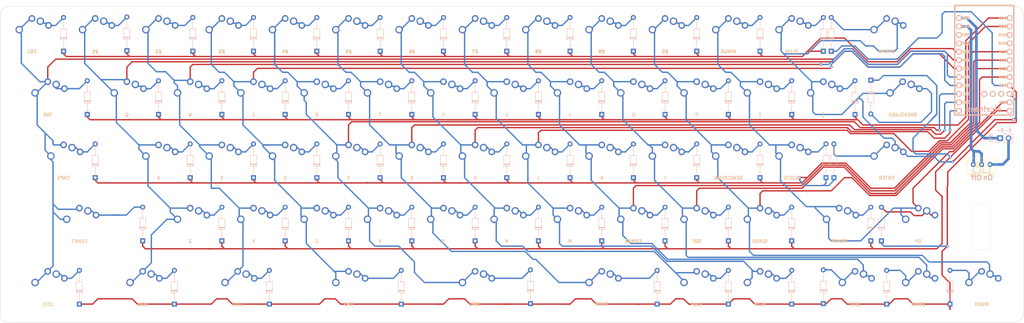
<source format=kicad_pcb>
(kicad_pcb (version 20171130) (host pcbnew "(5.1.10)-1")
  (layers (0 F.Cu signal) (31 B.Cu signal) (34 B.Paste user) (35 F.Paste user) (36 B.SilkS user) (37 F.SilkS user) (38 B.Mask user) (39 F.Mask user) (44 Edge.Cuts user))
  (net 0 "")
  (net 1 "Net-(D1-Pad2)")
  (net 2 row0)
  (net 3 "Net-(D2-Pad2)")
  (net 4 "Net-(D3-Pad2)")
  (net 5 "Net-(D4-Pad2)")
  (net 6 "Net-(D5-Pad2)")
  (net 7 "Net-(D6-Pad2)")
  (net 8 "Net-(D7-Pad2)")
  (net 9 "Net-(D8-Pad2)")
  (net 10 "Net-(D9-Pad2)")
  (net 11 "Net-(D10-Pad2)")
  (net 12 "Net-(D11-Pad2)")
  (net 13 "Net-(D12-Pad2)")
  (net 14 "Net-(D13-Pad2)")
  (net 15 "Net-(D14-Pad2)")
  (net 16 row1)
  (net 17 "Net-(D15-Pad2)")
  (net 18 "Net-(D16-Pad2)")
  (net 19 "Net-(D17-Pad2)")
  (net 20 "Net-(D18-Pad2)")
  (net 21 "Net-(D19-Pad2)")
  (net 22 "Net-(D20-Pad2)")
  (net 23 "Net-(D21-Pad2)")
  (net 24 "Net-(D22-Pad2)")
  (net 25 "Net-(D23-Pad2)")
  (net 26 "Net-(D24-Pad2)")
  (net 27 "Net-(D25-Pad2)")
  (net 28 "Net-(D26-Pad2)")
  (net 29 "Net-(D27-Pad2)")
  (net 30 row2)
  (net 31 "Net-(D28-Pad2)")
  (net 32 "Net-(D29-Pad2)")
  (net 33 "Net-(D30-Pad2)")
  (net 34 "Net-(D31-Pad2)")
  (net 35 "Net-(D32-Pad2)")
  (net 36 "Net-(D33-Pad2)")
  (net 37 "Net-(D34-Pad2)")
  (net 38 "Net-(D35-Pad2)")
  (net 39 "Net-(D36-Pad2)")
  (net 40 "Net-(D37-Pad2)")
  (net 41 "Net-(D38-Pad2)")
  (net 42 "Net-(D39-Pad2)")
  (net 43 "Net-(D40-Pad2)")
  (net 44 row3)
  (net 45 "Net-(D41-Pad2)")
  (net 46 "Net-(D42-Pad2)")
  (net 47 "Net-(D43-Pad2)")
  (net 48 "Net-(D44-Pad2)")
  (net 49 "Net-(D45-Pad2)")
  (net 50 "Net-(D46-Pad2)")
  (net 51 "Net-(D47-Pad2)")
  (net 52 "Net-(D48-Pad2)")
  (net 53 "Net-(D49-Pad2)")
  (net 54 "Net-(D50-Pad2)")
  (net 55 "Net-(D51-Pad2)")
  (net 56 "Net-(D52-Pad2)")
  (net 57 "Net-(D53-Pad2)")
  (net 58 row4)
  (net 59 "Net-(D54-Pad2)")
  (net 60 "Net-(D55-Pad2)")
  (net 61 "Net-(D56-Pad2)")
  (net 62 "Net-(D57-Pad2)")
  (net 63 "Net-(D58-Pad2)")
  (net 64 "Net-(D59-Pad2)")
  (net 65 "Net-(D60-Pad2)")
  (net 66 "Net-(D61-Pad2)")
  (net 67 "Net-(D62-Pad2)")
  (net 68 "Net-(D63-Pad2)")
  (net 69 "Net-(D64-Pad2)")
  (net 70 "Net-(D65-Pad2)")
  (net 71 col0)
  (net 72 col1)
  (net 73 col2)
  (net 74 col3)
  (net 75 col4)
  (net 76 col5)
  (net 77 col6)
  (net 78 col7)
  (net 79 col8)
  (net 80 col9)
  (net 81 col10)
  (net 82 col11)
  (net 83 col12)
  (net 84 "Net-(POWER_SW1-Pad1)")
  (net 85 "Net-(BT1-Pad1)")
  (net 86 "Net-(BT1-Pad2)")
  (module xeal_components:MX-Alps-Choc-2U-stabflip-pinflip (layer F.Cu) (at 182.551 129.3731)
    (fp_text reference K58 hide)
    (fp_text value RSPC (at 0 4 180) (layer B.SilkS) (effects (justify mirror)))
    (fp_text user %V (at 0 4 180) (layer F.SilkS))
    (pad 1 thru_hole circle (at 2.54 -5.08) (size 2.25 2.25) (drill 1.47) (layers *.Cu *.Mask) (net 63 "Net-(D58-Pad2)"))
    (pad 2 thru_hole circle (at -3.81 -2.54 48.1) (size 2.25 2.25) (drill 1.5) (layers *.Cu *.Mask) (net 76 col5))
    (pad "" np_thru_hole circle (at 0 0) (size 3.9878 3.9878) (drill 3.9878) (layers *.Cu *.Mask))
    (pad "" np_thru_hole circle (at -5.08 0 48.0996) (size 1.75 1.75) (drill 1.75) (layers *.Cu *.Mask))
    (pad "" np_thru_hole circle (at 5.08 0 48.0996) (size 1.75 1.75) (drill 1.75) (layers *.Cu *.Mask))
    (pad 1 thru_hole circle (at 5 -3.8) (size 2 2) (drill 1.2) (layers *.Cu *.Mask) (net 63 "Net-(D58-Pad2)"))
    (pad 2 thru_hole circle (at 0 -5.9) (size 2 2) (drill 1.2) (layers *.Cu *.Mask) (net 76 col5))
    (pad "" np_thru_hole circle (at -5.5 0 48.1) (size 1.7 1.7) (drill 1.7) (layers *.Cu *.Mask))
    (pad "" np_thru_hole circle (at 5.5 0 48.1) (size 1.7 1.7) (drill 1.7) (layers *.Cu *.Mask))
    (pad "" np_thru_hole circle (at -5.22 4.2 48.1) (size 1.2 1.2) (drill 1.2) (layers *.Cu *.Mask))
    (pad "" np_thru_hole circle (at -11.938 -8.255 180) (size 3.9878 3.9878) (drill 3.9878) (layers *.Cu *.Mask))
    (pad "" np_thru_hole circle (at -11.938 6.985 180) (size 3.048 3.048) (drill 3.048) (layers *.Cu *.Mask))
    (pad "" np_thru_hole circle (at 11.938 -8.255 180) (size 3.9878 3.9878) (drill 3.9878) (layers *.Cu *.Mask))
    (pad "" np_thru_hole circle (at 11.938 6.985 180) (size 3.048 3.048) (drill 3.048) (layers *.Cu *.Mask))
  )
  (module xeal_components:MX-Alps-Choc-2U-stabflip-pinflip (layer F.Cu) (at 144.4534 129.3731)
    (fp_text reference K57 hide)
    (fp_text value LSPC (at 0 4 180) (layer B.SilkS) (effects (justify mirror)))
    (fp_text user %V (at 0 4 180) (layer F.SilkS))
    (pad 1 thru_hole circle (at 2.54 -5.08) (size 2.25 2.25) (drill 1.47) (layers *.Cu *.Mask) (net 62 "Net-(D57-Pad2)"))
    (pad 2 thru_hole circle (at -3.81 -2.54 48.1) (size 2.25 2.25) (drill 1.5) (layers *.Cu *.Mask) (net 75 col4))
    (pad "" np_thru_hole circle (at 0 0) (size 3.9878 3.9878) (drill 3.9878) (layers *.Cu *.Mask))
    (pad "" np_thru_hole circle (at -5.08 0 48.0996) (size 1.75 1.75) (drill 1.75) (layers *.Cu *.Mask))
    (pad "" np_thru_hole circle (at 5.08 0 48.0996) (size 1.75 1.75) (drill 1.75) (layers *.Cu *.Mask))
    (pad 1 thru_hole circle (at 5 -3.8) (size 2 2) (drill 1.2) (layers *.Cu *.Mask) (net 62 "Net-(D57-Pad2)"))
    (pad 2 thru_hole circle (at 0 -5.9) (size 2 2) (drill 1.2) (layers *.Cu *.Mask) (net 75 col4))
    (pad "" np_thru_hole circle (at -5.5 0 48.1) (size 1.7 1.7) (drill 1.7) (layers *.Cu *.Mask))
    (pad "" np_thru_hole circle (at 5.5 0 48.1) (size 1.7 1.7) (drill 1.7) (layers *.Cu *.Mask))
    (pad "" np_thru_hole circle (at -5.22 4.2 48.1) (size 1.2 1.2) (drill 1.2) (layers *.Cu *.Mask))
    (pad "" np_thru_hole circle (at -11.938 -8.255 180) (size 3.9878 3.9878) (drill 3.9878) (layers *.Cu *.Mask))
    (pad "" np_thru_hole circle (at -11.938 6.985 180) (size 3.048 3.048) (drill 3.048) (layers *.Cu *.Mask))
    (pad "" np_thru_hole circle (at 11.938 -8.255 180) (size 3.9878 3.9878) (drill 3.9878) (layers *.Cu *.Mask))
    (pad "" np_thru_hole circle (at 11.938 6.985 180) (size 3.048 3.048) (drill 3.048) (layers *.Cu *.Mask))
  )
  (module xeal_components:MX-Alps-Choc-2U-stabflip-pinflip (layer F.Cu) (at 106.3558 129.3731)
    (fp_text reference K56 hide)
    (fp_text value FN2 (at 0 4 180) (layer B.SilkS) (effects (justify mirror)))
    (fp_text user %V (at 0 4 180) (layer F.SilkS))
    (pad 1 thru_hole circle (at 2.54 -5.08) (size 2.25 2.25) (drill 1.47) (layers *.Cu *.Mask) (net 61 "Net-(D56-Pad2)"))
    (pad 2 thru_hole circle (at -3.81 -2.54 48.1) (size 2.25 2.25) (drill 1.5) (layers *.Cu *.Mask) (net 74 col3))
    (pad "" np_thru_hole circle (at 0 0) (size 3.9878 3.9878) (drill 3.9878) (layers *.Cu *.Mask))
    (pad "" np_thru_hole circle (at -5.08 0 48.0996) (size 1.75 1.75) (drill 1.75) (layers *.Cu *.Mask))
    (pad "" np_thru_hole circle (at 5.08 0 48.0996) (size 1.75 1.75) (drill 1.75) (layers *.Cu *.Mask))
    (pad 1 thru_hole circle (at 5 -3.8) (size 2 2) (drill 1.2) (layers *.Cu *.Mask) (net 61 "Net-(D56-Pad2)"))
    (pad 2 thru_hole circle (at 0 -5.9) (size 2 2) (drill 1.2) (layers *.Cu *.Mask) (net 74 col3))
    (pad "" np_thru_hole circle (at -5.5 0 48.1) (size 1.7 1.7) (drill 1.7) (layers *.Cu *.Mask))
    (pad "" np_thru_hole circle (at 5.5 0 48.1) (size 1.7 1.7) (drill 1.7) (layers *.Cu *.Mask))
    (pad "" np_thru_hole circle (at -5.22 4.2 48.1) (size 1.2 1.2) (drill 1.2) (layers *.Cu *.Mask))
    (pad "" np_thru_hole circle (at -11.938 -8.255 180) (size 3.9878 3.9878) (drill 3.9878) (layers *.Cu *.Mask))
    (pad "" np_thru_hole circle (at -11.938 6.985 180) (size 3.048 3.048) (drill 3.048) (layers *.Cu *.Mask))
    (pad "" np_thru_hole circle (at 11.938 -8.255 180) (size 3.9878 3.9878) (drill 3.9878) (layers *.Cu *.Mask))
    (pad "" np_thru_hole circle (at 11.938 6.985 180) (size 3.048 3.048) (drill 3.048) (layers *.Cu *.Mask))
  )
  (module xeal_components:MX-Choc-1U (layer F.Cu) (at 153.9778 110.3243)
    (fp_text reference K46 hide)
    (fp_text value N (at 0 4.0625) (layer B.SilkS) (effects (justify mirror)))
    (fp_text user %V (at 0 4.0625) (layer F.SilkS))
    (pad "" np_thru_hole circle (at -5.22 4.2 48.1) (size 0.8 0.8) (drill 0.8) (layers *.Cu *.Mask))
    (pad "" np_thru_hole circle (at 5.5 0 48.1) (size 1.7 1.7) (drill 1.7) (layers *.Cu *.Mask))
    (pad "" np_thru_hole circle (at -5.5 0 48.1) (size 1.7 1.7) (drill 1.7) (layers *.Cu *.Mask))
    (pad 2 thru_hole circle (at 0 -5.9) (size 2 2) (drill 1.2) (layers *.Cu *.Mask) (net 77 col6))
    (pad 1 thru_hole circle (at 5 -3.8) (size 2 2) (drill 1.2) (layers *.Cu *.Mask) (net 50 "Net-(D46-Pad2)"))
    (pad "" np_thru_hole circle (at 5.08 0 48.0996) (size 1.75 1.75) (drill 1.75) (layers *.Cu *.Mask))
    (pad "" np_thru_hole circle (at -5.08 0 48.0996) (size 1.75 1.75) (drill 1.75) (layers *.Cu *.Mask))
    (pad "" np_thru_hole circle (at 0 0) (size 3.9878 3.9878) (drill 3.9878) (layers *.Cu *.Mask))
    (pad 2 thru_hole circle (at -3.81 -2.54 48.1) (size 2.25 2.25) (drill 1.5) (layers *.Cu *.Mask) (net 77 col6))
    (pad 1 thru_hole circle (at 2.54 -5.08) (size 2.25 2.25) (drill 1.47) (layers *.Cu *.Mask) (net 50 "Net-(D46-Pad2)"))
  )
  (module xeal_components:MX-Choc-1U (layer F.Cu) (at 230.173 129.3731)
    (fp_text reference K60 hide)
    (fp_text value RGUI (at 0 4.0625) (layer B.SilkS) (effects (justify mirror)))
    (fp_text user %V (at 0 4.0625) (layer F.SilkS))
    (pad "" np_thru_hole circle (at -5.22 4.2 48.1) (size 0.8 0.8) (drill 0.8) (layers *.Cu *.Mask))
    (pad "" np_thru_hole circle (at 5.5 0 48.1) (size 1.7 1.7) (drill 1.7) (layers *.Cu *.Mask))
    (pad "" np_thru_hole circle (at -5.5 0 48.1) (size 1.7 1.7) (drill 1.7) (layers *.Cu *.Mask))
    (pad 2 thru_hole circle (at 0 -5.9) (size 2 2) (drill 1.2) (layers *.Cu *.Mask) (net 78 col7))
    (pad 1 thru_hole circle (at 5 -3.8) (size 2 2) (drill 1.2) (layers *.Cu *.Mask) (net 65 "Net-(D60-Pad2)"))
    (pad "" np_thru_hole circle (at 5.08 0 48.0996) (size 1.75 1.75) (drill 1.75) (layers *.Cu *.Mask))
    (pad "" np_thru_hole circle (at -5.08 0 48.0996) (size 1.75 1.75) (drill 1.75) (layers *.Cu *.Mask))
    (pad "" np_thru_hole circle (at 0 0) (size 3.9878 3.9878) (drill 3.9878) (layers *.Cu *.Mask))
    (pad 2 thru_hole circle (at -3.81 -2.54 48.1) (size 2.25 2.25) (drill 1.5) (layers *.Cu *.Mask) (net 78 col7))
    (pad 1 thru_hole circle (at 2.54 -5.08) (size 2.25 2.25) (drill 1.47) (layers *.Cu *.Mask) (net 65 "Net-(D60-Pad2)"))
  )
  (module xeal_components:MX-Choc-1U (layer F.Cu) (at 211.1242 129.3731)
    (fp_text reference K59 hide)
    (fp_text value RALT (at 0 4.0625) (layer B.SilkS) (effects (justify mirror)))
    (fp_text user %V (at 0 4.0625) (layer F.SilkS))
    (pad "" np_thru_hole circle (at -5.22 4.2 48.1) (size 0.8 0.8) (drill 0.8) (layers *.Cu *.Mask))
    (pad "" np_thru_hole circle (at 5.5 0 48.1) (size 1.7 1.7) (drill 1.7) (layers *.Cu *.Mask))
    (pad "" np_thru_hole circle (at -5.5 0 48.1) (size 1.7 1.7) (drill 1.7) (layers *.Cu *.Mask))
    (pad 2 thru_hole circle (at 0 -5.9) (size 2 2) (drill 1.2) (layers *.Cu *.Mask) (net 77 col6))
    (pad 1 thru_hole circle (at 5 -3.8) (size 2 2) (drill 1.2) (layers *.Cu *.Mask) (net 64 "Net-(D59-Pad2)"))
    (pad "" np_thru_hole circle (at 5.08 0 48.0996) (size 1.75 1.75) (drill 1.75) (layers *.Cu *.Mask))
    (pad "" np_thru_hole circle (at -5.08 0 48.0996) (size 1.75 1.75) (drill 1.75) (layers *.Cu *.Mask))
    (pad "" np_thru_hole circle (at 0 0) (size 3.9878 3.9878) (drill 3.9878) (layers *.Cu *.Mask))
    (pad 2 thru_hole circle (at -3.81 -2.54 48.1) (size 2.25 2.25) (drill 1.5) (layers *.Cu *.Mask) (net 77 col6))
    (pad 1 thru_hole circle (at 2.54 -5.08) (size 2.25 2.25) (drill 1.47) (layers *.Cu *.Mask) (net 64 "Net-(D59-Pad2)"))
  )
  (module xeal_components:MX-Choc-1U (layer F.Cu) (at 144.4534 91.2755)
    (fp_text reference K33 hide)
    (fp_text value H (at 0 4.0625) (layer B.SilkS) (effects (justify mirror)))
    (fp_text user %V (at 0 4.0625) (layer F.SilkS))
    (pad "" np_thru_hole circle (at -5.22 4.2 48.1) (size 0.8 0.8) (drill 0.8) (layers *.Cu *.Mask))
    (pad "" np_thru_hole circle (at 5.5 0 48.1) (size 1.7 1.7) (drill 1.7) (layers *.Cu *.Mask))
    (pad "" np_thru_hole circle (at -5.5 0 48.1) (size 1.7 1.7) (drill 1.7) (layers *.Cu *.Mask))
    (pad 2 thru_hole circle (at 0 -5.9) (size 2 2) (drill 1.2) (layers *.Cu *.Mask) (net 77 col6))
    (pad 1 thru_hole circle (at 5 -3.8) (size 2 2) (drill 1.2) (layers *.Cu *.Mask) (net 36 "Net-(D33-Pad2)"))
    (pad "" np_thru_hole circle (at 5.08 0 48.0996) (size 1.75 1.75) (drill 1.75) (layers *.Cu *.Mask))
    (pad "" np_thru_hole circle (at -5.08 0 48.0996) (size 1.75 1.75) (drill 1.75) (layers *.Cu *.Mask))
    (pad "" np_thru_hole circle (at 0 0) (size 3.9878 3.9878) (drill 3.9878) (layers *.Cu *.Mask))
    (pad 2 thru_hole circle (at -3.81 -2.54 48.1) (size 2.25 2.25) (drill 1.5) (layers *.Cu *.Mask) (net 77 col6))
    (pad 1 thru_hole circle (at 2.54 -5.08) (size 2.25 2.25) (drill 1.47) (layers *.Cu *.Mask) (net 36 "Net-(D33-Pad2)"))
  )
  (module xeal_components:MX-Choc-1U (layer F.Cu) (at 58.7338 110.3243)
    (fp_text reference K41 hide)
    (fp_text value Z (at 0 4.0625) (layer B.SilkS) (effects (justify mirror)))
    (fp_text user %V (at 0 4.0625) (layer F.SilkS))
    (pad "" np_thru_hole circle (at -5.22 4.2 48.1) (size 0.8 0.8) (drill 0.8) (layers *.Cu *.Mask))
    (pad "" np_thru_hole circle (at 5.5 0 48.1) (size 1.7 1.7) (drill 1.7) (layers *.Cu *.Mask))
    (pad "" np_thru_hole circle (at -5.5 0 48.1) (size 1.7 1.7) (drill 1.7) (layers *.Cu *.Mask))
    (pad 2 thru_hole circle (at 0 -5.9) (size 2 2) (drill 1.2) (layers *.Cu *.Mask) (net 72 col1))
    (pad 1 thru_hole circle (at 5 -3.8) (size 2 2) (drill 1.2) (layers *.Cu *.Mask) (net 45 "Net-(D41-Pad2)"))
    (pad "" np_thru_hole circle (at 5.08 0 48.0996) (size 1.75 1.75) (drill 1.75) (layers *.Cu *.Mask))
    (pad "" np_thru_hole circle (at -5.08 0 48.0996) (size 1.75 1.75) (drill 1.75) (layers *.Cu *.Mask))
    (pad "" np_thru_hole circle (at 0 0) (size 3.9878 3.9878) (drill 3.9878) (layers *.Cu *.Mask))
    (pad 2 thru_hole circle (at -3.81 -2.54 48.1) (size 2.25 2.25) (drill 1.5) (layers *.Cu *.Mask) (net 72 col1))
    (pad 1 thru_hole circle (at 2.54 -5.08) (size 2.25 2.25) (drill 1.47) (layers *.Cu *.Mask) (net 45 "Net-(D41-Pad2)"))
  )
  (module xeal_components:MX-Alps-Choc-2U-no-led (layer F.Cu) (at 268.2706 91.2755)
    (fp_text reference K39 hide)
    (fp_text value ENTER (at 0 4.0625) (layer B.SilkS) (effects (justify mirror)))
    (fp_text user %V (at 0 4.0625) (layer F.SilkS))
    (pad 2 thru_hole circle (at 2.54 -5.08) (size 2.25 2.25) (drill 1.47) (layers *.Cu *.Mask) (net 83 col12))
    (pad 1 thru_hole circle (at -3.81 -2.54 48.1) (size 2.25 2.25) (drill 1.5) (layers *.Cu *.Mask) (net 42 "Net-(D39-Pad2)"))
    (pad "" np_thru_hole circle (at 0 0) (size 3.9878 3.9878) (drill 3.9878) (layers *.Cu *.Mask))
    (pad "" np_thru_hole circle (at -5.08 0 48.0996) (size 1.75 1.75) (drill 1.75) (layers *.Cu *.Mask))
    (pad "" np_thru_hole circle (at 5.08 0 48.0996) (size 1.75 1.75) (drill 1.75) (layers *.Cu *.Mask))
    (pad 2 thru_hole circle (at 5 -3.8) (size 2 2) (drill 1.2) (layers *.Cu *.Mask) (net 83 col12))
    (pad 1 thru_hole circle (at 0 -5.9) (size 2 2) (drill 1.2) (layers *.Cu *.Mask) (net 42 "Net-(D39-Pad2)"))
    (pad "" np_thru_hole circle (at -5.5 0 48.1) (size 1.7 1.7) (drill 1.7) (layers *.Cu *.Mask))
    (pad "" np_thru_hole circle (at 5.5 0 48.1) (size 1.7 1.7) (drill 1.7) (layers *.Cu *.Mask))
    (pad "" np_thru_hole circle (at -5.22 4.2 48.1) (size 1.2 1.2) (drill 1.2) (layers *.Cu *.Mask))
    (pad "" np_thru_hole circle (at 11.938 8.255) (size 3.9878 3.9878) (drill 3.9878) (layers *.Cu *.Mask))
    (pad "" np_thru_hole circle (at 11.938 -6.985) (size 3.048 3.048) (drill 3.048) (layers *.Cu *.Mask))
    (pad "" np_thru_hole circle (at -11.938 8.255) (size 3.9878 3.9878) (drill 3.9878) (layers *.Cu *.Mask))
    (pad "" np_thru_hole circle (at -11.938 -6.985) (size 3.048 3.048) (drill 3.048) (layers *.Cu *.Mask))
  )
  (module xeal_components:MX-Choc-1U (layer F.Cu) (at 239.6974 91.2755)
    (fp_text reference K38 hide)
    (fp_text value QUOTE (at 0 4.0625) (layer B.SilkS) (effects (justify mirror)))
    (fp_text user %V (at 0 4.0625) (layer F.SilkS))
    (pad "" np_thru_hole circle (at -5.22 4.2 48.1) (size 0.8 0.8) (drill 0.8) (layers *.Cu *.Mask))
    (pad "" np_thru_hole circle (at 5.5 0 48.1) (size 1.7 1.7) (drill 1.7) (layers *.Cu *.Mask))
    (pad "" np_thru_hole circle (at -5.5 0 48.1) (size 1.7 1.7) (drill 1.7) (layers *.Cu *.Mask))
    (pad 2 thru_hole circle (at 0 -5.9) (size 2 2) (drill 1.2) (layers *.Cu *.Mask) (net 82 col11))
    (pad 1 thru_hole circle (at 5 -3.8) (size 2 2) (drill 1.2) (layers *.Cu *.Mask) (net 41 "Net-(D38-Pad2)"))
    (pad "" np_thru_hole circle (at 5.08 0 48.0996) (size 1.75 1.75) (drill 1.75) (layers *.Cu *.Mask))
    (pad "" np_thru_hole circle (at -5.08 0 48.0996) (size 1.75 1.75) (drill 1.75) (layers *.Cu *.Mask))
    (pad "" np_thru_hole circle (at 0 0) (size 3.9878 3.9878) (drill 3.9878) (layers *.Cu *.Mask))
    (pad 2 thru_hole circle (at -3.81 -2.54 48.1) (size 2.25 2.25) (drill 1.5) (layers *.Cu *.Mask) (net 82 col11))
    (pad 1 thru_hole circle (at 2.54 -5.08) (size 2.25 2.25) (drill 1.47) (layers *.Cu *.Mask) (net 41 "Net-(D38-Pad2)"))
  )
  (module xeal_components:MX-Choc-2.5U-pin21 (layer F.Cu) (at 25.3984 110.3243)
    (fp_text reference K40 hide)
    (fp_text value LSHIFT (at 0 4.0625) (layer B.SilkS) (effects (justify mirror)))
    (fp_text user %V (at 0 4.0625) (layer F.SilkS))
    (pad "" np_thru_hole circle (at -5.08 0 48.0996) (size 1.75 1.75) (drill 1.75) (layers *.Cu *.Mask))
    (pad 1 thru_hole circle (at 2.54 -5.08) (size 2.25 2.25) (drill 1.47) (layers *.Cu *.Mask) (net 43 "Net-(D40-Pad2)"))
    (pad 2 thru_hole circle (at -3.81 -2.54 48.1) (size 2.25 2.25) (drill 1.5) (layers *.Cu *.Mask) (net 71 col0))
    (pad "" np_thru_hole circle (at -5.5 0 48.1) (size 1.7 1.7) (drill 1.7) (layers *.Cu *.Mask))
    (pad "" np_thru_hole circle (at 0 0) (size 3.9878 3.9878) (drill 3.9878) (layers *.Cu *.Mask))
    (pad "" np_thru_hole circle (at 11.938 -6.985) (size 3.048 3.048) (drill 3.048) (layers *.Cu *.Mask))
    (pad "" np_thru_hole circle (at 11.938 8.255) (size 3.9878 3.9878) (drill 3.9878) (layers *.Cu *.Mask))
    (pad "" np_thru_hole circle (at -11.938 -6.985) (size 3.048 3.048) (drill 3.048) (layers *.Cu *.Mask))
    (pad "" np_thru_hole circle (at -5.22 4.2 48.1) (size 1.2 1.2) (drill 1.2) (layers *.Cu *.Mask))
    (pad "" np_thru_hole circle (at -11.938 8.255) (size 3.9878 3.9878) (drill 3.9878) (layers *.Cu *.Mask))
    (pad "" np_thru_hole circle (at 5.5 0 48.1) (size 1.7 1.7) (drill 1.7) (layers *.Cu *.Mask))
    (pad 1 thru_hole circle (at 5 -3.8) (size 2 2) (drill 1.2) (layers *.Cu *.Mask) (net 43 "Net-(D40-Pad2)"))
    (pad "" np_thru_hole circle (at 5.08 0 48.0996) (size 1.75 1.75) (drill 1.75) (layers *.Cu *.Mask))
    (pad 2 thru_hole circle (at 0 -5.9) (size 2 2) (drill 1.2) (layers *.Cu *.Mask) (net 71 col0))
  )
  (module xeal_components:MX-Choc-1U (layer F.Cu) (at 87.307 91.2755)
    (fp_text reference K30 hide)
    (fp_text value D (at 0 4.0625) (layer B.SilkS) (effects (justify mirror)))
    (fp_text user %V (at 0 4.0625) (layer F.SilkS))
    (pad "" np_thru_hole circle (at -5.22 4.2 48.1) (size 0.8 0.8) (drill 0.8) (layers *.Cu *.Mask))
    (pad "" np_thru_hole circle (at 5.5 0 48.1) (size 1.7 1.7) (drill 1.7) (layers *.Cu *.Mask))
    (pad "" np_thru_hole circle (at -5.5 0 48.1) (size 1.7 1.7) (drill 1.7) (layers *.Cu *.Mask))
    (pad 2 thru_hole circle (at 0 -5.9) (size 2 2) (drill 1.2) (layers *.Cu *.Mask) (net 74 col3))
    (pad 1 thru_hole circle (at 5 -3.8) (size 2 2) (drill 1.2) (layers *.Cu *.Mask) (net 33 "Net-(D30-Pad2)"))
    (pad "" np_thru_hole circle (at 5.08 0 48.0996) (size 1.75 1.75) (drill 1.75) (layers *.Cu *.Mask))
    (pad "" np_thru_hole circle (at -5.08 0 48.0996) (size 1.75 1.75) (drill 1.75) (layers *.Cu *.Mask))
    (pad "" np_thru_hole circle (at 0 0) (size 3.9878 3.9878) (drill 3.9878) (layers *.Cu *.Mask))
    (pad 2 thru_hole circle (at -3.81 -2.54 48.1) (size 2.25 2.25) (drill 1.5) (layers *.Cu *.Mask) (net 74 col3))
    (pad 1 thru_hole circle (at 2.54 -5.08) (size 2.25 2.25) (drill 1.47) (layers *.Cu *.Mask) (net 33 "Net-(D30-Pad2)"))
  )
  (module xeal_components:MX-Choc-1.5U (layer F.Cu) (at 253.984 110.3243)
    (fp_text reference K51 hide)
    (fp_text value RSHIFT (at 0 4.0625) (layer B.SilkS) (effects (justify mirror)))
    (fp_text user %V (at 0 4.0625) (layer F.SilkS))
    (pad "" np_thru_hole circle (at -5.22 4.2 48.1) (size 0.8 0.8) (drill 0.8) (layers *.Cu *.Mask))
    (pad "" np_thru_hole circle (at 5.5 0 48.1) (size 1.7 1.7) (drill 1.7) (layers *.Cu *.Mask))
    (pad "" np_thru_hole circle (at -5.5 0 48.1) (size 1.7 1.7) (drill 1.7) (layers *.Cu *.Mask))
    (pad 2 thru_hole circle (at 0 -5.9) (size 2 2) (drill 1.2) (layers *.Cu *.Mask) (net 82 col11))
    (pad 1 thru_hole circle (at 5 -3.8) (size 2 2) (drill 1.2) (layers *.Cu *.Mask) (net 55 "Net-(D51-Pad2)"))
    (pad "" np_thru_hole circle (at 5.08 0 48.0996) (size 1.75 1.75) (drill 1.75) (layers *.Cu *.Mask))
    (pad "" np_thru_hole circle (at -5.08 0 48.0996) (size 1.75 1.75) (drill 1.75) (layers *.Cu *.Mask))
    (pad "" np_thru_hole circle (at 0 0) (size 3.9878 3.9878) (drill 3.9878) (layers *.Cu *.Mask))
    (pad 2 thru_hole circle (at -3.81 -2.54 48.1) (size 2.25 2.25) (drill 1.5) (layers *.Cu *.Mask) (net 82 col11))
    (pad 1 thru_hole circle (at 2.54 -5.08) (size 2.25 2.25) (drill 1.47) (layers *.Cu *.Mask) (net 55 "Net-(D51-Pad2)"))
  )
  (module xeal_components:MX-Choc-1.5U (layer F.Cu) (at 273.0887 72.2267)
    (fp_text reference K52 hide)
    (fp_text value BACKSLASH (at 0 4.0625) (layer B.SilkS) (effects (justify mirror)))
    (fp_text user %V (at 0 4.0625) (layer F.SilkS))
    (pad "" np_thru_hole circle (at -5.22 4.2 48.1) (size 0.8 0.8) (drill 0.8) (layers *.Cu *.Mask))
    (pad "" np_thru_hole circle (at 5.5 0 48.1) (size 1.7 1.7) (drill 1.7) (layers *.Cu *.Mask))
    (pad "" np_thru_hole circle (at -5.5 0 48.1) (size 1.7 1.7) (drill 1.7) (layers *.Cu *.Mask))
    (pad 2 thru_hole circle (at 0 -5.9) (size 2 2) (drill 1.2) (layers *.Cu *.Mask) (net 83 col12))
    (pad 1 thru_hole circle (at 5 -3.8) (size 2 2) (drill 1.2) (layers *.Cu *.Mask) (net 56 "Net-(D52-Pad2)"))
    (pad "" np_thru_hole circle (at 5.08 0 48.0996) (size 1.75 1.75) (drill 1.75) (layers *.Cu *.Mask))
    (pad "" np_thru_hole circle (at -5.08 0 48.0996) (size 1.75 1.75) (drill 1.75) (layers *.Cu *.Mask))
    (pad "" np_thru_hole circle (at 0 0) (size 3.9878 3.9878) (drill 3.9878) (layers *.Cu *.Mask))
    (pad 2 thru_hole circle (at -3.81 -2.54 48.1) (size 2.25 2.25) (drill 1.5) (layers *.Cu *.Mask) (net 83 col12))
    (pad 1 thru_hole circle (at 2.54 -5.08) (size 2.25 2.25) (drill 1.47) (layers *.Cu *.Mask) (net 56 "Net-(D52-Pad2)"))
  )
  (module xeal_components:MX-Alps-Choc-2U-pin-flip (layer F.Cu) (at 20.6362 91.2755)
    (fp_text reference K27)
    (fp_text value CAPS (at 0 4.0625) (layer B.SilkS) (effects (justify mirror)))
    (fp_text user %V (at 0 4.0625) (layer F.SilkS))
    (pad 1 thru_hole circle (at 2.54 -5.08) (size 2.25 2.25) (drill 1.47) (layers *.Cu *.Mask) (net 29 "Net-(D27-Pad2)"))
    (pad 2 thru_hole circle (at -3.81 -2.54 48.1) (size 2.25 2.25) (drill 1.5) (layers *.Cu *.Mask) (net 71 col0))
    (pad "" np_thru_hole circle (at 0 0) (size 3.9878 3.9878) (drill 3.9878) (layers *.Cu *.Mask))
    (pad "" np_thru_hole circle (at -5.08 0 48.0996) (size 1.75 1.75) (drill 1.75) (layers *.Cu *.Mask))
    (pad "" np_thru_hole circle (at 5.08 0 48.0996) (size 1.75 1.75) (drill 1.75) (layers *.Cu *.Mask))
    (pad 1 thru_hole circle (at 5 -3.8) (size 2 2) (drill 1.2) (layers *.Cu *.Mask) (net 29 "Net-(D27-Pad2)"))
    (pad 2 thru_hole circle (at 0 -5.9) (size 2 2) (drill 1.2) (layers *.Cu *.Mask) (net 71 col0))
    (pad "" np_thru_hole circle (at -5.5 0 48.1) (size 1.7 1.7) (drill 1.7) (layers *.Cu *.Mask))
    (pad "" np_thru_hole circle (at 5.5 0 48.1) (size 1.7 1.7) (drill 1.7) (layers *.Cu *.Mask))
    (pad "" np_thru_hole circle (at -5.22 4.2 48.1) (size 1.2 1.2) (drill 1.2) (layers *.Cu *.Mask))
    (pad "" np_thru_hole circle (at 11.938 8.255) (size 3.9878 3.9878) (drill 3.9878) (layers *.Cu *.Mask))
    (pad "" np_thru_hole circle (at 11.938 -6.985) (size 3.048 3.048) (drill 3.048) (layers *.Cu *.Mask))
    (pad "" np_thru_hole circle (at -11.938 8.255) (size 3.9878 3.9878) (drill 3.9878) (layers *.Cu *.Mask))
    (pad "" np_thru_hole circle (at -11.938 -6.985) (size 3.048 3.048) (drill 3.048) (layers *.Cu *.Mask))
  )
  (module xeal_components:MX-Choc-1.5U (layer F.Cu) (at 15.874 72.2267)
    (fp_text reference K14 hide)
    (fp_text value TAB (at 0 4.0625) (layer B.SilkS) (effects (justify mirror)))
    (fp_text user %V (at 0 4.0625) (layer F.SilkS))
    (pad "" np_thru_hole circle (at -5.22 4.2 48.1) (size 0.8 0.8) (drill 0.8) (layers *.Cu *.Mask))
    (pad "" np_thru_hole circle (at 5.5 0 48.1) (size 1.7 1.7) (drill 1.7) (layers *.Cu *.Mask))
    (pad "" np_thru_hole circle (at -5.5 0 48.1) (size 1.7 1.7) (drill 1.7) (layers *.Cu *.Mask))
    (pad 2 thru_hole circle (at 0 -5.9) (size 2 2) (drill 1.2) (layers *.Cu *.Mask) (net 71 col0))
    (pad 1 thru_hole circle (at 5 -3.8) (size 2 2) (drill 1.2) (layers *.Cu *.Mask) (net 15 "Net-(D14-Pad2)"))
    (pad "" np_thru_hole circle (at 5.08 0 48.0996) (size 1.75 1.75) (drill 1.75) (layers *.Cu *.Mask))
    (pad "" np_thru_hole circle (at -5.08 0 48.0996) (size 1.75 1.75) (drill 1.75) (layers *.Cu *.Mask))
    (pad "" np_thru_hole circle (at 0 0) (size 3.9878 3.9878) (drill 3.9878) (layers *.Cu *.Mask))
    (pad 2 thru_hole circle (at -3.81 -2.54 48.1) (size 2.25 2.25) (drill 1.5) (layers *.Cu *.Mask) (net 71 col0))
    (pad 1 thru_hole circle (at 2.54 -5.08) (size 2.25 2.25) (drill 1.47) (layers *.Cu *.Mask) (net 15 "Net-(D14-Pad2)"))
  )
  (module xeal_components:MX-Choc-1.5U (layer F.Cu) (at 73.0204 129.3731)
    (fp_text reference K55 hide)
    (fp_text value LALT (at 0 4.0625) (layer B.SilkS) (effects (justify mirror)))
    (fp_text user %V (at 0 4.0625) (layer F.SilkS))
    (pad "" np_thru_hole circle (at -5.22 4.2 48.1) (size 0.8 0.8) (drill 0.8) (layers *.Cu *.Mask))
    (pad "" np_thru_hole circle (at 5.5 0 48.1) (size 1.7 1.7) (drill 1.7) (layers *.Cu *.Mask))
    (pad "" np_thru_hole circle (at -5.5 0 48.1) (size 1.7 1.7) (drill 1.7) (layers *.Cu *.Mask))
    (pad 2 thru_hole circle (at 0 -5.9) (size 2 2) (drill 1.2) (layers *.Cu *.Mask) (net 73 col2))
    (pad 1 thru_hole circle (at 5 -3.8) (size 2 2) (drill 1.2) (layers *.Cu *.Mask) (net 60 "Net-(D55-Pad2)"))
    (pad "" np_thru_hole circle (at 5.08 0 48.0996) (size 1.75 1.75) (drill 1.75) (layers *.Cu *.Mask))
    (pad "" np_thru_hole circle (at -5.08 0 48.0996) (size 1.75 1.75) (drill 1.75) (layers *.Cu *.Mask))
    (pad "" np_thru_hole circle (at 0 0) (size 3.9878 3.9878) (drill 3.9878) (layers *.Cu *.Mask))
    (pad 2 thru_hole circle (at -3.81 -2.54 48.1) (size 2.25 2.25) (drill 1.5) (layers *.Cu *.Mask) (net 73 col2))
    (pad 1 thru_hole circle (at 2.54 -5.08) (size 2.25 2.25) (drill 1.47) (layers *.Cu *.Mask) (net 60 "Net-(D55-Pad2)"))
  )
  (module xeal_components:MX-Choc-1.5U (layer F.Cu) (at 44.4472 129.3731)
    (fp_text reference K54 hide)
    (fp_text value LGUI (at 0 4.0625) (layer B.SilkS) (effects (justify mirror)))
    (fp_text user %V (at 0 4.0625) (layer F.SilkS))
    (pad "" np_thru_hole circle (at -5.22 4.2 48.1) (size 0.8 0.8) (drill 0.8) (layers *.Cu *.Mask))
    (pad "" np_thru_hole circle (at 5.5 0 48.1) (size 1.7 1.7) (drill 1.7) (layers *.Cu *.Mask))
    (pad "" np_thru_hole circle (at -5.5 0 48.1) (size 1.7 1.7) (drill 1.7) (layers *.Cu *.Mask))
    (pad 2 thru_hole circle (at 0 -5.9) (size 2 2) (drill 1.2) (layers *.Cu *.Mask) (net 72 col1))
    (pad 1 thru_hole circle (at 5 -3.8) (size 2 2) (drill 1.2) (layers *.Cu *.Mask) (net 59 "Net-(D54-Pad2)"))
    (pad "" np_thru_hole circle (at 5.08 0 48.0996) (size 1.75 1.75) (drill 1.75) (layers *.Cu *.Mask))
    (pad "" np_thru_hole circle (at -5.08 0 48.0996) (size 1.75 1.75) (drill 1.75) (layers *.Cu *.Mask))
    (pad "" np_thru_hole circle (at 0 0) (size 3.9878 3.9878) (drill 3.9878) (layers *.Cu *.Mask))
    (pad 2 thru_hole circle (at -3.81 -2.54 48.1) (size 2.25 2.25) (drill 1.5) (layers *.Cu *.Mask) (net 72 col1))
    (pad 1 thru_hole circle (at 2.54 -5.08) (size 2.25 2.25) (drill 1.47) (layers *.Cu *.Mask) (net 59 "Net-(D54-Pad2)"))
  )
  (module xeal_components:MX-Choc-1.5U (layer F.Cu) (at 15.874 129.3731)
    (fp_text reference K53 hide)
    (fp_text value LCTL (at 0 4.0625) (layer B.SilkS) (effects (justify mirror)))
    (fp_text user %V (at 0 4.0625) (layer F.SilkS))
    (pad "" np_thru_hole circle (at -5.22 4.2 48.1) (size 0.8 0.8) (drill 0.8) (layers *.Cu *.Mask))
    (pad "" np_thru_hole circle (at 5.5 0 48.1) (size 1.7 1.7) (drill 1.7) (layers *.Cu *.Mask))
    (pad "" np_thru_hole circle (at -5.5 0 48.1) (size 1.7 1.7) (drill 1.7) (layers *.Cu *.Mask))
    (pad 2 thru_hole circle (at 0 -5.9) (size 2 2) (drill 1.2) (layers *.Cu *.Mask) (net 71 col0))
    (pad 1 thru_hole circle (at 5 -3.8) (size 2 2) (drill 1.2) (layers *.Cu *.Mask) (net 57 "Net-(D53-Pad2)"))
    (pad "" np_thru_hole circle (at 5.08 0 48.0996) (size 1.75 1.75) (drill 1.75) (layers *.Cu *.Mask))
    (pad "" np_thru_hole circle (at -5.08 0 48.0996) (size 1.75 1.75) (drill 1.75) (layers *.Cu *.Mask))
    (pad "" np_thru_hole circle (at 0 0) (size 3.9878 3.9878) (drill 3.9878) (layers *.Cu *.Mask))
    (pad 2 thru_hole circle (at -3.81 -2.54 48.1) (size 2.25 2.25) (drill 1.5) (layers *.Cu *.Mask) (net 71 col0))
    (pad 1 thru_hole circle (at 2.54 -5.08) (size 2.25 2.25) (drill 1.47) (layers *.Cu *.Mask) (net 57 "Net-(D53-Pad2)"))
  )
  (module Connector_PinSocket_2.54mm:PinSocket_1x02_P2.54mm_Vertical (layer B.Cu) (at 302.3997 83.3385 270)
    (fp_text reference BT1 (at 0 2.77 90) (layer B.SilkS) (effects (justify mirror)))
    (fp_text value Battery)
    (pad 2 thru_hole oval (at 0 -2.54 270) (size 1.7 1.7) (drill 1) (layers *.Cu *.Mask) (net 86 "Net-(BT1-Pad2)"))
    (pad 1 thru_hole rect (at 0 0 270) (size 1.7 1.7) (drill 1) (layers *.Cu *.Mask) (net 85 "Net-(BT1-Pad1)"))
  )
  (module xeal_components:SS12D00 (layer F.Cu) (at 296.8438 91.2755)
    (fp_text reference POWER_SW1 (at 0 3.1) (layer F.SilkS))
    (fp_text value SW_SPDT)
    (pad 3 thru_hole circle (at 2.5 0) (size 1.5 1.5) (drill 0.75) (layers *.Cu *.Mask) (net 86 "Net-(BT1-Pad2)"))
    (pad 2 thru_hole circle (at 0 0) (size 1.5 1.5) (drill 0.75) (layers *.Cu *.Mask) (net 84 "Net-(POWER_SW1-Pad1)"))
    (pad 1 thru_hole circle (at -2.5 0) (size 1.5 1.5) (drill 0.75) (layers *.Cu *.Mask) (net 84 "Net-(POWER_SW1-Pad1)"))
  )
  (module xeal_components:MX-Choc-1U-pin-flip (layer F.Cu) (at 296.8438 129.3731)
    (fp_text reference K63 hide)
    (fp_text value RIGHT (at 0 4.0625) (layer B.SilkS) (effects (justify mirror)))
    (fp_text user %V (at 0 4.0625) (layer F.SilkS))
    (pad "" np_thru_hole circle (at -5.22 4.2 48.1) (size 0.8 0.8) (drill 0.8) (layers *.Cu *.Mask))
    (pad "" np_thru_hole circle (at 5.5 0 48.1) (size 1.7 1.7) (drill 1.7) (layers *.Cu *.Mask))
    (pad "" np_thru_hole circle (at -5.5 0 48.1) (size 1.7 1.7) (drill 1.7) (layers *.Cu *.Mask))
    (pad 1 thru_hole circle (at 0 -5.9) (size 2 2) (drill 1.2) (layers *.Cu *.Mask) (net 68 "Net-(D63-Pad2)"))
    (pad 2 thru_hole circle (at 5 -3.8) (size 2 2) (drill 1.2) (layers *.Cu *.Mask) (net 81 col10))
    (pad "" np_thru_hole circle (at 5.08 0 48.0996) (size 1.75 1.75) (drill 1.75) (layers *.Cu *.Mask))
    (pad "" np_thru_hole circle (at -5.08 0 48.0996) (size 1.75 1.75) (drill 1.75) (layers *.Cu *.Mask))
    (pad "" np_thru_hole circle (at 0 0) (size 3.9878 3.9878) (drill 3.9878) (layers *.Cu *.Mask))
    (pad 1 thru_hole circle (at -3.81 -2.54 48.1) (size 2.25 2.25) (drill 1.5) (layers *.Cu *.Mask) (net 68 "Net-(D63-Pad2)"))
    (pad 2 thru_hole circle (at 2.54 -5.08) (size 2.25 2.25) (drill 1.47) (layers *.Cu *.Mask) (net 81 col10))
  )
  (module xeal_components:MX-Choc-1U-pin-flip (layer F.Cu) (at 277.795 129.3731)
    (fp_text reference K62 hide)
    (fp_text value DOWN (at 0 4.0625) (layer B.SilkS) (effects (justify mirror)))
    (fp_text user %V (at 0 4.0625) (layer F.SilkS))
    (pad "" np_thru_hole circle (at -5.22 4.2 48.1) (size 0.8 0.8) (drill 0.8) (layers *.Cu *.Mask))
    (pad "" np_thru_hole circle (at 5.5 0 48.1) (size 1.7 1.7) (drill 1.7) (layers *.Cu *.Mask))
    (pad "" np_thru_hole circle (at -5.5 0 48.1) (size 1.7 1.7) (drill 1.7) (layers *.Cu *.Mask))
    (pad 1 thru_hole circle (at 0 -5.9) (size 2 2) (drill 1.2) (layers *.Cu *.Mask) (net 67 "Net-(D62-Pad2)"))
    (pad 2 thru_hole circle (at 5 -3.8) (size 2 2) (drill 1.2) (layers *.Cu *.Mask) (net 80 col9))
    (pad "" np_thru_hole circle (at 5.08 0 48.0996) (size 1.75 1.75) (drill 1.75) (layers *.Cu *.Mask))
    (pad "" np_thru_hole circle (at -5.08 0 48.0996) (size 1.75 1.75) (drill 1.75) (layers *.Cu *.Mask))
    (pad "" np_thru_hole circle (at 0 0) (size 3.9878 3.9878) (drill 3.9878) (layers *.Cu *.Mask))
    (pad 1 thru_hole circle (at -3.81 -2.54 48.1) (size 2.25 2.25) (drill 1.5) (layers *.Cu *.Mask) (net 67 "Net-(D62-Pad2)"))
    (pad 2 thru_hole circle (at 2.54 -5.08) (size 2.25 2.25) (drill 1.47) (layers *.Cu *.Mask) (net 80 col9))
  )
  (module xeal_components:MX-Choc-1U-pin-flip (layer F.Cu) (at 258.7462 129.3731)
    (fp_text reference K61 hide)
    (fp_text value LEFT (at 0 4.0625) (layer B.SilkS) (effects (justify mirror)))
    (fp_text user %V (at 0 4.0625) (layer F.SilkS))
    (pad "" np_thru_hole circle (at -5.22 4.2 48.1) (size 0.8 0.8) (drill 0.8) (layers *.Cu *.Mask))
    (pad "" np_thru_hole circle (at 5.5 0 48.1) (size 1.7 1.7) (drill 1.7) (layers *.Cu *.Mask))
    (pad "" np_thru_hole circle (at -5.5 0 48.1) (size 1.7 1.7) (drill 1.7) (layers *.Cu *.Mask))
    (pad 1 thru_hole circle (at 0 -5.9) (size 2 2) (drill 1.2) (layers *.Cu *.Mask) (net 66 "Net-(D61-Pad2)"))
    (pad 2 thru_hole circle (at 5 -3.8) (size 2 2) (drill 1.2) (layers *.Cu *.Mask) (net 79 col8))
    (pad "" np_thru_hole circle (at 5.08 0 48.0996) (size 1.75 1.75) (drill 1.75) (layers *.Cu *.Mask))
    (pad "" np_thru_hole circle (at -5.08 0 48.0996) (size 1.75 1.75) (drill 1.75) (layers *.Cu *.Mask))
    (pad "" np_thru_hole circle (at 0 0) (size 3.9878 3.9878) (drill 3.9878) (layers *.Cu *.Mask))
    (pad 1 thru_hole circle (at -3.81 -2.54 48.1) (size 2.25 2.25) (drill 1.5) (layers *.Cu *.Mask) (net 66 "Net-(D61-Pad2)"))
    (pad 2 thru_hole circle (at 2.54 -5.08) (size 2.25 2.25) (drill 1.47) (layers *.Cu *.Mask) (net 79 col8))
  )
  (module xeal_components:D_DO-34_SOD68_P10.16mm_Horizontal_NoK (layer B.Cu) (at 251.6029 57.1464 90)
    (fp_text reference D65 hide)
    (fp_text value D)
    (pad 2 thru_hole oval (at 10.16 0 90) (size 1.5 1.5) (drill 0.75) (layers *.Cu *.Mask) (net 70 "Net-(D65-Pad2)"))
    (pad 1 thru_hole rect (at 0 0 90) (size 1.5 1.5) (drill 0.75) (layers *.Cu *.Mask) (net 58 row4))
  )
  (module xeal_components:D_DO-34_SOD68_P10.16mm_Horizontal_NoK (layer B.Cu) (at 266.7 114.3 90)
    (fp_text reference D64 hide)
    (fp_text value D)
    (pad 2 thru_hole oval (at 10.16 0 90) (size 1.5 1.5) (drill 0.75) (layers *.Cu *.Mask) (net 69 "Net-(D64-Pad2)"))
    (pad 1 thru_hole rect (at 0 0 90) (size 1.5 1.5) (drill 0.75) (layers *.Cu *.Mask) (net 58 row4))
  )
  (module xeal_components:D_DO-34_SOD68_P10.16mm_Horizontal_NoK (layer B.Cu) (at 287.3194 133.3416 90)
    (fp_text reference D63 hide)
    (fp_text value D)
    (pad 2 thru_hole oval (at 10.16 0 90) (size 1.5 1.5) (drill 0.75) (layers *.Cu *.Mask) (net 68 "Net-(D63-Pad2)"))
    (pad 1 thru_hole rect (at 0 0 90) (size 1.5 1.5) (drill 0.75) (layers *.Cu *.Mask) (net 58 row4))
  )
  (module xeal_components:D_DO-34_SOD68_P10.16mm_Horizontal_NoK (layer B.Cu) (at 268.2706 133.3416 90)
    (fp_text reference D62 hide)
    (fp_text value D)
    (pad 2 thru_hole oval (at 10.16 0 90) (size 1.5 1.5) (drill 0.75) (layers *.Cu *.Mask) (net 67 "Net-(D62-Pad2)"))
    (pad 1 thru_hole rect (at 0 0 90) (size 1.5 1.5) (drill 0.75) (layers *.Cu *.Mask) (net 58 row4))
  )
  (module xeal_components:D_DO-34_SOD68_P10.16mm_Horizontal_NoK (layer B.Cu) (at 249.2218 133.1835 90)
    (fp_text reference D61 hide)
    (fp_text value D)
    (pad 2 thru_hole oval (at 10.16 0 90) (size 1.5 1.5) (drill 0.75) (layers *.Cu *.Mask) (net 66 "Net-(D61-Pad2)"))
    (pad 1 thru_hole rect (at 0 0 90) (size 1.5 1.5) (drill 0.75) (layers *.Cu *.Mask) (net 58 row4))
  )
  (module xeal_components:D_DO-34_SOD68_P10.16mm_Horizontal_NoK (layer B.Cu) (at 239.6974 133.3416 90)
    (fp_text reference D60 hide)
    (fp_text value D)
    (pad 2 thru_hole oval (at 10.16 0 90) (size 1.5 1.5) (drill 0.75) (layers *.Cu *.Mask) (net 65 "Net-(D60-Pad2)"))
    (pad 1 thru_hole rect (at 0 0 90) (size 1.5 1.5) (drill 0.75) (layers *.Cu *.Mask) (net 58 row4))
  )
  (module xeal_components:D_DO-34_SOD68_P10.16mm_Horizontal_NoK (layer B.Cu) (at 220.6486 133.3416 90)
    (fp_text reference D59 hide)
    (fp_text value D)
    (pad 2 thru_hole oval (at 10.16 0 90) (size 1.5 1.5) (drill 0.75) (layers *.Cu *.Mask) (net 64 "Net-(D59-Pad2)"))
    (pad 1 thru_hole rect (at 0 0 90) (size 1.5 1.5) (drill 0.75) (layers *.Cu *.Mask) (net 58 row4))
  )
  (module xeal_components:D_DO-34_SOD68_P10.16mm_Horizontal_NoK (layer B.Cu) (at 199.2187 133.3416 90)
    (fp_text reference D58 hide)
    (fp_text value D)
    (pad 2 thru_hole oval (at 10.16 0 90) (size 1.5 1.5) (drill 0.75) (layers *.Cu *.Mask) (net 63 "Net-(D58-Pad2)"))
    (pad 1 thru_hole rect (at 0 0 90) (size 1.5 1.5) (drill 0.75) (layers *.Cu *.Mask) (net 58 row4))
  )
  (module xeal_components:D_DO-34_SOD68_P10.16mm_Horizontal_NoK (layer B.Cu) (at 161.1211 133.1835 90)
    (fp_text reference D57 hide)
    (fp_text value D)
    (pad 2 thru_hole oval (at 10.16 0 90) (size 1.5 1.5) (drill 0.75) (layers *.Cu *.Mask) (net 62 "Net-(D57-Pad2)"))
    (pad 1 thru_hole rect (at 0 0 90) (size 1.5 1.5) (drill 0.75) (layers *.Cu *.Mask) (net 58 row4))
  )
  (module xeal_components:D_DO-34_SOD68_P10.16mm_Horizontal_NoK (layer B.Cu) (at 122.2298 133.3416 90)
    (fp_text reference D56 hide)
    (fp_text value D)
    (pad 2 thru_hole oval (at 10.16 0 90) (size 1.5 1.5) (drill 0.75) (layers *.Cu *.Mask) (net 61 "Net-(D56-Pad2)"))
    (pad 1 thru_hole rect (at 0 0 90) (size 1.5 1.5) (drill 0.75) (layers *.Cu *.Mask) (net 58 row4))
  )
  (module xeal_components:D_DO-34_SOD68_P10.16mm_Horizontal_NoK (layer B.Cu) (at 82.5448 133.3416 90)
    (fp_text reference D55 hide)
    (fp_text value D)
    (pad 2 thru_hole oval (at 10.16 0 90) (size 1.5 1.5) (drill 0.75) (layers *.Cu *.Mask) (net 60 "Net-(D55-Pad2)"))
    (pad 1 thru_hole rect (at 0 0 90) (size 1.5 1.5) (drill 0.75) (layers *.Cu *.Mask) (net 58 row4))
  )
  (module xeal_components:D_DO-34_SOD68_P10.16mm_Horizontal_NoK (layer B.Cu) (at 53.9716 133.3416 90)
    (fp_text reference D54 hide)
    (fp_text value D)
    (pad 2 thru_hole oval (at 10.16 0 90) (size 1.5 1.5) (drill 0.75) (layers *.Cu *.Mask) (net 59 "Net-(D54-Pad2)"))
    (pad 1 thru_hole rect (at 0 0 90) (size 1.5 1.5) (drill 0.75) (layers *.Cu *.Mask) (net 58 row4))
  )
  (module xeal_components:D_DO-34_SOD68_P10.16mm_Horizontal_NoK (layer B.Cu) (at 25.3984 133.3416 90)
    (fp_text reference D53 hide)
    (fp_text value D)
    (pad 2 thru_hole oval (at 10.16 0 90) (size 1.5 1.5) (drill 0.75) (layers *.Cu *.Mask) (net 57 "Net-(D53-Pad2)"))
    (pad 1 thru_hole rect (at 0 0 90) (size 1.5 1.5) (drill 0.75) (layers *.Cu *.Mask) (net 58 row4))
  )
  (module xeal_components:D_DO-34_SOD68_P10.16mm_Horizontal_NoK (layer B.Cu) (at 263.5084 65.8771 270)
    (fp_text reference D52 hide)
    (fp_text value D)
    (pad 2 thru_hole oval (at 10.16 0 270) (size 1.5 1.5) (drill 0.75) (layers *.Cu *.Mask) (net 56 "Net-(D52-Pad2)"))
    (pad 1 thru_hole rect (at 0 0 270) (size 1.5 1.5) (drill 0.75) (layers *.Cu *.Mask) (net 44 row3))
  )
  (module xeal_components:D_DO-34_SOD68_P10.16mm_Horizontal_NoK (layer B.Cu) (at 263.5084 114.2928 90)
    (fp_text reference D51 hide)
    (fp_text value D)
    (pad 2 thru_hole oval (at 10.16 0 90) (size 1.5 1.5) (drill 0.75) (layers *.Cu *.Mask) (net 55 "Net-(D51-Pad2)"))
    (pad 1 thru_hole rect (at 0 0 90) (size 1.5 1.5) (drill 0.75) (layers *.Cu *.Mask) (net 44 row3))
  )
  (module xeal_components:D_DO-34_SOD68_P10.16mm_Horizontal_NoK (layer B.Cu) (at 239.6974 114.2928 90)
    (fp_text reference D50 hide)
    (fp_text value D)
    (pad 2 thru_hole oval (at 10.16 0 90) (size 1.5 1.5) (drill 0.75) (layers *.Cu *.Mask) (net 54 "Net-(D50-Pad2)"))
    (pad 1 thru_hole rect (at 0 0 90) (size 1.5 1.5) (drill 0.75) (layers *.Cu *.Mask) (net 44 row3))
  )
  (module xeal_components:D_DO-34_SOD68_P10.16mm_Horizontal_NoK (layer B.Cu) (at 220.6486 114.2928 90)
    (fp_text reference D49 hide)
    (fp_text value D)
    (pad 2 thru_hole oval (at 10.16 0 90) (size 1.5 1.5) (drill 0.75) (layers *.Cu *.Mask) (net 53 "Net-(D49-Pad2)"))
    (pad 1 thru_hole rect (at 0 0 90) (size 1.5 1.5) (drill 0.75) (layers *.Cu *.Mask) (net 44 row3))
  )
  (module xeal_components:D_DO-34_SOD68_P10.16mm_Horizontal_NoK (layer B.Cu) (at 201.5998 114.2928 90)
    (fp_text reference D48 hide)
    (fp_text value D)
    (pad 2 thru_hole oval (at 10.16 0 90) (size 1.5 1.5) (drill 0.75) (layers *.Cu *.Mask) (net 52 "Net-(D48-Pad2)"))
    (pad 1 thru_hole rect (at 0 0 90) (size 1.5 1.5) (drill 0.75) (layers *.Cu *.Mask) (net 44 row3))
  )
  (module xeal_components:D_DO-34_SOD68_P10.16mm_Horizontal_NoK (layer B.Cu) (at 182.551 114.2928 90)
    (fp_text reference D47 hide)
    (fp_text value D)
    (pad 2 thru_hole oval (at 10.16 0 90) (size 1.5 1.5) (drill 0.75) (layers *.Cu *.Mask) (net 51 "Net-(D47-Pad2)"))
    (pad 1 thru_hole rect (at 0 0 90) (size 1.5 1.5) (drill 0.75) (layers *.Cu *.Mask) (net 44 row3))
  )
  (module xeal_components:D_DO-34_SOD68_P10.16mm_Horizontal_NoK (layer B.Cu) (at 163.5022 114.2928 90)
    (fp_text reference D46 hide)
    (fp_text value D)
    (pad 2 thru_hole oval (at 10.16 0 90) (size 1.5 1.5) (drill 0.75) (layers *.Cu *.Mask) (net 50 "Net-(D46-Pad2)"))
    (pad 1 thru_hole rect (at 0 0 90) (size 1.5 1.5) (drill 0.75) (layers *.Cu *.Mask) (net 44 row3))
  )
  (module xeal_components:D_DO-34_SOD68_P10.16mm_Horizontal_NoK (layer B.Cu) (at 144.4534 114.2928 90)
    (fp_text reference D45 hide)
    (fp_text value D)
    (pad 2 thru_hole oval (at 10.16 0 90) (size 1.5 1.5) (drill 0.75) (layers *.Cu *.Mask) (net 49 "Net-(D45-Pad2)"))
    (pad 1 thru_hole rect (at 0 0 90) (size 1.5 1.5) (drill 0.75) (layers *.Cu *.Mask) (net 44 row3))
  )
  (module xeal_components:D_DO-34_SOD68_P10.16mm_Horizontal_NoK (layer B.Cu) (at 125.4046 114.2928 90)
    (fp_text reference D44 hide)
    (fp_text value D)
    (pad 2 thru_hole oval (at 10.16 0 90) (size 1.5 1.5) (drill 0.75) (layers *.Cu *.Mask) (net 48 "Net-(D44-Pad2)"))
    (pad 1 thru_hole rect (at 0 0 90) (size 1.5 1.5) (drill 0.75) (layers *.Cu *.Mask) (net 44 row3))
  )
  (module xeal_components:D_DO-34_SOD68_P10.16mm_Horizontal_NoK (layer B.Cu) (at 106.3558 114.2928 90)
    (fp_text reference D43 hide)
    (fp_text value D)
    (pad 2 thru_hole oval (at 10.16 0 90) (size 1.5 1.5) (drill 0.75) (layers *.Cu *.Mask) (net 47 "Net-(D43-Pad2)"))
    (pad 1 thru_hole rect (at 0 0 90) (size 1.5 1.5) (drill 0.75) (layers *.Cu *.Mask) (net 44 row3))
  )
  (module xeal_components:D_DO-34_SOD68_P10.16mm_Horizontal_NoK (layer B.Cu) (at 87.307 114.2928 90)
    (fp_text reference D42 hide)
    (fp_text value D)
    (pad 2 thru_hole oval (at 10.16 0 90) (size 1.5 1.5) (drill 0.75) (layers *.Cu *.Mask) (net 46 "Net-(D42-Pad2)"))
    (pad 1 thru_hole rect (at 0 0 90) (size 1.5 1.5) (drill 0.75) (layers *.Cu *.Mask) (net 44 row3))
  )
  (module xeal_components:D_DO-34_SOD68_P10.16mm_Horizontal_NoK (layer B.Cu) (at 68.2582 114.2928 90)
    (fp_text reference D41 hide)
    (fp_text value D)
    (pad 2 thru_hole oval (at 10.16 0 90) (size 1.5 1.5) (drill 0.75) (layers *.Cu *.Mask) (net 45 "Net-(D41-Pad2)"))
    (pad 1 thru_hole rect (at 0 0 90) (size 1.5 1.5) (drill 0.75) (layers *.Cu *.Mask) (net 44 row3))
  )
  (module xeal_components:D_DO-34_SOD68_P10.16mm_Horizontal_NoK (layer B.Cu) (at 44.4472 114.2928 90)
    (fp_text reference D40 hide)
    (fp_text value D)
    (pad 2 thru_hole oval (at 10.16 0 90) (size 1.5 1.5) (drill 0.75) (layers *.Cu *.Mask) (net 43 "Net-(D40-Pad2)"))
    (pad 1 thru_hole rect (at 0 0 90) (size 1.5 1.5) (drill 0.75) (layers *.Cu *.Mask) (net 44 row3))
  )
  (module xeal_components:D_DO-34_SOD68_P10.16mm_Horizontal_NoK (layer B.Cu) (at 252.3966 95.244 90)
    (fp_text reference D39 hide)
    (fp_text value D)
    (pad 2 thru_hole oval (at 10.16 0 90) (size 1.5 1.5) (drill 0.75) (layers *.Cu *.Mask) (net 42 "Net-(D39-Pad2)"))
    (pad 1 thru_hole rect (at 0 0 90) (size 1.5 1.5) (drill 0.75) (layers *.Cu *.Mask) (net 30 row2))
  )
  (module xeal_components:D_DO-34_SOD68_P10.16mm_Horizontal_NoK (layer B.Cu) (at 250.0155 95.244 90)
    (fp_text reference D38 hide)
    (fp_text value D)
    (pad 2 thru_hole oval (at 10.16 0 90) (size 1.5 1.5) (drill 0.75) (layers *.Cu *.Mask) (net 41 "Net-(D38-Pad2)"))
    (pad 1 thru_hole rect (at 0 0 90) (size 1.5 1.5) (drill 0.75) (layers *.Cu *.Mask) (net 30 row2))
  )
  (module xeal_components:D_DO-34_SOD68_P10.16mm_Horizontal_NoK (layer B.Cu) (at 230.173 95.244 90)
    (fp_text reference D37 hide)
    (fp_text value D)
    (pad 2 thru_hole oval (at 10.16 0 90) (size 1.5 1.5) (drill 0.75) (layers *.Cu *.Mask) (net 40 "Net-(D37-Pad2)"))
    (pad 1 thru_hole rect (at 0 0 90) (size 1.5 1.5) (drill 0.75) (layers *.Cu *.Mask) (net 30 row2))
  )
  (module xeal_components:D_DO-34_SOD68_P10.16mm_Horizontal_NoK (layer B.Cu) (at 211.1242 95.244 90)
    (fp_text reference D36 hide)
    (fp_text value D)
    (pad 2 thru_hole oval (at 10.16 0 90) (size 1.5 1.5) (drill 0.75) (layers *.Cu *.Mask) (net 39 "Net-(D36-Pad2)"))
    (pad 1 thru_hole rect (at 0 0 90) (size 1.5 1.5) (drill 0.75) (layers *.Cu *.Mask) (net 30 row2))
  )
  (module xeal_components:D_DO-34_SOD68_P10.16mm_Horizontal_NoK (layer B.Cu) (at 192.0754 95.244 90)
    (fp_text reference D35 hide)
    (fp_text value D)
    (pad 2 thru_hole oval (at 10.16 0 90) (size 1.5 1.5) (drill 0.75) (layers *.Cu *.Mask) (net 38 "Net-(D35-Pad2)"))
    (pad 1 thru_hole rect (at 0 0 90) (size 1.5 1.5) (drill 0.75) (layers *.Cu *.Mask) (net 30 row2))
  )
  (module xeal_components:D_DO-34_SOD68_P10.16mm_Horizontal_NoK (layer B.Cu) (at 173.0266 95.244 90)
    (fp_text reference D34 hide)
    (fp_text value D)
    (pad 2 thru_hole oval (at 10.16 0 90) (size 1.5 1.5) (drill 0.75) (layers *.Cu *.Mask) (net 37 "Net-(D34-Pad2)"))
    (pad 1 thru_hole rect (at 0 0 90) (size 1.5 1.5) (drill 0.75) (layers *.Cu *.Mask) (net 30 row2))
  )
  (module xeal_components:D_DO-34_SOD68_P10.16mm_Horizontal_NoK (layer B.Cu) (at 153.9778 95.244 90)
    (fp_text reference D33 hide)
    (fp_text value D)
    (pad 2 thru_hole oval (at 10.16 0 90) (size 1.5 1.5) (drill 0.75) (layers *.Cu *.Mask) (net 36 "Net-(D33-Pad2)"))
    (pad 1 thru_hole rect (at 0 0 90) (size 1.5 1.5) (drill 0.75) (layers *.Cu *.Mask) (net 30 row2))
  )
  (module xeal_components:D_DO-34_SOD68_P10.16mm_Horizontal_NoK (layer B.Cu) (at 134.929 95.244 90)
    (fp_text reference D32 hide)
    (fp_text value D)
    (pad 2 thru_hole oval (at 10.16 0 90) (size 1.5 1.5) (drill 0.75) (layers *.Cu *.Mask) (net 35 "Net-(D32-Pad2)"))
    (pad 1 thru_hole rect (at 0 0 90) (size 1.5 1.5) (drill 0.75) (layers *.Cu *.Mask) (net 30 row2))
  )
  (module xeal_components:D_DO-34_SOD68_P10.16mm_Horizontal_NoK (layer B.Cu) (at 115.8802 95.244 90)
    (fp_text reference D31 hide)
    (fp_text value D)
    (pad 2 thru_hole oval (at 10.16 0 90) (size 1.5 1.5) (drill 0.75) (layers *.Cu *.Mask) (net 34 "Net-(D31-Pad2)"))
    (pad 1 thru_hole rect (at 0 0 90) (size 1.5 1.5) (drill 0.75) (layers *.Cu *.Mask) (net 30 row2))
  )
  (module xeal_components:D_DO-34_SOD68_P10.16mm_Horizontal_NoK (layer B.Cu) (at 96.8314 95.244 90)
    (fp_text reference D30 hide)
    (fp_text value D)
    (pad 2 thru_hole oval (at 10.16 0 90) (size 1.5 1.5) (drill 0.75) (layers *.Cu *.Mask) (net 33 "Net-(D30-Pad2)"))
    (pad 1 thru_hole rect (at 0 0 90) (size 1.5 1.5) (drill 0.75) (layers *.Cu *.Mask) (net 30 row2))
  )
  (module xeal_components:D_DO-34_SOD68_P10.16mm_Horizontal_NoK (layer B.Cu) (at 77.7826 95.244 90)
    (fp_text reference D29 hide)
    (fp_text value D)
    (pad 2 thru_hole oval (at 10.16 0 90) (size 1.5 1.5) (drill 0.75) (layers *.Cu *.Mask) (net 32 "Net-(D29-Pad2)"))
    (pad 1 thru_hole rect (at 0 0 90) (size 1.5 1.5) (drill 0.75) (layers *.Cu *.Mask) (net 30 row2))
  )
  (module xeal_components:D_DO-34_SOD68_P10.16mm_Horizontal_NoK (layer B.Cu) (at 58.7338 95.244 90)
    (fp_text reference D28 hide)
    (fp_text value D)
    (pad 2 thru_hole oval (at 10.16 0 90) (size 1.5 1.5) (drill 0.75) (layers *.Cu *.Mask) (net 31 "Net-(D28-Pad2)"))
    (pad 1 thru_hole rect (at 0 0 90) (size 1.5 1.5) (drill 0.75) (layers *.Cu *.Mask) (net 30 row2))
  )
  (module xeal_components:D_DO-34_SOD68_P10.16mm_Horizontal_NoK (layer B.Cu) (at 30.1606 95.244 90)
    (fp_text reference D27 hide)
    (fp_text value D)
    (pad 2 thru_hole oval (at 10.16 0 90) (size 1.5 1.5) (drill 0.75) (layers *.Cu *.Mask) (net 29 "Net-(D27-Pad2)"))
    (pad 1 thru_hole rect (at 0 0 90) (size 1.5 1.5) (drill 0.75) (layers *.Cu *.Mask) (net 30 row2))
  )
  (module xeal_components:D_DO-34_SOD68_P10.16mm_Horizontal_NoK (layer B.Cu) (at 258.7462 76.1952 90)
    (fp_text reference D26 hide)
    (fp_text value D)
    (pad 2 thru_hole oval (at 10.16 0 90) (size 1.5 1.5) (drill 0.75) (layers *.Cu *.Mask) (net 28 "Net-(D26-Pad2)"))
    (pad 1 thru_hole rect (at 0 0 90) (size 1.5 1.5) (drill 0.75) (layers *.Cu *.Mask) (net 16 row1))
  )
  (module xeal_components:D_DO-34_SOD68_P10.16mm_Horizontal_NoK (layer B.Cu) (at 239.6974 76.1952 90)
    (fp_text reference D25 hide)
    (fp_text value D)
    (pad 2 thru_hole oval (at 10.16 0 90) (size 1.5 1.5) (drill 0.75) (layers *.Cu *.Mask) (net 27 "Net-(D25-Pad2)"))
    (pad 1 thru_hole rect (at 0 0 90) (size 1.5 1.5) (drill 0.75) (layers *.Cu *.Mask) (net 16 row1))
  )
  (module xeal_components:D_DO-34_SOD68_P10.16mm_Horizontal_NoK (layer B.Cu) (at 220.6486 76.1952 90)
    (fp_text reference D24 hide)
    (fp_text value D)
    (pad 2 thru_hole oval (at 10.16 0 90) (size 1.5 1.5) (drill 0.75) (layers *.Cu *.Mask) (net 26 "Net-(D24-Pad2)"))
    (pad 1 thru_hole rect (at 0 0 90) (size 1.5 1.5) (drill 0.75) (layers *.Cu *.Mask) (net 16 row1))
  )
  (module xeal_components:D_DO-34_SOD68_P10.16mm_Horizontal_NoK (layer B.Cu) (at 201.5998 76.1952 90)
    (fp_text reference D23 hide)
    (fp_text value D)
    (pad 2 thru_hole oval (at 10.16 0 90) (size 1.5 1.5) (drill 0.75) (layers *.Cu *.Mask) (net 25 "Net-(D23-Pad2)"))
    (pad 1 thru_hole rect (at 0 0 90) (size 1.5 1.5) (drill 0.75) (layers *.Cu *.Mask) (net 16 row1))
  )
  (module xeal_components:D_DO-34_SOD68_P10.16mm_Horizontal_NoK (layer B.Cu) (at 182.551 76.1952 90)
    (fp_text reference D22 hide)
    (fp_text value D)
    (pad 2 thru_hole oval (at 10.16 0 90) (size 1.5 1.5) (drill 0.75) (layers *.Cu *.Mask) (net 24 "Net-(D22-Pad2)"))
    (pad 1 thru_hole rect (at 0 0 90) (size 1.5 1.5) (drill 0.75) (layers *.Cu *.Mask) (net 16 row1))
  )
  (module xeal_components:D_DO-34_SOD68_P10.16mm_Horizontal_NoK (layer B.Cu) (at 163.5022 76.1952 90)
    (fp_text reference D21 hide)
    (fp_text value D)
    (pad 2 thru_hole oval (at 10.16 0 90) (size 1.5 1.5) (drill 0.75) (layers *.Cu *.Mask) (net 23 "Net-(D21-Pad2)"))
    (pad 1 thru_hole rect (at 0 0 90) (size 1.5 1.5) (drill 0.75) (layers *.Cu *.Mask) (net 16 row1))
  )
  (module xeal_components:D_DO-34_SOD68_P10.16mm_Horizontal_NoK (layer B.Cu) (at 144.4534 76.1952 90)
    (fp_text reference D20 hide)
    (fp_text value D)
    (pad 2 thru_hole oval (at 10.16 0 90) (size 1.5 1.5) (drill 0.75) (layers *.Cu *.Mask) (net 22 "Net-(D20-Pad2)"))
    (pad 1 thru_hole rect (at 0 0 90) (size 1.5 1.5) (drill 0.75) (layers *.Cu *.Mask) (net 16 row1))
  )
  (module xeal_components:D_DO-34_SOD68_P10.16mm_Horizontal_NoK (layer B.Cu) (at 125.4046 76.1952 90)
    (fp_text reference D19 hide)
    (fp_text value D)
    (pad 2 thru_hole oval (at 10.16 0 90) (size 1.5 1.5) (drill 0.75) (layers *.Cu *.Mask) (net 21 "Net-(D19-Pad2)"))
    (pad 1 thru_hole rect (at 0 0 90) (size 1.5 1.5) (drill 0.75) (layers *.Cu *.Mask) (net 16 row1))
  )
  (module xeal_components:D_DO-34_SOD68_P10.16mm_Horizontal_NoK (layer B.Cu) (at 106.3558 76.1952 90)
    (fp_text reference D18 hide)
    (fp_text value D)
    (pad 2 thru_hole oval (at 10.16 0 90) (size 1.5 1.5) (drill 0.75) (layers *.Cu *.Mask) (net 20 "Net-(D18-Pad2)"))
    (pad 1 thru_hole rect (at 0 0 90) (size 1.5 1.5) (drill 0.75) (layers *.Cu *.Mask) (net 16 row1))
  )
  (module xeal_components:D_DO-34_SOD68_P10.16mm_Horizontal_NoK (layer B.Cu) (at 87.307 76.1952 90)
    (fp_text reference D17 hide)
    (fp_text value D)
    (pad 2 thru_hole oval (at 10.16 0 90) (size 1.5 1.5) (drill 0.75) (layers *.Cu *.Mask) (net 19 "Net-(D17-Pad2)"))
    (pad 1 thru_hole rect (at 0 0 90) (size 1.5 1.5) (drill 0.75) (layers *.Cu *.Mask) (net 16 row1))
  )
  (module xeal_components:D_DO-34_SOD68_P10.16mm_Horizontal_NoK (layer B.Cu) (at 68.2582 76.1952 90)
    (fp_text reference D16 hide)
    (fp_text value D)
    (pad 2 thru_hole oval (at 10.16 0 90) (size 1.5 1.5) (drill 0.75) (layers *.Cu *.Mask) (net 18 "Net-(D16-Pad2)"))
    (pad 1 thru_hole rect (at 0 0 90) (size 1.5 1.5) (drill 0.75) (layers *.Cu *.Mask) (net 16 row1))
  )
  (module xeal_components:D_DO-34_SOD68_P10.16mm_Horizontal_NoK (layer B.Cu) (at 49.2094 76.1952 90)
    (fp_text reference D15 hide)
    (fp_text value D)
    (pad 2 thru_hole oval (at 10.16 0 90) (size 1.5 1.5) (drill 0.75) (layers *.Cu *.Mask) (net 17 "Net-(D15-Pad2)"))
    (pad 1 thru_hole rect (at 0 0 90) (size 1.5 1.5) (drill 0.75) (layers *.Cu *.Mask) (net 16 row1))
  )
  (module xeal_components:D_DO-34_SOD68_P10.16mm_Horizontal_NoK (layer B.Cu) (at 27.7795 76.1952 90)
    (fp_text reference D14 hide)
    (fp_text value D)
    (pad 2 thru_hole oval (at 10.16 0 90) (size 1.5 1.5) (drill 0.75) (layers *.Cu *.Mask) (net 15 "Net-(D14-Pad2)"))
    (pad 1 thru_hole rect (at 0 0 90) (size 1.5 1.5) (drill 0.75) (layers *.Cu *.Mask) (net 16 row1))
  )
  (module xeal_components:D_DO-34_SOD68_P10.16mm_Horizontal_NoK (layer B.Cu) (at 249.2218 57.1464 90)
    (fp_text reference D13 hide)
    (fp_text value D)
    (pad 2 thru_hole oval (at 10.16 0 90) (size 1.5 1.5) (drill 0.75) (layers *.Cu *.Mask) (net 14 "Net-(D13-Pad2)"))
    (pad 1 thru_hole rect (at 0 0 90) (size 1.5 1.5) (drill 0.75) (layers *.Cu *.Mask) (net 2 row0))
  )
  (module xeal_components:D_DO-34_SOD68_P10.16mm_Horizontal_NoK (layer B.Cu) (at 230.173 57.1464 90)
    (fp_text reference D12 hide)
    (fp_text value D)
    (pad 2 thru_hole oval (at 10.16 0 90) (size 1.5 1.5) (drill 0.75) (layers *.Cu *.Mask) (net 13 "Net-(D12-Pad2)"))
    (pad 1 thru_hole rect (at 0 0 90) (size 1.5 1.5) (drill 0.75) (layers *.Cu *.Mask) (net 2 row0))
  )
  (module xeal_components:D_DO-34_SOD68_P10.16mm_Horizontal_NoK (layer B.Cu) (at 211.1242 57.1464 90)
    (fp_text reference D11 hide)
    (fp_text value D)
    (pad 2 thru_hole oval (at 10.16 0 90) (size 1.5 1.5) (drill 0.75) (layers *.Cu *.Mask) (net 12 "Net-(D11-Pad2)"))
    (pad 1 thru_hole rect (at 0 0 90) (size 1.5 1.5) (drill 0.75) (layers *.Cu *.Mask) (net 2 row0))
  )
  (module xeal_components:D_DO-34_SOD68_P10.16mm_Horizontal_NoK (layer B.Cu) (at 192.0754 57.1464 90)
    (fp_text reference D10 hide)
    (fp_text value D)
    (pad 2 thru_hole oval (at 10.16 0 90) (size 1.5 1.5) (drill 0.75) (layers *.Cu *.Mask) (net 11 "Net-(D10-Pad2)"))
    (pad 1 thru_hole rect (at 0 0 90) (size 1.5 1.5) (drill 0.75) (layers *.Cu *.Mask) (net 2 row0))
  )
  (module xeal_components:D_DO-34_SOD68_P10.16mm_Horizontal_NoK (layer B.Cu) (at 173.0266 57.1464 90)
    (fp_text reference D9 hide)
    (fp_text value D)
    (pad 2 thru_hole oval (at 10.16 0 90) (size 1.5 1.5) (drill 0.75) (layers *.Cu *.Mask) (net 10 "Net-(D9-Pad2)"))
    (pad 1 thru_hole rect (at 0 0 90) (size 1.5 1.5) (drill 0.75) (layers *.Cu *.Mask) (net 2 row0))
  )
  (module xeal_components:D_DO-34_SOD68_P10.16mm_Horizontal_NoK (layer B.Cu) (at 153.9778 57.1464 90)
    (fp_text reference D8 hide)
    (fp_text value D)
    (pad 2 thru_hole oval (at 10.16 0 90) (size 1.5 1.5) (drill 0.75) (layers *.Cu *.Mask) (net 9 "Net-(D8-Pad2)"))
    (pad 1 thru_hole rect (at 0 0 90) (size 1.5 1.5) (drill 0.75) (layers *.Cu *.Mask) (net 2 row0))
  )
  (module xeal_components:D_DO-34_SOD68_P10.16mm_Horizontal_NoK (layer B.Cu) (at 134.929 57.1464 90)
    (fp_text reference D7 hide)
    (fp_text value D)
    (pad 2 thru_hole oval (at 10.16 0 90) (size 1.5 1.5) (drill 0.75) (layers *.Cu *.Mask) (net 8 "Net-(D7-Pad2)"))
    (pad 1 thru_hole rect (at 0 0 90) (size 1.5 1.5) (drill 0.75) (layers *.Cu *.Mask) (net 2 row0))
  )
  (module xeal_components:D_DO-34_SOD68_P10.16mm_Horizontal_NoK (layer B.Cu) (at 115.8802 57.1464 90)
    (fp_text reference D6 hide)
    (fp_text value D)
    (pad 2 thru_hole oval (at 10.16 0 90) (size 1.5 1.5) (drill 0.75) (layers *.Cu *.Mask) (net 7 "Net-(D6-Pad2)"))
    (pad 1 thru_hole rect (at 0 0 90) (size 1.5 1.5) (drill 0.75) (layers *.Cu *.Mask) (net 2 row0))
  )
  (module xeal_components:D_DO-34_SOD68_P10.16mm_Horizontal_NoK (layer B.Cu) (at 96.8314 57.1464 90)
    (fp_text reference D5 hide)
    (fp_text value D)
    (pad 2 thru_hole oval (at 10.16 0 90) (size 1.5 1.5) (drill 0.75) (layers *.Cu *.Mask) (net 6 "Net-(D5-Pad2)"))
    (pad 1 thru_hole rect (at 0 0 90) (size 1.5 1.5) (drill 0.75) (layers *.Cu *.Mask) (net 2 row0))
  )
  (module xeal_components:D_DO-34_SOD68_P10.16mm_Horizontal_NoK (layer B.Cu) (at 77.7826 57.1464 90)
    (fp_text reference D4 hide)
    (fp_text value D)
    (pad 2 thru_hole oval (at 10.16 0 90) (size 1.5 1.5) (drill 0.75) (layers *.Cu *.Mask) (net 5 "Net-(D4-Pad2)"))
    (pad 1 thru_hole rect (at 0 0 90) (size 1.5 1.5) (drill 0.75) (layers *.Cu *.Mask) (net 2 row0))
  )
  (module xeal_components:D_DO-34_SOD68_P10.16mm_Horizontal_NoK (layer B.Cu) (at 59.5275 57.1464 90)
    (fp_text reference D3 hide)
    (fp_text value D)
    (pad 2 thru_hole oval (at 10.16 0 90) (size 1.5 1.5) (drill 0.75) (layers *.Cu *.Mask) (net 4 "Net-(D3-Pad2)"))
    (pad 1 thru_hole rect (at 0 0 90) (size 1.5 1.5) (drill 0.75) (layers *.Cu *.Mask) (net 2 row0))
  )
  (module xeal_components:D_DO-34_SOD68_P10.16mm_Horizontal_NoK (layer B.Cu) (at 39.685 56.9883 90)
    (fp_text reference D2 hide)
    (fp_text value D)
    (pad 2 thru_hole oval (at 10.16 0 90) (size 1.5 1.5) (drill 0.75) (layers *.Cu *.Mask) (net 3 "Net-(D2-Pad2)"))
    (pad 1 thru_hole rect (at 0 0 90) (size 1.5 1.5) (drill 0.75) (layers *.Cu *.Mask) (net 2 row0))
  )
  (module xeal_components:D_DO-34_SOD68_P10.16mm_Horizontal_NoK (layer B.Cu) (at 20.6362 57.1464 90)
    (fp_text reference D1 hide)
    (fp_text value D)
    (pad 2 thru_hole oval (at 10.16 0 90) (size 1.5 1.5) (drill 0.75) (layers *.Cu *.Mask) (net 1 "Net-(D1-Pad2)"))
    (pad 1 thru_hole rect (at 0 0 90) (size 1.5 1.5) (drill 0.75) (layers *.Cu *.Mask) (net 2 row0))
  )
  (module xeal_components:MX-Choc-1U (layer F.Cu) (at 277.795 110.3243)
    (fp_text reference K64 hide)
    (fp_text value UP (at 0 4.0625) (layer B.SilkS) (effects (justify mirror)))
    (fp_text user %V (at 0 4.0625) (layer F.SilkS))
    (pad "" np_thru_hole circle (at -5.22 4.2 48.1) (size 0.8 0.8) (drill 0.8) (layers *.Cu *.Mask))
    (pad "" np_thru_hole circle (at 5.5 0 48.1) (size 1.7 1.7) (drill 1.7) (layers *.Cu *.Mask))
    (pad "" np_thru_hole circle (at -5.5 0 48.1) (size 1.7 1.7) (drill 1.7) (layers *.Cu *.Mask))
    (pad 2 thru_hole circle (at 0 -5.9) (size 2 2) (drill 1.2) (layers *.Cu *.Mask) (net 82 col11))
    (pad 1 thru_hole circle (at 5 -3.8) (size 2 2) (drill 1.2) (layers *.Cu *.Mask) (net 69 "Net-(D64-Pad2)"))
    (pad "" np_thru_hole circle (at 5.08 0 48.0996) (size 1.75 1.75) (drill 1.75) (layers *.Cu *.Mask))
    (pad "" np_thru_hole circle (at -5.08 0 48.0996) (size 1.75 1.75) (drill 1.75) (layers *.Cu *.Mask))
    (pad "" np_thru_hole circle (at 0 0) (size 3.9878 3.9878) (drill 3.9878) (layers *.Cu *.Mask))
    (pad 2 thru_hole circle (at -3.81 -2.54 48.1) (size 2.25 2.25) (drill 1.5) (layers *.Cu *.Mask) (net 82 col11))
    (pad 1 thru_hole circle (at 2.54 -5.08) (size 2.25 2.25) (drill 1.47) (layers *.Cu *.Mask) (net 69 "Net-(D64-Pad2)"))
  )
  (module xeal_components:MX-Choc-1U (layer F.Cu) (at 230.173 110.3243)
    (fp_text reference K50 hide)
    (fp_text value SLASH (at 0 4.0625) (layer B.SilkS) (effects (justify mirror)))
    (fp_text user %V (at 0 4.0625) (layer F.SilkS))
    (pad "" np_thru_hole circle (at -5.22 4.2 48.1) (size 0.8 0.8) (drill 0.8) (layers *.Cu *.Mask))
    (pad "" np_thru_hole circle (at 5.5 0 48.1) (size 1.7 1.7) (drill 1.7) (layers *.Cu *.Mask))
    (pad "" np_thru_hole circle (at -5.5 0 48.1) (size 1.7 1.7) (drill 1.7) (layers *.Cu *.Mask))
    (pad 2 thru_hole circle (at 0 -5.9) (size 2 2) (drill 1.2) (layers *.Cu *.Mask) (net 81 col10))
    (pad 1 thru_hole circle (at 5 -3.8) (size 2 2) (drill 1.2) (layers *.Cu *.Mask) (net 54 "Net-(D50-Pad2)"))
    (pad "" np_thru_hole circle (at 5.08 0 48.0996) (size 1.75 1.75) (drill 1.75) (layers *.Cu *.Mask))
    (pad "" np_thru_hole circle (at -5.08 0 48.0996) (size 1.75 1.75) (drill 1.75) (layers *.Cu *.Mask))
    (pad "" np_thru_hole circle (at 0 0) (size 3.9878 3.9878) (drill 3.9878) (layers *.Cu *.Mask))
    (pad 2 thru_hole circle (at -3.81 -2.54 48.1) (size 2.25 2.25) (drill 1.5) (layers *.Cu *.Mask) (net 81 col10))
    (pad 1 thru_hole circle (at 2.54 -5.08) (size 2.25 2.25) (drill 1.47) (layers *.Cu *.Mask) (net 54 "Net-(D50-Pad2)"))
  )
  (module xeal_components:MX-Choc-1U (layer F.Cu) (at 211.1242 110.3243)
    (fp_text reference K49 hide)
    (fp_text value DOT (at 0 4.0625) (layer B.SilkS) (effects (justify mirror)))
    (fp_text user %V (at 0 4.0625) (layer F.SilkS))
    (pad "" np_thru_hole circle (at -5.22 4.2 48.1) (size 0.8 0.8) (drill 0.8) (layers *.Cu *.Mask))
    (pad "" np_thru_hole circle (at 5.5 0 48.1) (size 1.7 1.7) (drill 1.7) (layers *.Cu *.Mask))
    (pad "" np_thru_hole circle (at -5.5 0 48.1) (size 1.7 1.7) (drill 1.7) (layers *.Cu *.Mask))
    (pad 2 thru_hole circle (at 0 -5.9) (size 2 2) (drill 1.2) (layers *.Cu *.Mask) (net 80 col9))
    (pad 1 thru_hole circle (at 5 -3.8) (size 2 2) (drill 1.2) (layers *.Cu *.Mask) (net 53 "Net-(D49-Pad2)"))
    (pad "" np_thru_hole circle (at 5.08 0 48.0996) (size 1.75 1.75) (drill 1.75) (layers *.Cu *.Mask))
    (pad "" np_thru_hole circle (at -5.08 0 48.0996) (size 1.75 1.75) (drill 1.75) (layers *.Cu *.Mask))
    (pad "" np_thru_hole circle (at 0 0) (size 3.9878 3.9878) (drill 3.9878) (layers *.Cu *.Mask))
    (pad 2 thru_hole circle (at -3.81 -2.54 48.1) (size 2.25 2.25) (drill 1.5) (layers *.Cu *.Mask) (net 80 col9))
    (pad 1 thru_hole circle (at 2.54 -5.08) (size 2.25 2.25) (drill 1.47) (layers *.Cu *.Mask) (net 53 "Net-(D49-Pad2)"))
  )
  (module xeal_components:MX-Choc-1U (layer F.Cu) (at 192.0754 110.3243)
    (fp_text reference K48 hide)
    (fp_text value COMMA (at 0 4.0625) (layer B.SilkS) (effects (justify mirror)))
    (fp_text user %V (at 0 4.0625) (layer F.SilkS))
    (pad "" np_thru_hole circle (at -5.22 4.2 48.1) (size 0.8 0.8) (drill 0.8) (layers *.Cu *.Mask))
    (pad "" np_thru_hole circle (at 5.5 0 48.1) (size 1.7 1.7) (drill 1.7) (layers *.Cu *.Mask))
    (pad "" np_thru_hole circle (at -5.5 0 48.1) (size 1.7 1.7) (drill 1.7) (layers *.Cu *.Mask))
    (pad 2 thru_hole circle (at 0 -5.9) (size 2 2) (drill 1.2) (layers *.Cu *.Mask) (net 79 col8))
    (pad 1 thru_hole circle (at 5 -3.8) (size 2 2) (drill 1.2) (layers *.Cu *.Mask) (net 52 "Net-(D48-Pad2)"))
    (pad "" np_thru_hole circle (at 5.08 0 48.0996) (size 1.75 1.75) (drill 1.75) (layers *.Cu *.Mask))
    (pad "" np_thru_hole circle (at -5.08 0 48.0996) (size 1.75 1.75) (drill 1.75) (layers *.Cu *.Mask))
    (pad "" np_thru_hole circle (at 0 0) (size 3.9878 3.9878) (drill 3.9878) (layers *.Cu *.Mask))
    (pad 2 thru_hole circle (at -3.81 -2.54 48.1) (size 2.25 2.25) (drill 1.5) (layers *.Cu *.Mask) (net 79 col8))
    (pad 1 thru_hole circle (at 2.54 -5.08) (size 2.25 2.25) (drill 1.47) (layers *.Cu *.Mask) (net 52 "Net-(D48-Pad2)"))
  )
  (module xeal_components:MX-Choc-1U (layer F.Cu) (at 173.0266 110.3243)
    (fp_text reference K47 hide)
    (fp_text value M (at 0 4.0625) (layer B.SilkS) (effects (justify mirror)))
    (fp_text user %V (at 0 4.0625) (layer F.SilkS))
    (pad "" np_thru_hole circle (at -5.22 4.2 48.1) (size 0.8 0.8) (drill 0.8) (layers *.Cu *.Mask))
    (pad "" np_thru_hole circle (at 5.5 0 48.1) (size 1.7 1.7) (drill 1.7) (layers *.Cu *.Mask))
    (pad "" np_thru_hole circle (at -5.5 0 48.1) (size 1.7 1.7) (drill 1.7) (layers *.Cu *.Mask))
    (pad 2 thru_hole circle (at 0 -5.9) (size 2 2) (drill 1.2) (layers *.Cu *.Mask) (net 78 col7))
    (pad 1 thru_hole circle (at 5 -3.8) (size 2 2) (drill 1.2) (layers *.Cu *.Mask) (net 51 "Net-(D47-Pad2)"))
    (pad "" np_thru_hole circle (at 5.08 0 48.0996) (size 1.75 1.75) (drill 1.75) (layers *.Cu *.Mask))
    (pad "" np_thru_hole circle (at -5.08 0 48.0996) (size 1.75 1.75) (drill 1.75) (layers *.Cu *.Mask))
    (pad "" np_thru_hole circle (at 0 0) (size 3.9878 3.9878) (drill 3.9878) (layers *.Cu *.Mask))
    (pad 2 thru_hole circle (at -3.81 -2.54 48.1) (size 2.25 2.25) (drill 1.5) (layers *.Cu *.Mask) (net 78 col7))
    (pad 1 thru_hole circle (at 2.54 -5.08) (size 2.25 2.25) (drill 1.47) (layers *.Cu *.Mask) (net 51 "Net-(D47-Pad2)"))
  )
  (module xeal_components:MX-Choc-1U (layer F.Cu) (at 134.929 110.3243)
    (fp_text reference K45 hide)
    (fp_text value B (at 0 4.0625) (layer B.SilkS) (effects (justify mirror)))
    (fp_text user %V (at 0 4.0625) (layer F.SilkS))
    (pad "" np_thru_hole circle (at -5.22 4.2 48.1) (size 0.8 0.8) (drill 0.8) (layers *.Cu *.Mask))
    (pad "" np_thru_hole circle (at 5.5 0 48.1) (size 1.7 1.7) (drill 1.7) (layers *.Cu *.Mask))
    (pad "" np_thru_hole circle (at -5.5 0 48.1) (size 1.7 1.7) (drill 1.7) (layers *.Cu *.Mask))
    (pad 2 thru_hole circle (at 0 -5.9) (size 2 2) (drill 1.2) (layers *.Cu *.Mask) (net 76 col5))
    (pad 1 thru_hole circle (at 5 -3.8) (size 2 2) (drill 1.2) (layers *.Cu *.Mask) (net 49 "Net-(D45-Pad2)"))
    (pad "" np_thru_hole circle (at 5.08 0 48.0996) (size 1.75 1.75) (drill 1.75) (layers *.Cu *.Mask))
    (pad "" np_thru_hole circle (at -5.08 0 48.0996) (size 1.75 1.75) (drill 1.75) (layers *.Cu *.Mask))
    (pad "" np_thru_hole circle (at 0 0) (size 3.9878 3.9878) (drill 3.9878) (layers *.Cu *.Mask))
    (pad 2 thru_hole circle (at -3.81 -2.54 48.1) (size 2.25 2.25) (drill 1.5) (layers *.Cu *.Mask) (net 76 col5))
    (pad 1 thru_hole circle (at 2.54 -5.08) (size 2.25 2.25) (drill 1.47) (layers *.Cu *.Mask) (net 49 "Net-(D45-Pad2)"))
  )
  (module xeal_components:MX-Choc-1U (layer F.Cu) (at 115.8802 110.3243)
    (fp_text reference K44 hide)
    (fp_text value V (at 0 4.0625) (layer B.SilkS) (effects (justify mirror)))
    (fp_text user %V (at 0 4.0625) (layer F.SilkS))
    (pad "" np_thru_hole circle (at -5.22 4.2 48.1) (size 0.8 0.8) (drill 0.8) (layers *.Cu *.Mask))
    (pad "" np_thru_hole circle (at 5.5 0 48.1) (size 1.7 1.7) (drill 1.7) (layers *.Cu *.Mask))
    (pad "" np_thru_hole circle (at -5.5 0 48.1) (size 1.7 1.7) (drill 1.7) (layers *.Cu *.Mask))
    (pad 2 thru_hole circle (at 0 -5.9) (size 2 2) (drill 1.2) (layers *.Cu *.Mask) (net 75 col4))
    (pad 1 thru_hole circle (at 5 -3.8) (size 2 2) (drill 1.2) (layers *.Cu *.Mask) (net 48 "Net-(D44-Pad2)"))
    (pad "" np_thru_hole circle (at 5.08 0 48.0996) (size 1.75 1.75) (drill 1.75) (layers *.Cu *.Mask))
    (pad "" np_thru_hole circle (at -5.08 0 48.0996) (size 1.75 1.75) (drill 1.75) (layers *.Cu *.Mask))
    (pad "" np_thru_hole circle (at 0 0) (size 3.9878 3.9878) (drill 3.9878) (layers *.Cu *.Mask))
    (pad 2 thru_hole circle (at -3.81 -2.54 48.1) (size 2.25 2.25) (drill 1.5) (layers *.Cu *.Mask) (net 75 col4))
    (pad 1 thru_hole circle (at 2.54 -5.08) (size 2.25 2.25) (drill 1.47) (layers *.Cu *.Mask) (net 48 "Net-(D44-Pad2)"))
  )
  (module xeal_components:MX-Choc-1U (layer F.Cu) (at 96.8314 110.3243)
    (fp_text reference K43 hide)
    (fp_text value C (at 0 4.0625) (layer B.SilkS) (effects (justify mirror)))
    (fp_text user %V (at 0 4.0625) (layer F.SilkS))
    (pad "" np_thru_hole circle (at -5.22 4.2 48.1) (size 0.8 0.8) (drill 0.8) (layers *.Cu *.Mask))
    (pad "" np_thru_hole circle (at 5.5 0 48.1) (size 1.7 1.7) (drill 1.7) (layers *.Cu *.Mask))
    (pad "" np_thru_hole circle (at -5.5 0 48.1) (size 1.7 1.7) (drill 1.7) (layers *.Cu *.Mask))
    (pad 2 thru_hole circle (at 0 -5.9) (size 2 2) (drill 1.2) (layers *.Cu *.Mask) (net 74 col3))
    (pad 1 thru_hole circle (at 5 -3.8) (size 2 2) (drill 1.2) (layers *.Cu *.Mask) (net 47 "Net-(D43-Pad2)"))
    (pad "" np_thru_hole circle (at 5.08 0 48.0996) (size 1.75 1.75) (drill 1.75) (layers *.Cu *.Mask))
    (pad "" np_thru_hole circle (at -5.08 0 48.0996) (size 1.75 1.75) (drill 1.75) (layers *.Cu *.Mask))
    (pad "" np_thru_hole circle (at 0 0) (size 3.9878 3.9878) (drill 3.9878) (layers *.Cu *.Mask))
    (pad 2 thru_hole circle (at -3.81 -2.54 48.1) (size 2.25 2.25) (drill 1.5) (layers *.Cu *.Mask) (net 74 col3))
    (pad 1 thru_hole circle (at 2.54 -5.08) (size 2.25 2.25) (drill 1.47) (layers *.Cu *.Mask) (net 47 "Net-(D43-Pad2)"))
  )
  (module xeal_components:MX-Choc-1U (layer F.Cu) (at 77.7826 110.3243)
    (fp_text reference K42 hide)
    (fp_text value X (at 0 4.0625) (layer B.SilkS) (effects (justify mirror)))
    (fp_text user %V (at 0 4.0625) (layer F.SilkS))
    (pad "" np_thru_hole circle (at -5.22 4.2 48.1) (size 0.8 0.8) (drill 0.8) (layers *.Cu *.Mask))
    (pad "" np_thru_hole circle (at 5.5 0 48.1) (size 1.7 1.7) (drill 1.7) (layers *.Cu *.Mask))
    (pad "" np_thru_hole circle (at -5.5 0 48.1) (size 1.7 1.7) (drill 1.7) (layers *.Cu *.Mask))
    (pad 2 thru_hole circle (at 0 -5.9) (size 2 2) (drill 1.2) (layers *.Cu *.Mask) (net 73 col2))
    (pad 1 thru_hole circle (at 5 -3.8) (size 2 2) (drill 1.2) (layers *.Cu *.Mask) (net 46 "Net-(D42-Pad2)"))
    (pad "" np_thru_hole circle (at 5.08 0 48.0996) (size 1.75 1.75) (drill 1.75) (layers *.Cu *.Mask))
    (pad "" np_thru_hole circle (at -5.08 0 48.0996) (size 1.75 1.75) (drill 1.75) (layers *.Cu *.Mask))
    (pad "" np_thru_hole circle (at 0 0) (size 3.9878 3.9878) (drill 3.9878) (layers *.Cu *.Mask))
    (pad 2 thru_hole circle (at -3.81 -2.54 48.1) (size 2.25 2.25) (drill 1.5) (layers *.Cu *.Mask) (net 73 col2))
    (pad 1 thru_hole circle (at 2.54 -5.08) (size 2.25 2.25) (drill 1.47) (layers *.Cu *.Mask) (net 46 "Net-(D42-Pad2)"))
  )
  (module xeal_components:MX-Choc-1U (layer F.Cu) (at 220.6486 91.2755)
    (fp_text reference K37 hide)
    (fp_text value SEMICOLON (at 0 4.0625) (layer B.SilkS) (effects (justify mirror)))
    (fp_text user %V (at 0 4.0625) (layer F.SilkS))
    (pad "" np_thru_hole circle (at -5.22 4.2 48.1) (size 0.8 0.8) (drill 0.8) (layers *.Cu *.Mask))
    (pad "" np_thru_hole circle (at 5.5 0 48.1) (size 1.7 1.7) (drill 1.7) (layers *.Cu *.Mask))
    (pad "" np_thru_hole circle (at -5.5 0 48.1) (size 1.7 1.7) (drill 1.7) (layers *.Cu *.Mask))
    (pad 2 thru_hole circle (at 0 -5.9) (size 2 2) (drill 1.2) (layers *.Cu *.Mask) (net 81 col10))
    (pad 1 thru_hole circle (at 5 -3.8) (size 2 2) (drill 1.2) (layers *.Cu *.Mask) (net 40 "Net-(D37-Pad2)"))
    (pad "" np_thru_hole circle (at 5.08 0 48.0996) (size 1.75 1.75) (drill 1.75) (layers *.Cu *.Mask))
    (pad "" np_thru_hole circle (at -5.08 0 48.0996) (size 1.75 1.75) (drill 1.75) (layers *.Cu *.Mask))
    (pad "" np_thru_hole circle (at 0 0) (size 3.9878 3.9878) (drill 3.9878) (layers *.Cu *.Mask))
    (pad 2 thru_hole circle (at -3.81 -2.54 48.1) (size 2.25 2.25) (drill 1.5) (layers *.Cu *.Mask) (net 81 col10))
    (pad 1 thru_hole circle (at 2.54 -5.08) (size 2.25 2.25) (drill 1.47) (layers *.Cu *.Mask) (net 40 "Net-(D37-Pad2)"))
  )
  (module xeal_components:MX-Choc-1U (layer F.Cu) (at 201.5998 91.2755)
    (fp_text reference K36 hide)
    (fp_text value L (at 0 4.0625) (layer B.SilkS) (effects (justify mirror)))
    (fp_text user %V (at 0 4.0625) (layer F.SilkS))
    (pad "" np_thru_hole circle (at -5.22 4.2 48.1) (size 0.8 0.8) (drill 0.8) (layers *.Cu *.Mask))
    (pad "" np_thru_hole circle (at 5.5 0 48.1) (size 1.7 1.7) (drill 1.7) (layers *.Cu *.Mask))
    (pad "" np_thru_hole circle (at -5.5 0 48.1) (size 1.7 1.7) (drill 1.7) (layers *.Cu *.Mask))
    (pad 2 thru_hole circle (at 0 -5.9) (size 2 2) (drill 1.2) (layers *.Cu *.Mask) (net 80 col9))
    (pad 1 thru_hole circle (at 5 -3.8) (size 2 2) (drill 1.2) (layers *.Cu *.Mask) (net 39 "Net-(D36-Pad2)"))
    (pad "" np_thru_hole circle (at 5.08 0 48.0996) (size 1.75 1.75) (drill 1.75) (layers *.Cu *.Mask))
    (pad "" np_thru_hole circle (at -5.08 0 48.0996) (size 1.75 1.75) (drill 1.75) (layers *.Cu *.Mask))
    (pad "" np_thru_hole circle (at 0 0) (size 3.9878 3.9878) (drill 3.9878) (layers *.Cu *.Mask))
    (pad 2 thru_hole circle (at -3.81 -2.54 48.1) (size 2.25 2.25) (drill 1.5) (layers *.Cu *.Mask) (net 80 col9))
    (pad 1 thru_hole circle (at 2.54 -5.08) (size 2.25 2.25) (drill 1.47) (layers *.Cu *.Mask) (net 39 "Net-(D36-Pad2)"))
  )
  (module xeal_components:MX-Choc-1U (layer F.Cu) (at 182.551 91.2755)
    (fp_text reference K35 hide)
    (fp_text value K (at 0 4.0625) (layer B.SilkS) (effects (justify mirror)))
    (fp_text user %V (at 0 4.0625) (layer F.SilkS))
    (pad "" np_thru_hole circle (at -5.22 4.2 48.1) (size 0.8 0.8) (drill 0.8) (layers *.Cu *.Mask))
    (pad "" np_thru_hole circle (at 5.5 0 48.1) (size 1.7 1.7) (drill 1.7) (layers *.Cu *.Mask))
    (pad "" np_thru_hole circle (at -5.5 0 48.1) (size 1.7 1.7) (drill 1.7) (layers *.Cu *.Mask))
    (pad 2 thru_hole circle (at 0 -5.9) (size 2 2) (drill 1.2) (layers *.Cu *.Mask) (net 79 col8))
    (pad 1 thru_hole circle (at 5 -3.8) (size 2 2) (drill 1.2) (layers *.Cu *.Mask) (net 38 "Net-(D35-Pad2)"))
    (pad "" np_thru_hole circle (at 5.08 0 48.0996) (size 1.75 1.75) (drill 1.75) (layers *.Cu *.Mask))
    (pad "" np_thru_hole circle (at -5.08 0 48.0996) (size 1.75 1.75) (drill 1.75) (layers *.Cu *.Mask))
    (pad "" np_thru_hole circle (at 0 0) (size 3.9878 3.9878) (drill 3.9878) (layers *.Cu *.Mask))
    (pad 2 thru_hole circle (at -3.81 -2.54 48.1) (size 2.25 2.25) (drill 1.5) (layers *.Cu *.Mask) (net 79 col8))
    (pad 1 thru_hole circle (at 2.54 -5.08) (size 2.25 2.25) (drill 1.47) (layers *.Cu *.Mask) (net 38 "Net-(D35-Pad2)"))
  )
  (module xeal_components:MX-Choc-1U (layer F.Cu) (at 163.5022 91.2755)
    (fp_text reference K34 hide)
    (fp_text value J (at 0 4.0625) (layer B.SilkS) (effects (justify mirror)))
    (fp_text user %V (at 0 4.0625) (layer F.SilkS))
    (pad "" np_thru_hole circle (at -5.22 4.2 48.1) (size 0.8 0.8) (drill 0.8) (layers *.Cu *.Mask))
    (pad "" np_thru_hole circle (at 5.5 0 48.1) (size 1.7 1.7) (drill 1.7) (layers *.Cu *.Mask))
    (pad "" np_thru_hole circle (at -5.5 0 48.1) (size 1.7 1.7) (drill 1.7) (layers *.Cu *.Mask))
    (pad 2 thru_hole circle (at 0 -5.9) (size 2 2) (drill 1.2) (layers *.Cu *.Mask) (net 78 col7))
    (pad 1 thru_hole circle (at 5 -3.8) (size 2 2) (drill 1.2) (layers *.Cu *.Mask) (net 37 "Net-(D34-Pad2)"))
    (pad "" np_thru_hole circle (at 5.08 0 48.0996) (size 1.75 1.75) (drill 1.75) (layers *.Cu *.Mask))
    (pad "" np_thru_hole circle (at -5.08 0 48.0996) (size 1.75 1.75) (drill 1.75) (layers *.Cu *.Mask))
    (pad "" np_thru_hole circle (at 0 0) (size 3.9878 3.9878) (drill 3.9878) (layers *.Cu *.Mask))
    (pad 2 thru_hole circle (at -3.81 -2.54 48.1) (size 2.25 2.25) (drill 1.5) (layers *.Cu *.Mask) (net 78 col7))
    (pad 1 thru_hole circle (at 2.54 -5.08) (size 2.25 2.25) (drill 1.47) (layers *.Cu *.Mask) (net 37 "Net-(D34-Pad2)"))
  )
  (module xeal_components:MX-Choc-1U (layer F.Cu) (at 125.4046 91.2755)
    (fp_text reference K32 hide)
    (fp_text value G (at 0 4.0625) (layer B.SilkS) (effects (justify mirror)))
    (fp_text user %V (at 0 4.0625) (layer F.SilkS))
    (pad "" np_thru_hole circle (at -5.22 4.2 48.1) (size 0.8 0.8) (drill 0.8) (layers *.Cu *.Mask))
    (pad "" np_thru_hole circle (at 5.5 0 48.1) (size 1.7 1.7) (drill 1.7) (layers *.Cu *.Mask))
    (pad "" np_thru_hole circle (at -5.5 0 48.1) (size 1.7 1.7) (drill 1.7) (layers *.Cu *.Mask))
    (pad 2 thru_hole circle (at 0 -5.9) (size 2 2) (drill 1.2) (layers *.Cu *.Mask) (net 76 col5))
    (pad 1 thru_hole circle (at 5 -3.8) (size 2 2) (drill 1.2) (layers *.Cu *.Mask) (net 35 "Net-(D32-Pad2)"))
    (pad "" np_thru_hole circle (at 5.08 0 48.0996) (size 1.75 1.75) (drill 1.75) (layers *.Cu *.Mask))
    (pad "" np_thru_hole circle (at -5.08 0 48.0996) (size 1.75 1.75) (drill 1.75) (layers *.Cu *.Mask))
    (pad "" np_thru_hole circle (at 0 0) (size 3.9878 3.9878) (drill 3.9878) (layers *.Cu *.Mask))
    (pad 2 thru_hole circle (at -3.81 -2.54 48.1) (size 2.25 2.25) (drill 1.5) (layers *.Cu *.Mask) (net 76 col5))
    (pad 1 thru_hole circle (at 2.54 -5.08) (size 2.25 2.25) (drill 1.47) (layers *.Cu *.Mask) (net 35 "Net-(D32-Pad2)"))
  )
  (module xeal_components:MX-Choc-1U (layer F.Cu) (at 106.3558 91.2755)
    (fp_text reference K31 hide)
    (fp_text value F (at 0 4.0625) (layer B.SilkS) (effects (justify mirror)))
    (fp_text user %V (at 0 4.0625) (layer F.SilkS))
    (pad "" np_thru_hole circle (at -5.22 4.2 48.1) (size 0.8 0.8) (drill 0.8) (layers *.Cu *.Mask))
    (pad "" np_thru_hole circle (at 5.5 0 48.1) (size 1.7 1.7) (drill 1.7) (layers *.Cu *.Mask))
    (pad "" np_thru_hole circle (at -5.5 0 48.1) (size 1.7 1.7) (drill 1.7) (layers *.Cu *.Mask))
    (pad 2 thru_hole circle (at 0 -5.9) (size 2 2) (drill 1.2) (layers *.Cu *.Mask) (net 75 col4))
    (pad 1 thru_hole circle (at 5 -3.8) (size 2 2) (drill 1.2) (layers *.Cu *.Mask) (net 34 "Net-(D31-Pad2)"))
    (pad "" np_thru_hole circle (at 5.08 0 48.0996) (size 1.75 1.75) (drill 1.75) (layers *.Cu *.Mask))
    (pad "" np_thru_hole circle (at -5.08 0 48.0996) (size 1.75 1.75) (drill 1.75) (layers *.Cu *.Mask))
    (pad "" np_thru_hole circle (at 0 0) (size 3.9878 3.9878) (drill 3.9878) (layers *.Cu *.Mask))
    (pad 2 thru_hole circle (at -3.81 -2.54 48.1) (size 2.25 2.25) (drill 1.5) (layers *.Cu *.Mask) (net 75 col4))
    (pad 1 thru_hole circle (at 2.54 -5.08) (size 2.25 2.25) (drill 1.47) (layers *.Cu *.Mask) (net 34 "Net-(D31-Pad2)"))
  )
  (module xeal_components:MX-Choc-1U (layer F.Cu) (at 68.2582 91.2755)
    (fp_text reference K29 hide)
    (fp_text value S (at 0 4.0625) (layer B.SilkS) (effects (justify mirror)))
    (fp_text user %V (at 0 4.0625) (layer F.SilkS))
    (pad "" np_thru_hole circle (at -5.22 4.2 48.1) (size 0.8 0.8) (drill 0.8) (layers *.Cu *.Mask))
    (pad "" np_thru_hole circle (at 5.5 0 48.1) (size 1.7 1.7) (drill 1.7) (layers *.Cu *.Mask))
    (pad "" np_thru_hole circle (at -5.5 0 48.1) (size 1.7 1.7) (drill 1.7) (layers *.Cu *.Mask))
    (pad 2 thru_hole circle (at 0 -5.9) (size 2 2) (drill 1.2) (layers *.Cu *.Mask) (net 73 col2))
    (pad 1 thru_hole circle (at 5 -3.8) (size 2 2) (drill 1.2) (layers *.Cu *.Mask) (net 32 "Net-(D29-Pad2)"))
    (pad "" np_thru_hole circle (at 5.08 0 48.0996) (size 1.75 1.75) (drill 1.75) (layers *.Cu *.Mask))
    (pad "" np_thru_hole circle (at -5.08 0 48.0996) (size 1.75 1.75) (drill 1.75) (layers *.Cu *.Mask))
    (pad "" np_thru_hole circle (at 0 0) (size 3.9878 3.9878) (drill 3.9878) (layers *.Cu *.Mask))
    (pad 2 thru_hole circle (at -3.81 -2.54 48.1) (size 2.25 2.25) (drill 1.5) (layers *.Cu *.Mask) (net 73 col2))
    (pad 1 thru_hole circle (at 2.54 -5.08) (size 2.25 2.25) (drill 1.47) (layers *.Cu *.Mask) (net 32 "Net-(D29-Pad2)"))
  )
  (module xeal_components:MX-Choc-1U (layer F.Cu) (at 49.2094 91.2755)
    (fp_text reference K28 hide)
    (fp_text value A (at 0 4.0625) (layer B.SilkS) (effects (justify mirror)))
    (fp_text user %V (at 0 4.0625) (layer F.SilkS))
    (pad "" np_thru_hole circle (at -5.22 4.2 48.1) (size 0.8 0.8) (drill 0.8) (layers *.Cu *.Mask))
    (pad "" np_thru_hole circle (at 5.5 0 48.1) (size 1.7 1.7) (drill 1.7) (layers *.Cu *.Mask))
    (pad "" np_thru_hole circle (at -5.5 0 48.1) (size 1.7 1.7) (drill 1.7) (layers *.Cu *.Mask))
    (pad 2 thru_hole circle (at 0 -5.9) (size 2 2) (drill 1.2) (layers *.Cu *.Mask) (net 72 col1))
    (pad 1 thru_hole circle (at 5 -3.8) (size 2 2) (drill 1.2) (layers *.Cu *.Mask) (net 31 "Net-(D28-Pad2)"))
    (pad "" np_thru_hole circle (at 5.08 0 48.0996) (size 1.75 1.75) (drill 1.75) (layers *.Cu *.Mask))
    (pad "" np_thru_hole circle (at -5.08 0 48.0996) (size 1.75 1.75) (drill 1.75) (layers *.Cu *.Mask))
    (pad "" np_thru_hole circle (at 0 0) (size 3.9878 3.9878) (drill 3.9878) (layers *.Cu *.Mask))
    (pad 2 thru_hole circle (at -3.81 -2.54 48.1) (size 2.25 2.25) (drill 1.5) (layers *.Cu *.Mask) (net 72 col1))
    (pad 1 thru_hole circle (at 2.54 -5.08) (size 2.25 2.25) (drill 1.47) (layers *.Cu *.Mask) (net 31 "Net-(D28-Pad2)"))
  )
  (module xeal_components:MX-Choc-1U (layer F.Cu) (at 249.2218 72.2267)
    (fp_text reference K26 hide)
    (fp_text value ] (at 0 4.0625) (layer B.SilkS) (effects (justify mirror)))
    (fp_text user %V (at 0 4.0625) (layer F.SilkS))
    (pad "" np_thru_hole circle (at -5.22 4.2 48.1) (size 0.8 0.8) (drill 0.8) (layers *.Cu *.Mask))
    (pad "" np_thru_hole circle (at 5.5 0 48.1) (size 1.7 1.7) (drill 1.7) (layers *.Cu *.Mask))
    (pad "" np_thru_hole circle (at -5.5 0 48.1) (size 1.7 1.7) (drill 1.7) (layers *.Cu *.Mask))
    (pad 2 thru_hole circle (at 0 -5.9) (size 2 2) (drill 1.2) (layers *.Cu *.Mask) (net 83 col12))
    (pad 1 thru_hole circle (at 5 -3.8) (size 2 2) (drill 1.2) (layers *.Cu *.Mask) (net 28 "Net-(D26-Pad2)"))
    (pad "" np_thru_hole circle (at 5.08 0 48.0996) (size 1.75 1.75) (drill 1.75) (layers *.Cu *.Mask))
    (pad "" np_thru_hole circle (at -5.08 0 48.0996) (size 1.75 1.75) (drill 1.75) (layers *.Cu *.Mask))
    (pad "" np_thru_hole circle (at 0 0) (size 3.9878 3.9878) (drill 3.9878) (layers *.Cu *.Mask))
    (pad 2 thru_hole circle (at -3.81 -2.54 48.1) (size 2.25 2.25) (drill 1.5) (layers *.Cu *.Mask) (net 83 col12))
    (pad 1 thru_hole circle (at 2.54 -5.08) (size 2.25 2.25) (drill 1.47) (layers *.Cu *.Mask) (net 28 "Net-(D26-Pad2)"))
  )
  (module xeal_components:MX-Choc-1U (layer F.Cu) (at 230.173 72.2267)
    (fp_text reference K25 hide)
    (fp_text value [ (at 0 4.0625) (layer B.SilkS) (effects (justify mirror)))
    (fp_text user %V (at 0 4.0625) (layer F.SilkS))
    (pad "" np_thru_hole circle (at -5.22 4.2 48.1) (size 0.8 0.8) (drill 0.8) (layers *.Cu *.Mask))
    (pad "" np_thru_hole circle (at 5.5 0 48.1) (size 1.7 1.7) (drill 1.7) (layers *.Cu *.Mask))
    (pad "" np_thru_hole circle (at -5.5 0 48.1) (size 1.7 1.7) (drill 1.7) (layers *.Cu *.Mask))
    (pad 2 thru_hole circle (at 0 -5.9) (size 2 2) (drill 1.2) (layers *.Cu *.Mask) (net 82 col11))
    (pad 1 thru_hole circle (at 5 -3.8) (size 2 2) (drill 1.2) (layers *.Cu *.Mask) (net 27 "Net-(D25-Pad2)"))
    (pad "" np_thru_hole circle (at 5.08 0 48.0996) (size 1.75 1.75) (drill 1.75) (layers *.Cu *.Mask))
    (pad "" np_thru_hole circle (at -5.08 0 48.0996) (size 1.75 1.75) (drill 1.75) (layers *.Cu *.Mask))
    (pad "" np_thru_hole circle (at 0 0) (size 3.9878 3.9878) (drill 3.9878) (layers *.Cu *.Mask))
    (pad 2 thru_hole circle (at -3.81 -2.54 48.1) (size 2.25 2.25) (drill 1.5) (layers *.Cu *.Mask) (net 82 col11))
    (pad 1 thru_hole circle (at 2.54 -5.08) (size 2.25 2.25) (drill 1.47) (layers *.Cu *.Mask) (net 27 "Net-(D25-Pad2)"))
  )
  (module xeal_components:MX-Choc-1U (layer F.Cu) (at 211.1242 72.2267)
    (fp_text reference K24 hide)
    (fp_text value P (at 0 4.0625) (layer B.SilkS) (effects (justify mirror)))
    (fp_text user %V (at 0 4.0625) (layer F.SilkS))
    (pad "" np_thru_hole circle (at -5.22 4.2 48.1) (size 0.8 0.8) (drill 0.8) (layers *.Cu *.Mask))
    (pad "" np_thru_hole circle (at 5.5 0 48.1) (size 1.7 1.7) (drill 1.7) (layers *.Cu *.Mask))
    (pad "" np_thru_hole circle (at -5.5 0 48.1) (size 1.7 1.7) (drill 1.7) (layers *.Cu *.Mask))
    (pad 2 thru_hole circle (at 0 -5.9) (size 2 2) (drill 1.2) (layers *.Cu *.Mask) (net 81 col10))
    (pad 1 thru_hole circle (at 5 -3.8) (size 2 2) (drill 1.2) (layers *.Cu *.Mask) (net 26 "Net-(D24-Pad2)"))
    (pad "" np_thru_hole circle (at 5.08 0 48.0996) (size 1.75 1.75) (drill 1.75) (layers *.Cu *.Mask))
    (pad "" np_thru_hole circle (at -5.08 0 48.0996) (size 1.75 1.75) (drill 1.75) (layers *.Cu *.Mask))
    (pad "" np_thru_hole circle (at 0 0) (size 3.9878 3.9878) (drill 3.9878) (layers *.Cu *.Mask))
    (pad 2 thru_hole circle (at -3.81 -2.54 48.1) (size 2.25 2.25) (drill 1.5) (layers *.Cu *.Mask) (net 81 col10))
    (pad 1 thru_hole circle (at 2.54 -5.08) (size 2.25 2.25) (drill 1.47) (layers *.Cu *.Mask) (net 26 "Net-(D24-Pad2)"))
  )
  (module xeal_components:MX-Choc-1U (layer F.Cu) (at 192.0754 72.2267)
    (fp_text reference K23 hide)
    (fp_text value O (at 0 4.0625) (layer B.SilkS) (effects (justify mirror)))
    (fp_text user %V (at 0 4.0625) (layer F.SilkS))
    (pad "" np_thru_hole circle (at -5.22 4.2 48.1) (size 0.8 0.8) (drill 0.8) (layers *.Cu *.Mask))
    (pad "" np_thru_hole circle (at 5.5 0 48.1) (size 1.7 1.7) (drill 1.7) (layers *.Cu *.Mask))
    (pad "" np_thru_hole circle (at -5.5 0 48.1) (size 1.7 1.7) (drill 1.7) (layers *.Cu *.Mask))
    (pad 2 thru_hole circle (at 0 -5.9) (size 2 2) (drill 1.2) (layers *.Cu *.Mask) (net 80 col9))
    (pad 1 thru_hole circle (at 5 -3.8) (size 2 2) (drill 1.2) (layers *.Cu *.Mask) (net 25 "Net-(D23-Pad2)"))
    (pad "" np_thru_hole circle (at 5.08 0 48.0996) (size 1.75 1.75) (drill 1.75) (layers *.Cu *.Mask))
    (pad "" np_thru_hole circle (at -5.08 0 48.0996) (size 1.75 1.75) (drill 1.75) (layers *.Cu *.Mask))
    (pad "" np_thru_hole circle (at 0 0) (size 3.9878 3.9878) (drill 3.9878) (layers *.Cu *.Mask))
    (pad 2 thru_hole circle (at -3.81 -2.54 48.1) (size 2.25 2.25) (drill 1.5) (layers *.Cu *.Mask) (net 80 col9))
    (pad 1 thru_hole circle (at 2.54 -5.08) (size 2.25 2.25) (drill 1.47) (layers *.Cu *.Mask) (net 25 "Net-(D23-Pad2)"))
  )
  (module xeal_components:MX-Choc-1U (layer F.Cu) (at 173.0266 72.2267)
    (fp_text reference K22 hide)
    (fp_text value I (at 0 4.0625) (layer B.SilkS) (effects (justify mirror)))
    (fp_text user %V (at 0 4.0625) (layer F.SilkS))
    (pad "" np_thru_hole circle (at -5.22 4.2 48.1) (size 0.8 0.8) (drill 0.8) (layers *.Cu *.Mask))
    (pad "" np_thru_hole circle (at 5.5 0 48.1) (size 1.7 1.7) (drill 1.7) (layers *.Cu *.Mask))
    (pad "" np_thru_hole circle (at -5.5 0 48.1) (size 1.7 1.7) (drill 1.7) (layers *.Cu *.Mask))
    (pad 2 thru_hole circle (at 0 -5.9) (size 2 2) (drill 1.2) (layers *.Cu *.Mask) (net 79 col8))
    (pad 1 thru_hole circle (at 5 -3.8) (size 2 2) (drill 1.2) (layers *.Cu *.Mask) (net 24 "Net-(D22-Pad2)"))
    (pad "" np_thru_hole circle (at 5.08 0 48.0996) (size 1.75 1.75) (drill 1.75) (layers *.Cu *.Mask))
    (pad "" np_thru_hole circle (at -5.08 0 48.0996) (size 1.75 1.75) (drill 1.75) (layers *.Cu *.Mask))
    (pad "" np_thru_hole circle (at 0 0) (size 3.9878 3.9878) (drill 3.9878) (layers *.Cu *.Mask))
    (pad 2 thru_hole circle (at -3.81 -2.54 48.1) (size 2.25 2.25) (drill 1.5) (layers *.Cu *.Mask) (net 79 col8))
    (pad 1 thru_hole circle (at 2.54 -5.08) (size 2.25 2.25) (drill 1.47) (layers *.Cu *.Mask) (net 24 "Net-(D22-Pad2)"))
  )
  (module xeal_components:MX-Choc-1U (layer F.Cu) (at 153.9778 72.2267)
    (fp_text reference K21 hide)
    (fp_text value U (at 0 4.0625) (layer B.SilkS) (effects (justify mirror)))
    (fp_text user %V (at 0 4.0625) (layer F.SilkS))
    (pad "" np_thru_hole circle (at -5.22 4.2 48.1) (size 0.8 0.8) (drill 0.8) (layers *.Cu *.Mask))
    (pad "" np_thru_hole circle (at 5.5 0 48.1) (size 1.7 1.7) (drill 1.7) (layers *.Cu *.Mask))
    (pad "" np_thru_hole circle (at -5.5 0 48.1) (size 1.7 1.7) (drill 1.7) (layers *.Cu *.Mask))
    (pad 2 thru_hole circle (at 0 -5.9) (size 2 2) (drill 1.2) (layers *.Cu *.Mask) (net 78 col7))
    (pad 1 thru_hole circle (at 5 -3.8) (size 2 2) (drill 1.2) (layers *.Cu *.Mask) (net 23 "Net-(D21-Pad2)"))
    (pad "" np_thru_hole circle (at 5.08 0 48.0996) (size 1.75 1.75) (drill 1.75) (layers *.Cu *.Mask))
    (pad "" np_thru_hole circle (at -5.08 0 48.0996) (size 1.75 1.75) (drill 1.75) (layers *.Cu *.Mask))
    (pad "" np_thru_hole circle (at 0 0) (size 3.9878 3.9878) (drill 3.9878) (layers *.Cu *.Mask))
    (pad 2 thru_hole circle (at -3.81 -2.54 48.1) (size 2.25 2.25) (drill 1.5) (layers *.Cu *.Mask) (net 78 col7))
    (pad 1 thru_hole circle (at 2.54 -5.08) (size 2.25 2.25) (drill 1.47) (layers *.Cu *.Mask) (net 23 "Net-(D21-Pad2)"))
  )
  (module xeal_components:MX-Choc-1U (layer F.Cu) (at 134.929 72.2267)
    (fp_text reference K20 hide)
    (fp_text value Y (at 0 4.0625) (layer B.SilkS) (effects (justify mirror)))
    (fp_text user %V (at 0 4.0625) (layer F.SilkS))
    (pad "" np_thru_hole circle (at -5.22 4.2 48.1) (size 0.8 0.8) (drill 0.8) (layers *.Cu *.Mask))
    (pad "" np_thru_hole circle (at 5.5 0 48.1) (size 1.7 1.7) (drill 1.7) (layers *.Cu *.Mask))
    (pad "" np_thru_hole circle (at -5.5 0 48.1) (size 1.7 1.7) (drill 1.7) (layers *.Cu *.Mask))
    (pad 2 thru_hole circle (at 0 -5.9) (size 2 2) (drill 1.2) (layers *.Cu *.Mask) (net 77 col6))
    (pad 1 thru_hole circle (at 5 -3.8) (size 2 2) (drill 1.2) (layers *.Cu *.Mask) (net 22 "Net-(D20-Pad2)"))
    (pad "" np_thru_hole circle (at 5.08 0 48.0996) (size 1.75 1.75) (drill 1.75) (layers *.Cu *.Mask))
    (pad "" np_thru_hole circle (at -5.08 0 48.0996) (size 1.75 1.75) (drill 1.75) (layers *.Cu *.Mask))
    (pad "" np_thru_hole circle (at 0 0) (size 3.9878 3.9878) (drill 3.9878) (layers *.Cu *.Mask))
    (pad 2 thru_hole circle (at -3.81 -2.54 48.1) (size 2.25 2.25) (drill 1.5) (layers *.Cu *.Mask) (net 77 col6))
    (pad 1 thru_hole circle (at 2.54 -5.08) (size 2.25 2.25) (drill 1.47) (layers *.Cu *.Mask) (net 22 "Net-(D20-Pad2)"))
  )
  (module xeal_components:MX-Choc-1U (layer F.Cu) (at 115.8802 72.2267)
    (fp_text reference K19 hide)
    (fp_text value T (at 0 4.0625) (layer B.SilkS) (effects (justify mirror)))
    (fp_text user %V (at 0 4.0625) (layer F.SilkS))
    (pad "" np_thru_hole circle (at -5.22 4.2 48.1) (size 0.8 0.8) (drill 0.8) (layers *.Cu *.Mask))
    (pad "" np_thru_hole circle (at 5.5 0 48.1) (size 1.7 1.7) (drill 1.7) (layers *.Cu *.Mask))
    (pad "" np_thru_hole circle (at -5.5 0 48.1) (size 1.7 1.7) (drill 1.7) (layers *.Cu *.Mask))
    (pad 2 thru_hole circle (at 0 -5.9) (size 2 2) (drill 1.2) (layers *.Cu *.Mask) (net 76 col5))
    (pad 1 thru_hole circle (at 5 -3.8) (size 2 2) (drill 1.2) (layers *.Cu *.Mask) (net 21 "Net-(D19-Pad2)"))
    (pad "" np_thru_hole circle (at 5.08 0 48.0996) (size 1.75 1.75) (drill 1.75) (layers *.Cu *.Mask))
    (pad "" np_thru_hole circle (at -5.08 0 48.0996) (size 1.75 1.75) (drill 1.75) (layers *.Cu *.Mask))
    (pad "" np_thru_hole circle (at 0 0) (size 3.9878 3.9878) (drill 3.9878) (layers *.Cu *.Mask))
    (pad 2 thru_hole circle (at -3.81 -2.54 48.1) (size 2.25 2.25) (drill 1.5) (layers *.Cu *.Mask) (net 76 col5))
    (pad 1 thru_hole circle (at 2.54 -5.08) (size 2.25 2.25) (drill 1.47) (layers *.Cu *.Mask) (net 21 "Net-(D19-Pad2)"))
  )
  (module xeal_components:MX-Choc-1U (layer F.Cu) (at 96.8314 72.2267)
    (fp_text reference K18 hide)
    (fp_text value R (at 0 4.0625) (layer B.SilkS) (effects (justify mirror)))
    (fp_text user %V (at 0 4.0625) (layer F.SilkS))
    (pad "" np_thru_hole circle (at -5.22 4.2 48.1) (size 0.8 0.8) (drill 0.8) (layers *.Cu *.Mask))
    (pad "" np_thru_hole circle (at 5.5 0 48.1) (size 1.7 1.7) (drill 1.7) (layers *.Cu *.Mask))
    (pad "" np_thru_hole circle (at -5.5 0 48.1) (size 1.7 1.7) (drill 1.7) (layers *.Cu *.Mask))
    (pad 2 thru_hole circle (at 0 -5.9) (size 2 2) (drill 1.2) (layers *.Cu *.Mask) (net 75 col4))
    (pad 1 thru_hole circle (at 5 -3.8) (size 2 2) (drill 1.2) (layers *.Cu *.Mask) (net 20 "Net-(D18-Pad2)"))
    (pad "" np_thru_hole circle (at 5.08 0 48.0996) (size 1.75 1.75) (drill 1.75) (layers *.Cu *.Mask))
    (pad "" np_thru_hole circle (at -5.08 0 48.0996) (size 1.75 1.75) (drill 1.75) (layers *.Cu *.Mask))
    (pad "" np_thru_hole circle (at 0 0) (size 3.9878 3.9878) (drill 3.9878) (layers *.Cu *.Mask))
    (pad 2 thru_hole circle (at -3.81 -2.54 48.1) (size 2.25 2.25) (drill 1.5) (layers *.Cu *.Mask) (net 75 col4))
    (pad 1 thru_hole circle (at 2.54 -5.08) (size 2.25 2.25) (drill 1.47) (layers *.Cu *.Mask) (net 20 "Net-(D18-Pad2)"))
  )
  (module xeal_components:MX-Choc-1U (layer F.Cu) (at 77.7826 72.2267)
    (fp_text reference K17 hide)
    (fp_text value E (at 0 4.0625) (layer B.SilkS) (effects (justify mirror)))
    (fp_text user %V (at 0 4.0625) (layer F.SilkS))
    (pad "" np_thru_hole circle (at -5.22 4.2 48.1) (size 0.8 0.8) (drill 0.8) (layers *.Cu *.Mask))
    (pad "" np_thru_hole circle (at 5.5 0 48.1) (size 1.7 1.7) (drill 1.7) (layers *.Cu *.Mask))
    (pad "" np_thru_hole circle (at -5.5 0 48.1) (size 1.7 1.7) (drill 1.7) (layers *.Cu *.Mask))
    (pad 2 thru_hole circle (at 0 -5.9) (size 2 2) (drill 1.2) (layers *.Cu *.Mask) (net 74 col3))
    (pad 1 thru_hole circle (at 5 -3.8) (size 2 2) (drill 1.2) (layers *.Cu *.Mask) (net 19 "Net-(D17-Pad2)"))
    (pad "" np_thru_hole circle (at 5.08 0 48.0996) (size 1.75 1.75) (drill 1.75) (layers *.Cu *.Mask))
    (pad "" np_thru_hole circle (at -5.08 0 48.0996) (size 1.75 1.75) (drill 1.75) (layers *.Cu *.Mask))
    (pad "" np_thru_hole circle (at 0 0) (size 3.9878 3.9878) (drill 3.9878) (layers *.Cu *.Mask))
    (pad 2 thru_hole circle (at -3.81 -2.54 48.1) (size 2.25 2.25) (drill 1.5) (layers *.Cu *.Mask) (net 74 col3))
    (pad 1 thru_hole circle (at 2.54 -5.08) (size 2.25 2.25) (drill 1.47) (layers *.Cu *.Mask) (net 19 "Net-(D17-Pad2)"))
  )
  (module xeal_components:MX-Choc-1U (layer F.Cu) (at 58.7338 72.2267)
    (fp_text reference K16 hide)
    (fp_text value W (at 0 4.0625) (layer B.SilkS) (effects (justify mirror)))
    (fp_text user %V (at 0 4.0625) (layer F.SilkS))
    (pad "" np_thru_hole circle (at -5.22 4.2 48.1) (size 0.8 0.8) (drill 0.8) (layers *.Cu *.Mask))
    (pad "" np_thru_hole circle (at 5.5 0 48.1) (size 1.7 1.7) (drill 1.7) (layers *.Cu *.Mask))
    (pad "" np_thru_hole circle (at -5.5 0 48.1) (size 1.7 1.7) (drill 1.7) (layers *.Cu *.Mask))
    (pad 2 thru_hole circle (at 0 -5.9) (size 2 2) (drill 1.2) (layers *.Cu *.Mask) (net 73 col2))
    (pad 1 thru_hole circle (at 5 -3.8) (size 2 2) (drill 1.2) (layers *.Cu *.Mask) (net 18 "Net-(D16-Pad2)"))
    (pad "" np_thru_hole circle (at 5.08 0 48.0996) (size 1.75 1.75) (drill 1.75) (layers *.Cu *.Mask))
    (pad "" np_thru_hole circle (at -5.08 0 48.0996) (size 1.75 1.75) (drill 1.75) (layers *.Cu *.Mask))
    (pad "" np_thru_hole circle (at 0 0) (size 3.9878 3.9878) (drill 3.9878) (layers *.Cu *.Mask))
    (pad 2 thru_hole circle (at -3.81 -2.54 48.1) (size 2.25 2.25) (drill 1.5) (layers *.Cu *.Mask) (net 73 col2))
    (pad 1 thru_hole circle (at 2.54 -5.08) (size 2.25 2.25) (drill 1.47) (layers *.Cu *.Mask) (net 18 "Net-(D16-Pad2)"))
  )
  (module xeal_components:MX-Choc-1U (layer F.Cu) (at 39.685 72.2267)
    (fp_text reference K15 hide)
    (fp_text value Q (at 0 4.0625) (layer B.SilkS) (effects (justify mirror)))
    (fp_text user %V (at 0 4.0625) (layer F.SilkS))
    (pad "" np_thru_hole circle (at -5.22 4.2 48.1) (size 0.8 0.8) (drill 0.8) (layers *.Cu *.Mask))
    (pad "" np_thru_hole circle (at 5.5 0 48.1) (size 1.7 1.7) (drill 1.7) (layers *.Cu *.Mask))
    (pad "" np_thru_hole circle (at -5.5 0 48.1) (size 1.7 1.7) (drill 1.7) (layers *.Cu *.Mask))
    (pad 2 thru_hole circle (at 0 -5.9) (size 2 2) (drill 1.2) (layers *.Cu *.Mask) (net 72 col1))
    (pad 1 thru_hole circle (at 5 -3.8) (size 2 2) (drill 1.2) (layers *.Cu *.Mask) (net 17 "Net-(D15-Pad2)"))
    (pad "" np_thru_hole circle (at 5.08 0 48.0996) (size 1.75 1.75) (drill 1.75) (layers *.Cu *.Mask))
    (pad "" np_thru_hole circle (at -5.08 0 48.0996) (size 1.75 1.75) (drill 1.75) (layers *.Cu *.Mask))
    (pad "" np_thru_hole circle (at 0 0) (size 3.9878 3.9878) (drill 3.9878) (layers *.Cu *.Mask))
    (pad 2 thru_hole circle (at -3.81 -2.54 48.1) (size 2.25 2.25) (drill 1.5) (layers *.Cu *.Mask) (net 72 col1))
    (pad 1 thru_hole circle (at 2.54 -5.08) (size 2.25 2.25) (drill 1.47) (layers *.Cu *.Mask) (net 17 "Net-(D15-Pad2)"))
  )
  (module xeal_components:MX-Choc-1U (layer F.Cu) (at 239.6974 53.1779)
    (fp_text reference K13 hide)
    (fp_text value PLUS (at 0 4.0625) (layer B.SilkS) (effects (justify mirror)))
    (fp_text user %V (at 0 4.0625) (layer F.SilkS))
    (pad "" np_thru_hole circle (at -5.22 4.2 48.1) (size 0.8 0.8) (drill 0.8) (layers *.Cu *.Mask))
    (pad "" np_thru_hole circle (at 5.5 0 48.1) (size 1.7 1.7) (drill 1.7) (layers *.Cu *.Mask))
    (pad "" np_thru_hole circle (at -5.5 0 48.1) (size 1.7 1.7) (drill 1.7) (layers *.Cu *.Mask))
    (pad 2 thru_hole circle (at 0 -5.9) (size 2 2) (drill 1.2) (layers *.Cu *.Mask) (net 83 col12))
    (pad 1 thru_hole circle (at 5 -3.8) (size 2 2) (drill 1.2) (layers *.Cu *.Mask) (net 14 "Net-(D13-Pad2)"))
    (pad "" np_thru_hole circle (at 5.08 0 48.0996) (size 1.75 1.75) (drill 1.75) (layers *.Cu *.Mask))
    (pad "" np_thru_hole circle (at -5.08 0 48.0996) (size 1.75 1.75) (drill 1.75) (layers *.Cu *.Mask))
    (pad "" np_thru_hole circle (at 0 0) (size 3.9878 3.9878) (drill 3.9878) (layers *.Cu *.Mask))
    (pad 2 thru_hole circle (at -3.81 -2.54 48.1) (size 2.25 2.25) (drill 1.5) (layers *.Cu *.Mask) (net 83 col12))
    (pad 1 thru_hole circle (at 2.54 -5.08) (size 2.25 2.25) (drill 1.47) (layers *.Cu *.Mask) (net 14 "Net-(D13-Pad2)"))
  )
  (module xeal_components:MX-Choc-1U (layer F.Cu) (at 220.6486 53.1779)
    (fp_text reference K12 hide)
    (fp_text value MINUS (at 0 4.0625) (layer B.SilkS) (effects (justify mirror)))
    (fp_text user %V (at 0 4.0625) (layer F.SilkS))
    (pad "" np_thru_hole circle (at -5.22 4.2 48.1) (size 0.8 0.8) (drill 0.8) (layers *.Cu *.Mask))
    (pad "" np_thru_hole circle (at 5.5 0 48.1) (size 1.7 1.7) (drill 1.7) (layers *.Cu *.Mask))
    (pad "" np_thru_hole circle (at -5.5 0 48.1) (size 1.7 1.7) (drill 1.7) (layers *.Cu *.Mask))
    (pad 2 thru_hole circle (at 0 -5.9) (size 2 2) (drill 1.2) (layers *.Cu *.Mask) (net 82 col11))
    (pad 1 thru_hole circle (at 5 -3.8) (size 2 2) (drill 1.2) (layers *.Cu *.Mask) (net 13 "Net-(D12-Pad2)"))
    (pad "" np_thru_hole circle (at 5.08 0 48.0996) (size 1.75 1.75) (drill 1.75) (layers *.Cu *.Mask))
    (pad "" np_thru_hole circle (at -5.08 0 48.0996) (size 1.75 1.75) (drill 1.75) (layers *.Cu *.Mask))
    (pad "" np_thru_hole circle (at 0 0) (size 3.9878 3.9878) (drill 3.9878) (layers *.Cu *.Mask))
    (pad 2 thru_hole circle (at -3.81 -2.54 48.1) (size 2.25 2.25) (drill 1.5) (layers *.Cu *.Mask) (net 82 col11))
    (pad 1 thru_hole circle (at 2.54 -5.08) (size 2.25 2.25) (drill 1.47) (layers *.Cu *.Mask) (net 13 "Net-(D12-Pad2)"))
  )
  (module xeal_components:MX-Choc-1U (layer F.Cu) (at 201.5998 53.1779)
    (fp_text reference K11 hide)
    (fp_text value "#0" (at 0 4.0625) (layer B.SilkS) (effects (justify mirror)))
    (fp_text user %V (at 0 4.0625) (layer F.SilkS))
    (pad "" np_thru_hole circle (at -5.22 4.2 48.1) (size 0.8 0.8) (drill 0.8) (layers *.Cu *.Mask))
    (pad "" np_thru_hole circle (at 5.5 0 48.1) (size 1.7 1.7) (drill 1.7) (layers *.Cu *.Mask))
    (pad "" np_thru_hole circle (at -5.5 0 48.1) (size 1.7 1.7) (drill 1.7) (layers *.Cu *.Mask))
    (pad 2 thru_hole circle (at 0 -5.9) (size 2 2) (drill 1.2) (layers *.Cu *.Mask) (net 81 col10))
    (pad 1 thru_hole circle (at 5 -3.8) (size 2 2) (drill 1.2) (layers *.Cu *.Mask) (net 12 "Net-(D11-Pad2)"))
    (pad "" np_thru_hole circle (at 5.08 0 48.0996) (size 1.75 1.75) (drill 1.75) (layers *.Cu *.Mask))
    (pad "" np_thru_hole circle (at -5.08 0 48.0996) (size 1.75 1.75) (drill 1.75) (layers *.Cu *.Mask))
    (pad "" np_thru_hole circle (at 0 0) (size 3.9878 3.9878) (drill 3.9878) (layers *.Cu *.Mask))
    (pad 2 thru_hole circle (at -3.81 -2.54 48.1) (size 2.25 2.25) (drill 1.5) (layers *.Cu *.Mask) (net 81 col10))
    (pad 1 thru_hole circle (at 2.54 -5.08) (size 2.25 2.25) (drill 1.47) (layers *.Cu *.Mask) (net 12 "Net-(D11-Pad2)"))
  )
  (module xeal_components:MX-Choc-1U (layer F.Cu) (at 182.551 53.1779)
    (fp_text reference K10 hide)
    (fp_text value "#9" (at 0 4.0625) (layer B.SilkS) (effects (justify mirror)))
    (fp_text user %V (at 0 4.0625) (layer F.SilkS))
    (pad "" np_thru_hole circle (at -5.22 4.2 48.1) (size 0.8 0.8) (drill 0.8) (layers *.Cu *.Mask))
    (pad "" np_thru_hole circle (at 5.5 0 48.1) (size 1.7 1.7) (drill 1.7) (layers *.Cu *.Mask))
    (pad "" np_thru_hole circle (at -5.5 0 48.1) (size 1.7 1.7) (drill 1.7) (layers *.Cu *.Mask))
    (pad 2 thru_hole circle (at 0 -5.9) (size 2 2) (drill 1.2) (layers *.Cu *.Mask) (net 80 col9))
    (pad 1 thru_hole circle (at 5 -3.8) (size 2 2) (drill 1.2) (layers *.Cu *.Mask) (net 11 "Net-(D10-Pad2)"))
    (pad "" np_thru_hole circle (at 5.08 0 48.0996) (size 1.75 1.75) (drill 1.75) (layers *.Cu *.Mask))
    (pad "" np_thru_hole circle (at -5.08 0 48.0996) (size 1.75 1.75) (drill 1.75) (layers *.Cu *.Mask))
    (pad "" np_thru_hole circle (at 0 0) (size 3.9878 3.9878) (drill 3.9878) (layers *.Cu *.Mask))
    (pad 2 thru_hole circle (at -3.81 -2.54 48.1) (size 2.25 2.25) (drill 1.5) (layers *.Cu *.Mask) (net 80 col9))
    (pad 1 thru_hole circle (at 2.54 -5.08) (size 2.25 2.25) (drill 1.47) (layers *.Cu *.Mask) (net 11 "Net-(D10-Pad2)"))
  )
  (module xeal_components:MX-Choc-1U (layer F.Cu) (at 163.5022 53.1779)
    (fp_text reference K9 hide)
    (fp_text value "#8" (at 0 4.0625) (layer B.SilkS) (effects (justify mirror)))
    (fp_text user %V (at 0 4.0625) (layer F.SilkS))
    (pad "" np_thru_hole circle (at -5.22 4.2 48.1) (size 0.8 0.8) (drill 0.8) (layers *.Cu *.Mask))
    (pad "" np_thru_hole circle (at 5.5 0 48.1) (size 1.7 1.7) (drill 1.7) (layers *.Cu *.Mask))
    (pad "" np_thru_hole circle (at -5.5 0 48.1) (size 1.7 1.7) (drill 1.7) (layers *.Cu *.Mask))
    (pad 2 thru_hole circle (at 0 -5.9) (size 2 2) (drill 1.2) (layers *.Cu *.Mask) (net 79 col8))
    (pad 1 thru_hole circle (at 5 -3.8) (size 2 2) (drill 1.2) (layers *.Cu *.Mask) (net 10 "Net-(D9-Pad2)"))
    (pad "" np_thru_hole circle (at 5.08 0 48.0996) (size 1.75 1.75) (drill 1.75) (layers *.Cu *.Mask))
    (pad "" np_thru_hole circle (at -5.08 0 48.0996) (size 1.75 1.75) (drill 1.75) (layers *.Cu *.Mask))
    (pad "" np_thru_hole circle (at 0 0) (size 3.9878 3.9878) (drill 3.9878) (layers *.Cu *.Mask))
    (pad 2 thru_hole circle (at -3.81 -2.54 48.1) (size 2.25 2.25) (drill 1.5) (layers *.Cu *.Mask) (net 79 col8))
    (pad 1 thru_hole circle (at 2.54 -5.08) (size 2.25 2.25) (drill 1.47) (layers *.Cu *.Mask) (net 10 "Net-(D9-Pad2)"))
  )
  (module xeal_components:MX-Choc-1U (layer F.Cu) (at 144.4534 53.1779)
    (fp_text reference K8 hide)
    (fp_text value "#7" (at 0 4.0625) (layer B.SilkS) (effects (justify mirror)))
    (fp_text user %V (at 0 4.0625) (layer F.SilkS))
    (pad "" np_thru_hole circle (at -5.22 4.2 48.1) (size 0.8 0.8) (drill 0.8) (layers *.Cu *.Mask))
    (pad "" np_thru_hole circle (at 5.5 0 48.1) (size 1.7 1.7) (drill 1.7) (layers *.Cu *.Mask))
    (pad "" np_thru_hole circle (at -5.5 0 48.1) (size 1.7 1.7) (drill 1.7) (layers *.Cu *.Mask))
    (pad 2 thru_hole circle (at 0 -5.9) (size 2 2) (drill 1.2) (layers *.Cu *.Mask) (net 78 col7))
    (pad 1 thru_hole circle (at 5 -3.8) (size 2 2) (drill 1.2) (layers *.Cu *.Mask) (net 9 "Net-(D8-Pad2)"))
    (pad "" np_thru_hole circle (at 5.08 0 48.0996) (size 1.75 1.75) (drill 1.75) (layers *.Cu *.Mask))
    (pad "" np_thru_hole circle (at -5.08 0 48.0996) (size 1.75 1.75) (drill 1.75) (layers *.Cu *.Mask))
    (pad "" np_thru_hole circle (at 0 0) (size 3.9878 3.9878) (drill 3.9878) (layers *.Cu *.Mask))
    (pad 2 thru_hole circle (at -3.81 -2.54 48.1) (size 2.25 2.25) (drill 1.5) (layers *.Cu *.Mask) (net 78 col7))
    (pad 1 thru_hole circle (at 2.54 -5.08) (size 2.25 2.25) (drill 1.47) (layers *.Cu *.Mask) (net 9 "Net-(D8-Pad2)"))
  )
  (module xeal_components:MX-Choc-1U (layer F.Cu) (at 125.4046 53.1779)
    (fp_text reference K7 hide)
    (fp_text value "#6" (at 0 4.0625) (layer B.SilkS) (effects (justify mirror)))
    (fp_text user %V (at 0 4.0625) (layer F.SilkS))
    (pad "" np_thru_hole circle (at -5.22 4.2 48.1) (size 0.8 0.8) (drill 0.8) (layers *.Cu *.Mask))
    (pad "" np_thru_hole circle (at 5.5 0 48.1) (size 1.7 1.7) (drill 1.7) (layers *.Cu *.Mask))
    (pad "" np_thru_hole circle (at -5.5 0 48.1) (size 1.7 1.7) (drill 1.7) (layers *.Cu *.Mask))
    (pad 2 thru_hole circle (at 0 -5.9) (size 2 2) (drill 1.2) (layers *.Cu *.Mask) (net 77 col6))
    (pad 1 thru_hole circle (at 5 -3.8) (size 2 2) (drill 1.2) (layers *.Cu *.Mask) (net 8 "Net-(D7-Pad2)"))
    (pad "" np_thru_hole circle (at 5.08 0 48.0996) (size 1.75 1.75) (drill 1.75) (layers *.Cu *.Mask))
    (pad "" np_thru_hole circle (at -5.08 0 48.0996) (size 1.75 1.75) (drill 1.75) (layers *.Cu *.Mask))
    (pad "" np_thru_hole circle (at 0 0) (size 3.9878 3.9878) (drill 3.9878) (layers *.Cu *.Mask))
    (pad 2 thru_hole circle (at -3.81 -2.54 48.1) (size 2.25 2.25) (drill 1.5) (layers *.Cu *.Mask) (net 77 col6))
    (pad 1 thru_hole circle (at 2.54 -5.08) (size 2.25 2.25) (drill 1.47) (layers *.Cu *.Mask) (net 8 "Net-(D7-Pad2)"))
  )
  (module xeal_components:MX-Choc-1U (layer F.Cu) (at 106.3558 53.1779)
    (fp_text reference K6 hide)
    (fp_text value "#5" (at 0 4.0625) (layer B.SilkS) (effects (justify mirror)))
    (fp_text user %V (at 0 4.0625) (layer F.SilkS))
    (pad "" np_thru_hole circle (at -5.22 4.2 48.1) (size 0.8 0.8) (drill 0.8) (layers *.Cu *.Mask))
    (pad "" np_thru_hole circle (at 5.5 0 48.1) (size 1.7 1.7) (drill 1.7) (layers *.Cu *.Mask))
    (pad "" np_thru_hole circle (at -5.5 0 48.1) (size 1.7 1.7) (drill 1.7) (layers *.Cu *.Mask))
    (pad 2 thru_hole circle (at 0 -5.9) (size 2 2) (drill 1.2) (layers *.Cu *.Mask) (net 76 col5))
    (pad 1 thru_hole circle (at 5 -3.8) (size 2 2) (drill 1.2) (layers *.Cu *.Mask) (net 7 "Net-(D6-Pad2)"))
    (pad "" np_thru_hole circle (at 5.08 0 48.0996) (size 1.75 1.75) (drill 1.75) (layers *.Cu *.Mask))
    (pad "" np_thru_hole circle (at -5.08 0 48.0996) (size 1.75 1.75) (drill 1.75) (layers *.Cu *.Mask))
    (pad "" np_thru_hole circle (at 0 0) (size 3.9878 3.9878) (drill 3.9878) (layers *.Cu *.Mask))
    (pad 2 thru_hole circle (at -3.81 -2.54 48.1) (size 2.25 2.25) (drill 1.5) (layers *.Cu *.Mask) (net 76 col5))
    (pad 1 thru_hole circle (at 2.54 -5.08) (size 2.25 2.25) (drill 1.47) (layers *.Cu *.Mask) (net 7 "Net-(D6-Pad2)"))
  )
  (module xeal_components:MX-Choc-1U (layer F.Cu) (at 87.307 53.1779)
    (fp_text reference K5 hide)
    (fp_text value "#4" (at 0 4.0625) (layer B.SilkS) (effects (justify mirror)))
    (fp_text user %V (at 0 4.0625) (layer F.SilkS))
    (pad "" np_thru_hole circle (at -5.22 4.2 48.1) (size 0.8 0.8) (drill 0.8) (layers *.Cu *.Mask))
    (pad "" np_thru_hole circle (at 5.5 0 48.1) (size 1.7 1.7) (drill 1.7) (layers *.Cu *.Mask))
    (pad "" np_thru_hole circle (at -5.5 0 48.1) (size 1.7 1.7) (drill 1.7) (layers *.Cu *.Mask))
    (pad 2 thru_hole circle (at 0 -5.9) (size 2 2) (drill 1.2) (layers *.Cu *.Mask) (net 75 col4))
    (pad 1 thru_hole circle (at 5 -3.8) (size 2 2) (drill 1.2) (layers *.Cu *.Mask) (net 6 "Net-(D5-Pad2)"))
    (pad "" np_thru_hole circle (at 5.08 0 48.0996) (size 1.75 1.75) (drill 1.75) (layers *.Cu *.Mask))
    (pad "" np_thru_hole circle (at -5.08 0 48.0996) (size 1.75 1.75) (drill 1.75) (layers *.Cu *.Mask))
    (pad "" np_thru_hole circle (at 0 0) (size 3.9878 3.9878) (drill 3.9878) (layers *.Cu *.Mask))
    (pad 2 thru_hole circle (at -3.81 -2.54 48.1) (size 2.25 2.25) (drill 1.5) (layers *.Cu *.Mask) (net 75 col4))
    (pad 1 thru_hole circle (at 2.54 -5.08) (size 2.25 2.25) (drill 1.47) (layers *.Cu *.Mask) (net 6 "Net-(D5-Pad2)"))
  )
  (module xeal_components:MX-Choc-1U (layer F.Cu) (at 68.2582 53.1779)
    (fp_text reference K4 hide)
    (fp_text value "#3" (at 0 4.0625) (layer B.SilkS) (effects (justify mirror)))
    (fp_text user %V (at 0 4.0625) (layer F.SilkS))
    (pad "" np_thru_hole circle (at -5.22 4.2 48.1) (size 0.8 0.8) (drill 0.8) (layers *.Cu *.Mask))
    (pad "" np_thru_hole circle (at 5.5 0 48.1) (size 1.7 1.7) (drill 1.7) (layers *.Cu *.Mask))
    (pad "" np_thru_hole circle (at -5.5 0 48.1) (size 1.7 1.7) (drill 1.7) (layers *.Cu *.Mask))
    (pad 2 thru_hole circle (at 0 -5.9) (size 2 2) (drill 1.2) (layers *.Cu *.Mask) (net 74 col3))
    (pad 1 thru_hole circle (at 5 -3.8) (size 2 2) (drill 1.2) (layers *.Cu *.Mask) (net 5 "Net-(D4-Pad2)"))
    (pad "" np_thru_hole circle (at 5.08 0 48.0996) (size 1.75 1.75) (drill 1.75) (layers *.Cu *.Mask))
    (pad "" np_thru_hole circle (at -5.08 0 48.0996) (size 1.75 1.75) (drill 1.75) (layers *.Cu *.Mask))
    (pad "" np_thru_hole circle (at 0 0) (size 3.9878 3.9878) (drill 3.9878) (layers *.Cu *.Mask))
    (pad 2 thru_hole circle (at -3.81 -2.54 48.1) (size 2.25 2.25) (drill 1.5) (layers *.Cu *.Mask) (net 74 col3))
    (pad 1 thru_hole circle (at 2.54 -5.08) (size 2.25 2.25) (drill 1.47) (layers *.Cu *.Mask) (net 5 "Net-(D4-Pad2)"))
  )
  (module xeal_components:MX-Choc-1U (layer F.Cu) (at 49.2094 53.1779)
    (fp_text reference K3 hide)
    (fp_text value "#2" (at 0 4.0625) (layer B.SilkS) (effects (justify mirror)))
    (fp_text user %V (at 0 4.0625) (layer F.SilkS))
    (pad "" np_thru_hole circle (at -5.22 4.2 48.1) (size 0.8 0.8) (drill 0.8) (layers *.Cu *.Mask))
    (pad "" np_thru_hole circle (at 5.5 0 48.1) (size 1.7 1.7) (drill 1.7) (layers *.Cu *.Mask))
    (pad "" np_thru_hole circle (at -5.5 0 48.1) (size 1.7 1.7) (drill 1.7) (layers *.Cu *.Mask))
    (pad 2 thru_hole circle (at 0 -5.9) (size 2 2) (drill 1.2) (layers *.Cu *.Mask) (net 73 col2))
    (pad 1 thru_hole circle (at 5 -3.8) (size 2 2) (drill 1.2) (layers *.Cu *.Mask) (net 4 "Net-(D3-Pad2)"))
    (pad "" np_thru_hole circle (at 5.08 0 48.0996) (size 1.75 1.75) (drill 1.75) (layers *.Cu *.Mask))
    (pad "" np_thru_hole circle (at -5.08 0 48.0996) (size 1.75 1.75) (drill 1.75) (layers *.Cu *.Mask))
    (pad "" np_thru_hole circle (at 0 0) (size 3.9878 3.9878) (drill 3.9878) (layers *.Cu *.Mask))
    (pad 2 thru_hole circle (at -3.81 -2.54 48.1) (size 2.25 2.25) (drill 1.5) (layers *.Cu *.Mask) (net 73 col2))
    (pad 1 thru_hole circle (at 2.54 -5.08) (size 2.25 2.25) (drill 1.47) (layers *.Cu *.Mask) (net 4 "Net-(D3-Pad2)"))
  )
  (module xeal_components:MX-Choc-1U (layer F.Cu) (at 30.1606 53.1779)
    (fp_text reference K2 hide)
    (fp_text value "#1" (at 0 4.0625) (layer B.SilkS) (effects (justify mirror)))
    (fp_text user %V (at 0 4.0625) (layer F.SilkS))
    (pad "" np_thru_hole circle (at -5.22 4.2 48.1) (size 0.8 0.8) (drill 0.8) (layers *.Cu *.Mask))
    (pad "" np_thru_hole circle (at 5.5 0 48.1) (size 1.7 1.7) (drill 1.7) (layers *.Cu *.Mask))
    (pad "" np_thru_hole circle (at -5.5 0 48.1) (size 1.7 1.7) (drill 1.7) (layers *.Cu *.Mask))
    (pad 2 thru_hole circle (at 0 -5.9) (size 2 2) (drill 1.2) (layers *.Cu *.Mask) (net 72 col1))
    (pad 1 thru_hole circle (at 5 -3.8) (size 2 2) (drill 1.2) (layers *.Cu *.Mask) (net 3 "Net-(D2-Pad2)"))
    (pad "" np_thru_hole circle (at 5.08 0 48.0996) (size 1.75 1.75) (drill 1.75) (layers *.Cu *.Mask))
    (pad "" np_thru_hole circle (at -5.08 0 48.0996) (size 1.75 1.75) (drill 1.75) (layers *.Cu *.Mask))
    (pad "" np_thru_hole circle (at 0 0) (size 3.9878 3.9878) (drill 3.9878) (layers *.Cu *.Mask))
    (pad 2 thru_hole circle (at -3.81 -2.54 48.1) (size 2.25 2.25) (drill 1.5) (layers *.Cu *.Mask) (net 72 col1))
    (pad 1 thru_hole circle (at 2.54 -5.08) (size 2.25 2.25) (drill 1.47) (layers *.Cu *.Mask) (net 3 "Net-(D2-Pad2)"))
  )
  (module xeal_components:MX-Choc-1U (layer F.Cu) (at 11.1118 53.1779)
    (fp_text reference K1 hide)
    (fp_text value ESC (at 0 4.0625) (layer B.SilkS) (effects (justify mirror)))
    (fp_text user %V (at 0 4.0625) (layer F.SilkS))
    (pad "" np_thru_hole circle (at -5.22 4.2 48.1) (size 0.8 0.8) (drill 0.8) (layers *.Cu *.Mask))
    (pad "" np_thru_hole circle (at 5.5 0 48.1) (size 1.7 1.7) (drill 1.7) (layers *.Cu *.Mask))
    (pad "" np_thru_hole circle (at -5.5 0 48.1) (size 1.7 1.7) (drill 1.7) (layers *.Cu *.Mask))
    (pad 2 thru_hole circle (at 0 -5.9) (size 2 2) (drill 1.2) (layers *.Cu *.Mask) (net 71 col0))
    (pad 1 thru_hole circle (at 5 -3.8) (size 2 2) (drill 1.2) (layers *.Cu *.Mask) (net 1 "Net-(D1-Pad2)"))
    (pad "" np_thru_hole circle (at 5.08 0 48.0996) (size 1.75 1.75) (drill 1.75) (layers *.Cu *.Mask))
    (pad "" np_thru_hole circle (at -5.08 0 48.0996) (size 1.75 1.75) (drill 1.75) (layers *.Cu *.Mask))
    (pad "" np_thru_hole circle (at 0 0) (size 3.9878 3.9878) (drill 3.9878) (layers *.Cu *.Mask))
    (pad 2 thru_hole circle (at -3.81 -2.54 48.1) (size 2.25 2.25) (drill 1.5) (layers *.Cu *.Mask) (net 71 col0))
    (pad 1 thru_hole circle (at 2.54 -5.08) (size 2.25 2.25) (drill 1.47) (layers *.Cu *.Mask) (net 1 "Net-(D1-Pad2)"))
  )
  (module xeal_components:MX-Alps-Choc-2U-no-led (layer F.Cu) (at 268.2706 53.1779)
    (fp_text reference K65 hide)
    (fp_text value BKSPC (at 0 4.0625) (layer B.SilkS) (effects (justify mirror)))
    (fp_text user %V (at 0 4.0625) (layer F.SilkS))
    (pad 2 thru_hole circle (at 2.54 -5.08) (size 2.25 2.25) (drill 1.47) (layers *.Cu *.Mask) (net 83 col12))
    (pad 1 thru_hole circle (at -3.81 -2.54 48.1) (size 2.25 2.25) (drill 1.5) (layers *.Cu *.Mask) (net 70 "Net-(D65-Pad2)"))
    (pad "" np_thru_hole circle (at 0 0) (size 3.9878 3.9878) (drill 3.9878) (layers *.Cu *.Mask))
    (pad "" np_thru_hole circle (at -5.08 0 48.0996) (size 1.75 1.75) (drill 1.75) (layers *.Cu *.Mask))
    (pad "" np_thru_hole circle (at 5.08 0 48.0996) (size 1.75 1.75) (drill 1.75) (layers *.Cu *.Mask))
    (pad 2 thru_hole circle (at 5 -3.8) (size 2 2) (drill 1.2) (layers *.Cu *.Mask) (net 83 col12))
    (pad 1 thru_hole circle (at 0 -5.9) (size 2 2) (drill 1.2) (layers *.Cu *.Mask) (net 70 "Net-(D65-Pad2)"))
    (pad "" np_thru_hole circle (at -5.5 0 48.1) (size 1.7 1.7) (drill 1.7) (layers *.Cu *.Mask))
    (pad "" np_thru_hole circle (at 5.5 0 48.1) (size 1.7 1.7) (drill 1.7) (layers *.Cu *.Mask))
    (pad "" np_thru_hole circle (at -5.22 4.2 48.1) (size 1.2 1.2) (drill 1.2) (layers *.Cu *.Mask))
    (pad "" np_thru_hole circle (at 11.938 8.255) (size 3.9878 3.9878) (drill 3.9878) (layers *.Cu *.Mask))
    (pad "" np_thru_hole circle (at 11.938 -6.985) (size 3.048 3.048) (drill 3.048) (layers *.Cu *.Mask))
    (pad "" np_thru_hole circle (at -11.938 8.255) (size 3.9878 3.9878) (drill 3.9878) (layers *.Cu *.Mask))
    (pad "" np_thru_hole circle (at -11.938 -6.985) (size 3.048 3.048) (drill 3.048) (layers *.Cu *.Mask))
  )
  (module nice-nano-kicad:nice_nano (layer B.Cu) (at 297.6375 61.1149 270)
    (fp_text reference U1 hide)
    (fp_text value nice_nano hide)
    (fp_text user nice!nano (at 13.462 0.254 180) (layer B.SilkS) (effects (font (size 1.5 1.5) (thickness 0.3)) (justify mirror)))
    (fp_text user 008 (at -11.5 -5.53719 180) (layer F.SilkS) (effects (font (size 0.8 0.8))))
    (fp_text user 020 (at -1.2 -5.53719 180) (layer F.SilkS) (effects (font (size 0.8 0.8))))
    (fp_text user 017 (at -3.81 -5.53719 180) (layer F.SilkS) (effects (font (size 0.8 0.8))))
    (fp_text user GND (at -6.35 -5.461 180) (layer F.SilkS) (effects (font (size 0.8 0.8))))
    (fp_text user GND (at -8.89 -5.461 180) (layer F.SilkS) (effects (font (size 0.8 0.8))))
    (fp_text user 022 (at 1.3 -5.53719 180) (layer F.SilkS) (effects (font (size 0.8 0.8))))
    (fp_text user 024 (at 3.8 -5.53719 180) (layer F.SilkS) (effects (font (size 0.8 0.8))))
    (fp_text user 100 (at 6.35 -5.53719 180) (layer F.SilkS) (effects (font (size 0.8 0.8))))
    (fp_text user 104 (at 11.43 -5.53719 180) (layer F.SilkS) (effects (font (size 0.8 0.8))))
    (fp_text user 010 (at 11.43 5.537191 180) (layer B.SilkS) (effects (font (size 0.8 0.8)) (justify mirror)))
    (fp_text user 111 (at 8.89 5.537191 180) (layer F.SilkS) (effects (font (size 0.8 0.8))))
    (fp_text user 113 (at 6.35 5.537191 180) (layer F.SilkS) (effects (font (size 0.8 0.8))))
    (fp_text user 115 (at 3.81 5.537191 180) (layer B.SilkS) (effects (font (size 0.8 0.8)) (justify mirror)))
    (fp_text user 002 (at 1.27 5.537191 180) (layer B.SilkS) (effects (font (size 0.8 0.8)) (justify mirror)))
    (fp_text user 029 (at -1.27 5.537191 180) (layer B.SilkS) (effects (font (size 0.8 0.8)) (justify mirror)))
    (fp_text user 031 (at -3.81 5.537191 180) (layer F.SilkS) (effects (font (size 0.8 0.8))))
    (fp_text user VCC (at -6.35 5.537191 180) (layer F.SilkS) (effects (font (size 0.8 0.8))))
    (fp_text user GND (at -11.43 5.454667 180) (layer F.SilkS) (effects (font (size 0.8 0.8))))
    (fp_text user RAW (at -13.97 5.473715 180) (layer F.SilkS) (effects (font (size 0.8 0.8))))
    (fp_text user RAW (at -13.97 5.473715 180) (layer B.SilkS) (effects (font (size 0.8 0.8)) (justify mirror)))
    (fp_text user GND (at -11.43 5.454667 180) (layer B.SilkS) (effects (font (size 0.8 0.8)) (justify mirror)))
    (fp_text user RST (at -8.89 5.588 180) (layer B.SilkS) (effects (font (size 0.8 0.8)) (justify mirror)))
    (fp_text user VCC (at -6.35 5.537191 180) (layer B.SilkS) (effects (font (size 0.8 0.8)) (justify mirror)))
    (fp_text user 031 (at -3.81 5.537191 180) (layer B.SilkS) (effects (font (size 0.8 0.8)) (justify mirror)))
    (fp_text user 029 (at -1.27 5.537191 180) (layer F.SilkS) (effects (font (size 0.8 0.8))))
    (fp_text user 002 (at 1.27 5.537191 180) (layer F.SilkS) (effects (font (size 0.8 0.8))))
    (fp_text user 115 (at 3.81 5.537191 180) (layer F.SilkS) (effects (font (size 0.8 0.8))))
    (fp_text user 113 (at 6.35 5.537191 180) (layer B.SilkS) (effects (font (size 0.8 0.8)) (justify mirror)))
    (fp_text user 111 (at 8.89 5.537191 180) (layer B.SilkS) (effects (font (size 0.8 0.8)) (justify mirror)))
    (fp_text user 010 (at 11.43 5.537191 180) (layer F.SilkS) (effects (font (size 0.8 0.8))))
    (fp_text user 104 (at 11.43 -5.53719 180) (layer B.SilkS) (effects (font (size 0.8 0.8)) (justify mirror)))
    (fp_text user 100 (at 6.35 -5.53719 180) (layer B.SilkS) (effects (font (size 0.8 0.8)) (justify mirror)))
    (fp_text user 024 (at 3.81 -5.53719 180) (layer B.SilkS) (effects (font (size 0.8 0.8)) (justify mirror)))
    (fp_text user 022 (at 1.3 -5.53719 180) (layer B.SilkS) (effects (font (size 0.8 0.8)) (justify mirror)))
    (fp_text user GND (at -8.89 -5.461 180) (layer B.SilkS) (effects (font (size 0.8 0.8)) (justify mirror)))
    (fp_text user GND (at -6.35 -5.461 180) (layer B.SilkS) (effects (font (size 0.8 0.8)) (justify mirror)))
    (fp_text user 017 (at -3.8 -5.53719 180) (layer B.SilkS) (effects (font (size 0.8 0.8)) (justify mirror)))
    (fp_text user 020 (at -1.2 -5.53719 180) (layer B.SilkS) (effects (font (size 0.8 0.8)) (justify mirror)))
    (fp_text user 008 (at -11.5 -5.53719 180) (layer B.SilkS) (effects (font (size 0.8 0.8)) (justify mirror)))
    (fp_text user 006 (at -13.97 -5.53719 180) (layer F.SilkS) (effects (font (size 0.8 0.8))))
    (fp_text user 006 (at -13.97 -5.53719 180) (layer B.SilkS) (effects (font (size 0.8 0.8)) (justify mirror)))
    (fp_text user RST (at -8.89 5.588 180) (layer F.SilkS) (effects (font (size 0.8 0.8))))
    (pad 1 thru_hole circle (at -13.97 -7.62 270) (size 1.7526 1.7526) (drill 1.0922) (layers *.Cu *.SilkS *.Mask) (net 16 row1))
    (pad 2 thru_hole circle (at -11.43 -7.62 270) (size 1.7526 1.7526) (drill 1.0922) (layers *.Cu *.SilkS *.Mask) (net 78 col7))
    (pad 3 thru_hole circle (at -8.89 -7.62 270) (size 1.7526 1.7526) (drill 1.0922) (layers *.Cu *.SilkS *.Mask))
    (pad 4 thru_hole circle (at -6.35 -7.62 270) (size 1.7526 1.7526) (drill 1.0922) (layers *.Cu *.SilkS *.Mask))
    (pad 5 thru_hole circle (at -3.81 -7.62 270) (size 1.7526 1.7526) (drill 1.0922) (layers *.Cu *.SilkS *.Mask) (net 30 row2))
    (pad 6 thru_hole circle (at -1.27 -7.62 270) (size 1.7526 1.7526) (drill 1.0922) (layers *.Cu *.SilkS *.Mask) (net 79 col8))
    (pad 7 thru_hole circle (at 1.27 -7.62 270) (size 1.7526 1.7526) (drill 1.0922) (layers *.Cu *.SilkS *.Mask) (net 80 col9))
    (pad 8 thru_hole circle (at 3.81 -7.62 270) (size 1.7526 1.7526) (drill 1.0922) (layers *.Cu *.SilkS *.Mask) (net 81 col10))
    (pad 9 thru_hole circle (at 6.35 -7.62 270) (size 1.7526 1.7526) (drill 1.0922) (layers *.Cu *.SilkS *.Mask) (net 58 row4))
    (pad 10 thru_hole circle (at 8.89 -7.62 270) (size 1.7526 1.7526) (drill 1.0922) (layers *.Cu *.SilkS *.Mask) (net 83 col12))
    (pad 11 thru_hole circle (at 11.43 -7.62 270) (size 1.7526 1.7526) (drill 1.0922) (layers *.Cu *.SilkS *.Mask) (net 82 col11))
    (pad 13 thru_hole circle (at 13.97 7.62 270) (size 1.7526 1.7526) (drill 1.0922) (layers *.Cu *.SilkS *.Mask) (net 77 col6))
    (pad 14 thru_hole circle (at 11.43 7.62 270) (size 1.7526 1.7526) (drill 1.0922) (layers *.Cu *.SilkS *.Mask) (net 76 col5))
    (pad 15 thru_hole circle (at 8.89 7.62 270) (size 1.7526 1.7526) (drill 1.0922) (layers *.Cu *.SilkS *.Mask) (net 75 col4))
    (pad 16 thru_hole circle (at 6.35 7.62 270) (size 1.7526 1.7526) (drill 1.0922) (layers *.Cu *.SilkS *.Mask) (net 74 col3))
    (pad 17 thru_hole circle (at 3.81 7.62 270) (size 1.7526 1.7526) (drill 1.0922) (layers *.Cu *.SilkS *.Mask) (net 73 col2))
    (pad 18 thru_hole circle (at 1.27 7.62 270) (size 1.7526 1.7526) (drill 1.0922) (layers *.Cu *.SilkS *.Mask) (net 72 col1))
    (pad 19 thru_hole circle (at -1.27 7.62 270) (size 1.7526 1.7526) (drill 1.0922) (layers *.Cu *.SilkS *.Mask) (net 71 col0))
    (pad 20 thru_hole circle (at -3.81 7.62 270) (size 1.7526 1.7526) (drill 1.0922) (layers *.Cu *.SilkS *.Mask) (net 2 row0))
    (pad 21 thru_hole circle (at -6.35 7.62 270) (size 1.7526 1.7526) (drill 1.0922) (layers *.Cu *.SilkS *.Mask))
    (pad 22 thru_hole circle (at -8.89 7.62 270) (size 1.7526 1.7526) (drill 1.0922) (layers *.Cu *.SilkS *.Mask))
    (pad 23 thru_hole circle (at -11.43 7.62 270) (size 1.7526 1.7526) (drill 1.0922) (layers *.Cu *.SilkS *.Mask) (net 84 "Net-(POWER_SW1-Pad1)"))
    (pad 12 thru_hole circle (at 13.97 -7.62 270) (size 1.7526 1.7526) (drill 1.0922) (layers *.Cu *.SilkS *.Mask) (net 44 row3))
    (pad 24 thru_hole circle (at -13.97 7.62 270) (size 1.7526 1.7526) (drill 1.0922) (layers *.Cu *.SilkS *.Mask) (net 85 "Net-(BT1-Pad1)"))
    (pad 31 thru_hole circle (at 8.89 -5.08 270) (size 1.7526 1.7526) (drill 1.0922) (layers *.Cu *.SilkS *.Mask))
    (pad 32 thru_hole circle (at 8.89 -2.54 270) (size 1.7526 1.7526) (drill 1.0922) (layers *.Cu *.SilkS *.Mask))
    (pad 33 thru_hole circle (at 8.89 0 270) (size 1.7526 1.7526) (drill 1.0922) (layers *.Cu *.SilkS *.Mask))
  )
  (gr_arc (start 3.9685 136.5164) (end 1.5874 136.5164) (angle -90) (layer Edge.Cuts) (width 0.1))
  (gr_arc (start 306.3682 135.7227) (end 306.3682 138.8975) (angle -90) (layer Edge.Cuts) (width 0.1))
  (gr_arc (start 307.1619 46.0346) (end 309.543 46.0346) (angle -90) (layer Edge.Cuts) (width 0.1))
  (gr_arc (start 3.9685 46.0346) (end 3.9685 43.6535) (angle -90) (layer Edge.Cuts) (width 0.1))
  (gr_line (start 309.543 46.0346) (end 309.543 135.7227) (layer Edge.Cuts) (width 0.1))
  (gr_line (start 3.9685 43.6535) (end 307.1619 43.6535) (layer Edge.Cuts) (width 0.1))
  (gr_line (start 1.5874 136.5164) (end 1.5874 46.0346) (layer Edge.Cuts) (width 0.1))
  (gr_line (start 306.3682 138.8975) (end 3.9685 138.8975) (layer Edge.Cuts) (width 0.1))
  (gr_line (start 294.25 93.25) (end 294.25 92) (layer B.SilkS) (width 0.15))
  (gr_line (start 296.5 93.25) (end 296.5 92) (layer B.SilkS) (width 0.15))
  (gr_line (start 299.25 93.75) (end 299.25 92) (layer B.SilkS) (width 0.15))
  (gr_line (start 297.25 93.75) (end 299.25 93.75) (layer B.SilkS) (width 0.15))
  (gr_line (start 297.25 93.75) (end 297.25 92) (layer B.SilkS) (width 0.15))
  (gr_line (start 296.5 93.75) (end 296.5 93.25) (layer B.SilkS) (width 0.15))
  (gr_line (start 294.25 93.75) (end 296.5 93.75) (layer B.SilkS) (width 0.15))
  (gr_line (start 294.25 93.25) (end 294.25 93.75) (layer B.SilkS) (width 0.15))
  (gr_text On (at 298.75 95.244) (layer B.SilkS) (effects (font (size 1.5 1.5) (thickness 0.3)) (justify mirror)))
  (gr_text Off (at 295.25 95.244) (layer B.SilkS) (effects (font (size 1.5 1.5) (thickness 0.3)) (justify mirror)))
  (gr_text B- (at 304.7808 80.9574) (layer B.SilkS) (effects (font (size 1 1)) (justify mirror)))
  (gr_text B+ (at 302.3997 80.9574) (layer B.SilkS) (effects (font (size 1 1)) (justify mirror)))
  (gr_line (start 299.2063 103) (end 294.2063 103) (layer Edge.Cuts) (width 0.05))
  (gr_line (start 299.2063 117) (end 299.2063 103) (layer Edge.Cuts) (width 0.05))
  (gr_line (start 294.2063 117) (end 299.2063 117) (layer Edge.Cuts) (width 0.05))
  (gr_line (start 294.2063 103) (end 294.2063 117) (layer Edge.Cuts) (width 0.05))
  (segment (start 18.2447 49.3779) (end 20.6362 46.9864) (width 0.4) (layer B.Cu) (net 1))
  (segment (start 16.1118 49.3779) (end 18.2447 49.3779) (width 0.4) (layer B.Cu) (net 1))
  (segment (start 15.4118 48.6779) (end 16.1118 49.3779) (width 0.4) (layer B.Cu) (net 1))
  (segment (start 13.6118 48.6779) (end 15.4118 48.6779) (width 0.4) (layer B.Cu) (net 1))
  (segment (start 16.1222 49.3675) (end 16.1118 49.3779) (width 0.4) (layer B.Cu) (net 1))
  (segment (start 21.4299 58.7338) (end 20.6362 57.9401) (width 0.4) (layer F.Cu) (net 2))
  (segment (start 20.6362 57.9401) (end 20.6362 57.1464) (width 0.4) (layer F.Cu) (net 2))
  (segment (start 40.4787 58.7338) (end 39.685 57.9401) (width 0.4) (layer F.Cu) (net 2))
  (segment (start 40.4787 58.7338) (end 21.4299 58.7338) (width 0.4) (layer F.Cu) (net 2))
  (segment (start 39.685 57.9401) (end 39.685 56.9883) (width 0.4) (layer F.Cu) (net 2))
  (segment (start 60.3212 58.7338) (end 59.5275 57.9401) (width 0.4) (layer F.Cu) (net 2))
  (segment (start 60.3212 58.7338) (end 40.4787 58.7338) (width 0.4) (layer F.Cu) (net 2))
  (segment (start 59.5275 57.9401) (end 59.5275 57.1464) (width 0.4) (layer F.Cu) (net 2))
  (segment (start 78.5763 58.7338) (end 77.7826 57.9401) (width 0.4) (layer F.Cu) (net 2))
  (segment (start 78.5763 58.7338) (end 60.3212 58.7338) (width 0.4) (layer F.Cu) (net 2))
  (segment (start 77.7826 57.9401) (end 77.7826 57.1464) (width 0.4) (layer F.Cu) (net 2))
  (segment (start 97.6251 58.7338) (end 96.8314 57.9401) (width 0.4) (layer F.Cu) (net 2))
  (segment (start 97.6251 58.7338) (end 78.5763 58.7338) (width 0.4) (layer F.Cu) (net 2))
  (segment (start 96.8314 57.9401) (end 96.8314 57.1464) (width 0.4) (layer F.Cu) (net 2))
  (segment (start 116.6739 58.7338) (end 115.8802 57.9401) (width 0.4) (layer F.Cu) (net 2))
  (segment (start 116.6739 58.7338) (end 97.6251 58.7338) (width 0.4) (layer F.Cu) (net 2))
  (segment (start 115.8802 57.9401) (end 115.8802 57.1464) (width 0.4) (layer F.Cu) (net 2))
  (segment (start 135.7227 58.7338) (end 134.929 57.9401) (width 0.4) (layer F.Cu) (net 2))
  (segment (start 135.7227 58.7338) (end 116.6739 58.7338) (width 0.4) (layer F.Cu) (net 2))
  (segment (start 134.929 57.9401) (end 134.929 57.1464) (width 0.4) (layer F.Cu) (net 2))
  (segment (start 154.7715 58.7338) (end 153.9778 57.9401) (width 0.4) (layer F.Cu) (net 2))
  (segment (start 154.7715 58.7338) (end 135.7227 58.7338) (width 0.4) (layer F.Cu) (net 2))
  (segment (start 153.9778 57.9401) (end 153.9778 57.1464) (width 0.4) (layer F.Cu) (net 2))
  (segment (start 173.8203 58.7338) (end 173.0266 57.9401) (width 0.4) (layer F.Cu) (net 2))
  (segment (start 173.8203 58.7338) (end 154.7715 58.7338) (width 0.4) (layer F.Cu) (net 2))
  (segment (start 173.0266 57.9401) (end 173.0266 57.1464) (width 0.4) (layer F.Cu) (net 2))
  (segment (start 192.8691 58.7338) (end 192.0754 57.9401) (width 0.4) (layer F.Cu) (net 2))
  (segment (start 192.8691 58.7338) (end 173.8203 58.7338) (width 0.4) (layer F.Cu) (net 2))
  (segment (start 192.0754 57.9401) (end 192.0754 57.1464) (width 0.4) (layer F.Cu) (net 2))
  (segment (start 211.9179 58.7338) (end 211.1242 57.9401) (width 0.4) (layer F.Cu) (net 2))
  (segment (start 211.9179 58.7338) (end 192.8691 58.7338) (width 0.4) (layer F.Cu) (net 2))
  (segment (start 211.1242 57.9401) (end 211.1242 57.1464) (width 0.4) (layer F.Cu) (net 2))
  (segment (start 230.9667 58.7338) (end 230.173 57.9401) (width 0.4) (layer F.Cu) (net 2))
  (segment (start 230.9667 58.7338) (end 211.9179 58.7338) (width 0.4) (layer F.Cu) (net 2))
  (segment (start 230.173 57.9401) (end 230.173 57.1464) (width 0.4) (layer F.Cu) (net 2))
  (segment (start 242.8722 58.7338) (end 230.9667 58.7338) (width 0.4) (layer F.Cu) (net 2))
  (segment (start 244.4596 57.1464) (end 249.2218 57.1464) (width 0.4) (layer F.Cu) (net 2))
  (segment (start 244.4596 57.1464) (end 242.8722 58.7338) (width 0.4) (layer F.Cu) (net 2))
  (segment (start 262.7147 60.3212) (end 255.5714 53.1779) (width 0.4) (layer F.Cu) (net 2))
  (segment (start 248.4281 53.1779) (end 244.4596 57.1464) (width 0.4) (layer F.Cu) (net 2))
  (segment (start 255.5714 53.1779) (end 248.4281 53.1779) (width 0.4) (layer F.Cu) (net 2))
  (segment (start 263.5084 60.3212) (end 262.7147 60.3212) (width 0.4) (layer F.Cu) (net 2))
  (segment (start 290.0175 57.3049) (end 289.0653 57.3049) (width 0.4) (layer F.Cu) (net 2))
  (segment (start 289.0653 57.3049) (end 288.1131 56.3527) (width 0.4) (layer F.Cu) (net 2))
  (segment (start 288.1131 56.3527) (end 275.4139 56.3527) (width 0.4) (layer F.Cu) (net 2))
  (segment (start 275.4139 56.3527) (end 271.4454 60.3212) (width 0.4) (layer F.Cu) (net 2))
  (segment (start 271.4454 60.3212) (end 263.5084 60.3212) (width 0.4) (layer F.Cu) (net 2))
  (segment (start 34.4606 48.6779) (end 35.1606 49.3779) (width 0.4) (layer B.Cu) (net 3))
  (segment (start 32.6606 48.6779) (end 34.4606 48.6779) (width 0.4) (layer B.Cu) (net 3))
  (segment (start 39.6746 46.9968) (end 39.685 46.9864) (width 0.4) (layer B.Cu) (net 3))
  (segment (start 35.1606 49.3779) (end 37.1354 49.3779) (width 0.4) (layer B.Cu) (net 3))
  (segment (start 37.1354 49.3779) (end 39.685 46.8283) (width 0.4) (layer B.Cu) (net 3))
  (segment (start 53.5094 48.6779) (end 54.2094 49.3779) (width 0.4) (layer B.Cu) (net 4))
  (segment (start 51.7094 48.6779) (end 53.5094 48.6779) (width 0.4) (layer B.Cu) (net 4))
  (segment (start 59.5171 46.9968) (end 59.5275 46.9864) (width 0.4) (layer B.Cu) (net 4))
  (segment (start 57.136 49.3779) (end 59.5275 46.9864) (width 0.4) (layer B.Cu) (net 4))
  (segment (start 54.2094 49.3779) (end 57.136 49.3779) (width 0.4) (layer B.Cu) (net 4))
  (segment (start 72.5582 48.6779) (end 73.2582 49.3779) (width 0.4) (layer B.Cu) (net 5))
  (segment (start 70.7582 48.6779) (end 72.5582 48.6779) (width 0.4) (layer B.Cu) (net 5))
  (segment (start 77.7722 46.9968) (end 77.7826 46.9864) (width 0.4) (layer B.Cu) (net 5))
  (segment (start 75.3911 49.3779) (end 77.7826 46.9864) (width 0.4) (layer B.Cu) (net 5))
  (segment (start 73.2582 49.3779) (end 75.3911 49.3779) (width 0.4) (layer B.Cu) (net 5))
  (segment (start 91.607 48.6779) (end 92.307 49.3779) (width 0.4) (layer B.Cu) (net 6))
  (segment (start 89.807 48.6779) (end 91.607 48.6779) (width 0.4) (layer B.Cu) (net 6))
  (segment (start 96.821 46.9968) (end 96.8314 46.9864) (width 0.4) (layer B.Cu) (net 6))
  (segment (start 94.4399 49.3779) (end 96.8314 46.9864) (width 0.4) (layer B.Cu) (net 6))
  (segment (start 92.307 49.3779) (end 94.4399 49.3779) (width 0.4) (layer B.Cu) (net 6))
  (segment (start 110.6558 48.6779) (end 111.3558 49.3779) (width 0.4) (layer B.Cu) (net 7))
  (segment (start 108.8558 48.6779) (end 110.6558 48.6779) (width 0.4) (layer B.Cu) (net 7))
  (segment (start 115.8698 46.9968) (end 115.8802 46.9864) (width 0.4) (layer B.Cu) (net 7))
  (segment (start 113.4887 49.3779) (end 115.8802 46.9864) (width 0.4) (layer B.Cu) (net 7))
  (segment (start 111.3558 49.3779) (end 113.4887 49.3779) (width 0.4) (layer B.Cu) (net 7))
  (segment (start 129.7046 48.6779) (end 130.4046 49.3779) (width 0.4) (layer B.Cu) (net 8))
  (segment (start 127.9046 48.6779) (end 129.7046 48.6779) (width 0.4) (layer B.Cu) (net 8))
  (segment (start 134.9186 46.9968) (end 134.929 46.9864) (width 0.4) (layer B.Cu) (net 8))
  (segment (start 132.5375 49.3779) (end 134.929 46.9864) (width 0.4) (layer B.Cu) (net 8))
  (segment (start 130.4046 49.3779) (end 132.5375 49.3779) (width 0.4) (layer B.Cu) (net 8))
  (segment (start 148.7534 48.6779) (end 149.4534 49.3779) (width 0.4) (layer B.Cu) (net 9))
  (segment (start 146.9534 48.6779) (end 148.7534 48.6779) (width 0.4) (layer B.Cu) (net 9))
  (segment (start 153.9674 46.9968) (end 153.9778 46.9864) (width 0.4) (layer B.Cu) (net 9))
  (segment (start 151.5863 49.3779) (end 153.9778 46.9864) (width 0.4) (layer B.Cu) (net 9))
  (segment (start 149.4534 49.3779) (end 151.5863 49.3779) (width 0.4) (layer B.Cu) (net 9))
  (segment (start 167.8022 48.6779) (end 168.5022 49.3779) (width 0.4) (layer B.Cu) (net 10))
  (segment (start 166.0022 48.6779) (end 167.8022 48.6779) (width 0.4) (layer B.Cu) (net 10))
  (segment (start 173.0162 46.9968) (end 173.0266 46.9864) (width 0.4) (layer B.Cu) (net 10))
  (segment (start 170.6351 49.3779) (end 173.0266 46.9864) (width 0.4) (layer B.Cu) (net 10))
  (segment (start 168.5022 49.3779) (end 170.6351 49.3779) (width 0.4) (layer B.Cu) (net 10))
  (segment (start 186.851 48.6779) (end 187.551 49.3779) (width 0.4) (layer B.Cu) (net 11))
  (segment (start 185.051 48.6779) (end 186.851 48.6779) (width 0.4) (layer B.Cu) (net 11))
  (segment (start 192.065 46.9968) (end 192.0754 46.9864) (width 0.4) (layer B.Cu) (net 11))
  (segment (start 189.6839 49.3779) (end 192.0754 46.9864) (width 0.4) (layer B.Cu) (net 11))
  (segment (start 187.551 49.3779) (end 189.6839 49.3779) (width 0.4) (layer B.Cu) (net 11))
  (segment (start 205.8998 48.6779) (end 206.5998 49.3779) (width 0.4) (layer B.Cu) (net 12))
  (segment (start 204.0998 48.6779) (end 205.8998 48.6779) (width 0.4) (layer B.Cu) (net 12))
  (segment (start 211.1138 46.9968) (end 211.1242 46.9864) (width 0.4) (layer B.Cu) (net 12))
  (segment (start 208.7327 49.3779) (end 211.1242 46.9864) (width 0.4) (layer B.Cu) (net 12))
  (segment (start 206.5998 49.3779) (end 208.7327 49.3779) (width 0.4) (layer B.Cu) (net 12))
  (segment (start 224.9486 48.6779) (end 225.6486 49.3779) (width 0.4) (layer B.Cu) (net 13))
  (segment (start 223.1486 48.6779) (end 224.9486 48.6779) (width 0.4) (layer B.Cu) (net 13))
  (segment (start 230.1626 46.9968) (end 230.173 46.9864) (width 0.4) (layer B.Cu) (net 13))
  (segment (start 227.7815 49.3779) (end 230.173 46.9864) (width 0.4) (layer B.Cu) (net 13))
  (segment (start 225.6486 49.3779) (end 227.7815 49.3779) (width 0.4) (layer B.Cu) (net 13))
  (segment (start 243.9974 48.6779) (end 244.6974 49.3779) (width 0.4) (layer B.Cu) (net 14))
  (segment (start 242.1974 48.6779) (end 243.9974 48.6779) (width 0.4) (layer B.Cu) (net 14))
  (segment (start 249.2114 46.9968) (end 249.2218 46.9864) (width 0.4) (layer B.Cu) (net 14))
  (segment (start 246.8303 49.3779) (end 249.2218 46.9864) (width 0.4) (layer B.Cu) (net 14))
  (segment (start 244.6974 49.3779) (end 246.8303 49.3779) (width 0.4) (layer B.Cu) (net 14))
  (segment (start 20.874 68.4267) (end 25.388 68.4267) (width 0.4) (layer B.Cu) (net 15))
  (segment (start 16.6677 66.3267) (end 16.0677 66.3267) (width 0.4) (layer B.Cu) (net 71))
  (segment (start 18.4929 68.4267) (end 25.388 68.4267) (width 0.4) (layer B.Cu) (net 15))
  (segment (start 25.388 68.4267) (end 25.8743 67.9404) (width 0.4) (layer B.Cu) (net 15))
  (segment (start 25.8743 67.9404) (end 27.7795 66.0352) (width 0.4) (layer B.Cu) (net 15))
  (segment (start 17.7929 67.7267) (end 18.4929 68.4267) (width 0.4) (layer B.Cu) (net 15))
  (segment (start 27.7795 76.9889) (end 27.7795 76.1952) (width 0.4) (layer F.Cu) (net 16))
  (segment (start 28.5732 77.7826) (end 27.7795 76.9889) (width 0.4) (layer F.Cu) (net 16))
  (segment (start 49.2094 76.9889) (end 50.0031 77.7826) (width 0.4) (layer F.Cu) (net 16))
  (segment (start 49.2094 76.1952) (end 49.2094 76.9889) (width 0.4) (layer F.Cu) (net 16))
  (segment (start 50.0031 77.7826) (end 28.5732 77.7826) (width 0.4) (layer F.Cu) (net 16))
  (segment (start 68.2582 76.9889) (end 69.0519 77.7826) (width 0.4) (layer F.Cu) (net 16))
  (segment (start 68.2582 76.1952) (end 68.2582 76.9889) (width 0.4) (layer F.Cu) (net 16))
  (segment (start 69.0519 77.7826) (end 50.0031 77.7826) (width 0.4) (layer F.Cu) (net 16))
  (segment (start 87.307 76.9889) (end 88.1007 77.7826) (width 0.4) (layer F.Cu) (net 16))
  (segment (start 87.307 76.1952) (end 87.307 76.9889) (width 0.4) (layer F.Cu) (net 16))
  (segment (start 88.1007 77.7826) (end 69.0519 77.7826) (width 0.4) (layer F.Cu) (net 16))
  (segment (start 106.3558 76.9889) (end 107.1495 77.7826) (width 0.4) (layer F.Cu) (net 16))
  (segment (start 107.1495 77.7826) (end 88.1007 77.7826) (width 0.4) (layer F.Cu) (net 16))
  (segment (start 106.3558 76.1952) (end 106.3558 76.9889) (width 0.4) (layer F.Cu) (net 16))
  (segment (start 125.4046 76.9889) (end 126.1983 77.7826) (width 0.4) (layer F.Cu) (net 16))
  (segment (start 125.4046 76.1952) (end 125.4046 76.9889) (width 0.4) (layer F.Cu) (net 16))
  (segment (start 126.1983 77.7826) (end 107.1495 77.7826) (width 0.4) (layer F.Cu) (net 16))
  (segment (start 144.4534 76.1952) (end 144.4534 76.9889) (width 0.4) (layer F.Cu) (net 16))
  (segment (start 144.4534 76.9889) (end 145.2471 77.7826) (width 0.4) (layer F.Cu) (net 16))
  (segment (start 145.2471 77.7826) (end 126.1983 77.7826) (width 0.4) (layer F.Cu) (net 16))
  (segment (start 163.5022 76.9889) (end 164.2959 77.7826) (width 0.4) (layer F.Cu) (net 16))
  (segment (start 163.5022 76.1952) (end 163.5022 76.9889) (width 0.4) (layer F.Cu) (net 16))
  (segment (start 164.2959 77.7826) (end 145.2471 77.7826) (width 0.4) (layer F.Cu) (net 16))
  (segment (start 182.551 76.9889) (end 183.3447 77.7826) (width 0.4) (layer F.Cu) (net 16))
  (segment (start 182.551 76.1952) (end 182.551 76.9889) (width 0.4) (layer F.Cu) (net 16))
  (segment (start 183.3447 77.7826) (end 164.2959 77.7826) (width 0.4) (layer F.Cu) (net 16))
  (segment (start 201.5998 76.9889) (end 202.3935 77.7826) (width 0.4) (layer F.Cu) (net 16))
  (segment (start 202.3935 77.7826) (end 183.3447 77.7826) (width 0.4) (layer F.Cu) (net 16))
  (segment (start 201.5998 76.1952) (end 201.5998 76.9889) (width 0.4) (layer F.Cu) (net 16))
  (segment (start 220.6486 76.9889) (end 221.4423 77.7826) (width 0.4) (layer F.Cu) (net 16))
  (segment (start 220.6486 76.1952) (end 220.6486 76.9889) (width 0.4) (layer F.Cu) (net 16))
  (segment (start 221.4423 77.7826) (end 202.3935 77.7826) (width 0.4) (layer F.Cu) (net 16))
  (segment (start 239.6974 76.1952) (end 239.6974 76.9889) (width 0.4) (layer F.Cu) (net 16))
  (segment (start 240.4911 77.7826) (end 221.4423 77.7826) (width 0.4) (layer F.Cu) (net 16))
  (segment (start 239.6974 76.9889) (end 240.4911 77.7826) (width 0.4) (layer F.Cu) (net 16))
  (segment (start 258.7462 76.9889) (end 259.5399 77.7826) (width 0.4) (layer F.Cu) (net 16))
  (segment (start 258.7462 76.1952) (end 258.7462 76.9889) (width 0.4) (layer F.Cu) (net 16))
  (segment (start 304.4638 47.1449) (end 298.9083 47.1449) (width 0.4) (layer F.Cu) (net 16))
  (segment (start 298.9083 47.1449) (end 292.0816 53.9716) (width 0.4) (layer F.Cu) (net 16))
  (segment (start 292.0816 76.9889) (end 289.7005 79.37) (width 0.4) (layer F.Cu) (net 16))
  (segment (start 292.0816 53.9716) (end 292.0816 76.9889) (width 0.4) (layer F.Cu) (net 16))
  (segment (start 289.7005 79.37) (end 265.0958 79.37) (width 0.4) (layer F.Cu) (net 16))
  (segment (start 257.9525 77.7826) (end 240.4911 77.7826) (width 0.4) (layer F.Cu) (net 16))
  (segment (start 259.5399 77.7826) (end 257.9525 77.7826) (width 0.4) (layer F.Cu) (net 16))
  (segment (start 260.3336 78.5763) (end 259.5399 77.7826) (width 0.4) (layer F.Cu) (net 16))
  (segment (start 261.1273 79.37) (end 260.3336 78.5763) (width 0.4) (layer F.Cu) (net 16))
  (segment (start 265.0958 79.37) (end 261.1273 79.37) (width 0.4) (layer F.Cu) (net 16))
  (segment (start 43.985 67.7267) (end 44.685 68.4267) (width 0.4) (layer F.Cu) (net 17))
  (segment (start 43.985 67.7267) (end 44.685 68.4267) (width 0.4) (layer B.Cu) (net 17))
  (segment (start 42.185 67.7267) (end 43.985 67.7267) (width 0.4) (layer B.Cu) (net 17))
  (segment (start 46.8179 68.4267) (end 49.2094 66.0352) (width 0.4) (layer B.Cu) (net 17))
  (segment (start 44.685 68.4267) (end 46.8179 68.4267) (width 0.4) (layer B.Cu) (net 17))
  (segment (start 63.0338 67.7267) (end 63.7338 68.4267) (width 0.4) (layer B.Cu) (net 18))
  (segment (start 61.2338 67.7267) (end 63.0338 67.7267) (width 0.4) (layer B.Cu) (net 18))
  (segment (start 65.8667 68.4267) (end 68.2582 66.0352) (width 0.4) (layer B.Cu) (net 18))
  (segment (start 63.7338 68.4267) (end 65.8667 68.4267) (width 0.4) (layer B.Cu) (net 18))
  (segment (start 82.0826 67.7267) (end 82.7826 68.4267) (width 0.4) (layer B.Cu) (net 19))
  (segment (start 80.2826 67.7267) (end 82.0826 67.7267) (width 0.4) (layer B.Cu) (net 19))
  (segment (start 84.9155 68.4267) (end 87.307 66.0352) (width 0.4) (layer B.Cu) (net 19))
  (segment (start 82.7826 68.4267) (end 84.9155 68.4267) (width 0.4) (layer B.Cu) (net 19))
  (segment (start 101.1314 67.7267) (end 101.8314 68.4267) (width 0.4) (layer B.Cu) (net 20))
  (segment (start 99.3314 67.7267) (end 101.1314 67.7267) (width 0.4) (layer B.Cu) (net 20))
  (segment (start 103.9643 68.4267) (end 106.3558 66.0352) (width 0.4) (layer B.Cu) (net 20))
  (segment (start 101.8314 68.4267) (end 103.9643 68.4267) (width 0.4) (layer B.Cu) (net 20))
  (segment (start 120.1802 67.7267) (end 120.8802 68.4267) (width 0.4) (layer B.Cu) (net 21))
  (segment (start 118.3802 67.7267) (end 120.1802 67.7267) (width 0.4) (layer B.Cu) (net 21))
  (segment (start 123.0131 68.4267) (end 125.4046 66.0352) (width 0.4) (layer B.Cu) (net 21))
  (segment (start 120.8802 68.4267) (end 123.0131 68.4267) (width 0.4) (layer B.Cu) (net 21))
  (segment (start 139.229 67.7267) (end 139.929 68.4267) (width 0.4) (layer B.Cu) (net 22))
  (segment (start 137.429 67.7267) (end 139.229 67.7267) (width 0.4) (layer B.Cu) (net 22))
  (segment (start 142.0619 68.4267) (end 144.4534 66.0352) (width 0.4) (layer B.Cu) (net 22))
  (segment (start 139.929 68.4267) (end 142.0619 68.4267) (width 0.4) (layer B.Cu) (net 22))
  (segment (start 158.2778 67.7267) (end 158.9778 68.4267) (width 0.4) (layer B.Cu) (net 23))
  (segment (start 156.4778 67.7267) (end 158.2778 67.7267) (width 0.4) (layer B.Cu) (net 23))
  (segment (start 161.1107 68.4267) (end 163.5022 66.0352) (width 0.4) (layer B.Cu) (net 23))
  (segment (start 158.9778 68.4267) (end 161.1107 68.4267) (width 0.4) (layer B.Cu) (net 23))
  (segment (start 177.3266 67.7267) (end 178.0266 68.4267) (width 0.4) (layer B.Cu) (net 24))
  (segment (start 175.5266 67.7267) (end 177.3266 67.7267) (width 0.4) (layer B.Cu) (net 24))
  (segment (start 180.1595 68.4267) (end 182.551 66.0352) (width 0.4) (layer B.Cu) (net 24))
  (segment (start 178.0266 68.4267) (end 180.1595 68.4267) (width 0.4) (layer B.Cu) (net 24))
  (segment (start 196.3754 67.7267) (end 197.0754 68.4267) (width 0.4) (layer B.Cu) (net 25))
  (segment (start 194.5754 67.7267) (end 196.3754 67.7267) (width 0.4) (layer B.Cu) (net 25))
  (segment (start 199.2083 68.4267) (end 201.5998 66.0352) (width 0.4) (layer B.Cu) (net 25))
  (segment (start 197.0754 68.4267) (end 199.2083 68.4267) (width 0.4) (layer B.Cu) (net 25))
  (segment (start 215.4242 67.7267) (end 216.1242 68.4267) (width 0.4) (layer B.Cu) (net 26))
  (segment (start 213.6242 67.7267) (end 215.4242 67.7267) (width 0.4) (layer B.Cu) (net 26))
  (segment (start 218.2571 68.4267) (end 220.6486 66.0352) (width 0.4) (layer B.Cu) (net 26))
  (segment (start 216.1242 68.4267) (end 218.2571 68.4267) (width 0.4) (layer B.Cu) (net 26))
  (segment (start 234.473 67.7267) (end 235.173 68.4267) (width 0.4) (layer B.Cu) (net 27))
  (segment (start 232.673 67.7267) (end 234.473 67.7267) (width 0.4) (layer B.Cu) (net 27))
  (segment (start 237.3059 68.4267) (end 239.6974 66.0352) (width 0.4) (layer B.Cu) (net 27))
  (segment (start 235.173 68.4267) (end 237.3059 68.4267) (width 0.4) (layer B.Cu) (net 27))
  (segment (start 253.5218 67.7267) (end 254.2218 68.4267) (width 0.4) (layer B.Cu) (net 28))
  (segment (start 251.7218 67.7267) (end 253.5218 67.7267) (width 0.4) (layer B.Cu) (net 28))
  (segment (start 256.3547 68.4267) (end 258.7462 66.0352) (width 0.4) (layer B.Cu) (net 28))
  (segment (start 254.2218 68.4267) (end 256.3547 68.4267) (width 0.4) (layer B.Cu) (net 28))
  (segment (start 27.7691 87.4755) (end 30.1606 85.084) (width 0.4) (layer B.Cu) (net 29))
  (segment (start 25.6362 87.4755) (end 27.7691 87.4755) (width 0.4) (layer B.Cu) (net 29))
  (segment (start 24.3562 86.1955) (end 25.6362 87.4755) (width 0.4) (layer B.Cu) (net 29))
  (segment (start 23.1762 86.1955) (end 24.3562 86.1955) (width 0.4) (layer B.Cu) (net 29))
  (segment (start 30.9543 96.8314) (end 30.1606 96.0377) (width 0.4) (layer F.Cu) (net 30))
  (segment (start 59.5275 96.8314) (end 58.7338 96.0377) (width 0.4) (layer F.Cu) (net 30))
  (segment (start 54.7653 96.8314) (end 30.9543 96.8314) (width 0.4) (layer F.Cu) (net 30))
  (segment (start 78.5763 96.8314) (end 77.7826 96.0377) (width 0.4) (layer F.Cu) (net 30))
  (segment (start 73.8141 96.8314) (end 54.7653 96.8314) (width 0.4) (layer F.Cu) (net 30))
  (segment (start 97.6251 96.8314) (end 96.8314 96.0377) (width 0.4) (layer F.Cu) (net 30))
  (segment (start 92.8629 96.8314) (end 73.8141 96.8314) (width 0.4) (layer F.Cu) (net 30))
  (segment (start 135.7227 96.8314) (end 134.929 96.0377) (width 0.4) (layer F.Cu) (net 30))
  (segment (start 154.7715 96.8314) (end 153.9778 96.0377) (width 0.4) (layer F.Cu) (net 30))
  (segment (start 173.8203 96.8314) (end 173.0266 96.0377) (width 0.4) (layer F.Cu) (net 30))
  (segment (start 192.8691 96.8314) (end 192.0754 96.0377) (width 0.4) (layer F.Cu) (net 30))
  (segment (start 211.9179 96.8314) (end 211.1242 96.0377) (width 0.4) (layer F.Cu) (net 30))
  (segment (start 230.9667 96.8314) (end 230.173 96.0377) (width 0.4) (layer F.Cu) (net 30))
  (segment (start 111.9117 96.8314) (end 92.8629 96.8314) (width 0.4) (layer F.Cu) (net 30))
  (segment (start 30.1606 96.0377) (end 30.1606 95.244) (width 0.4) (layer F.Cu) (net 30))
  (segment (start 58.7338 96.0377) (end 58.7338 95.244) (width 0.4) (layer F.Cu) (net 30))
  (segment (start 77.7826 96.0377) (end 77.7826 95.244) (width 0.4) (layer F.Cu) (net 30))
  (segment (start 134.929 96.0377) (end 134.929 95.244) (width 0.4) (layer F.Cu) (net 30))
  (segment (start 153.9778 96.0377) (end 153.9778 95.244) (width 0.4) (layer F.Cu) (net 30))
  (segment (start 192.0754 96.0377) (end 192.0754 95.244) (width 0.4) (layer F.Cu) (net 30))
  (segment (start 211.1242 96.0377) (end 211.1242 95.244) (width 0.4) (layer F.Cu) (net 30))
  (segment (start 230.173 96.0377) (end 230.173 95.244) (width 0.4) (layer F.Cu) (net 30))
  (segment (start 115.8802 95.244) (end 115.8802 95.878) (width 0.4) (layer F.Cu) (net 30))
  (segment (start 111.9117 96.6717) (end 111.9117 96.8314) (width 0.4) (layer F.Cu) (net 30))
  (segment (start 115.8802 95.878) (end 116.6739 96.6717) (width 0.4) (layer F.Cu) (net 30))
  (segment (start 96.8314 95.244) (end 96.8314 96.0377) (width 0.4) (layer F.Cu) (net 30))
  (segment (start 173.0266 95.244) (end 173.0266 96.0377) (width 0.4) (layer F.Cu) (net 30))
  (segment (start 236.5226 96.8314) (end 238.11 96.8314) (width 0.4) (layer F.Cu) (net 30))
  (segment (start 111.9117 96.8314) (end 236.5226 96.8314) (width 0.4) (layer F.Cu) (net 30))
  (segment (start 294.3042 57.3049) (end 305.2575 57.3049) (width 0.4) (layer F.Cu) (net 30))
  (segment (start 293.669 57.9401) (end 294.3042 57.3049) (width 0.4) (layer F.Cu) (net 30))
  (segment (start 287.451932 84.738526) (end 291.833067 80.357391) (width 0.4) (layer F.Cu) (net 30))
  (segment (start 291.833067 80.357391) (end 291.88791 80.35739) (width 0.4) (layer F.Cu) (net 30))
  (segment (start 263.5084 98.4188) (end 270.6517 98.4188) (width 0.4) (layer F.Cu) (net 30))
  (segment (start 270.6517 98.4188) (end 281.16349 87.90701) (width 0.4) (layer F.Cu) (net 30))
  (segment (start 281.16349 87.90701) (end 281.218333 87.907009) (width 0.4) (layer F.Cu) (net 30))
  (segment (start 281.218333 87.907009) (end 284.386816 84.738526) (width 0.4) (layer F.Cu) (net 30))
  (segment (start 284.386816 84.738526) (end 287.451932 84.738526) (width 0.4) (layer F.Cu) (net 30))
  (segment (start 291.88791 80.35739) (end 293.669 78.5763) (width 0.4) (layer F.Cu) (net 30))
  (segment (start 293.669 78.5763) (end 293.669 57.9401) (width 0.4) (layer F.Cu) (net 30))
  (segment (start 255.95878 90.86918) (end 257.1588 92.0692) (width 0.4) (layer F.Cu) (net 30))
  (segment (start 248.724736 90.86918) (end 255.95878 90.86918) (width 0.4) (layer F.Cu) (net 30))
  (segment (start 257.1588 92.0692) (end 263.5084 98.4188) (width 0.4) (layer F.Cu) (net 30))
  (segment (start 236.5226 96.8314) (end 242.762516 96.8314) (width 0.4) (layer F.Cu) (net 30))
  (segment (start 242.762516 96.8314) (end 244.404758 95.189158) (width 0.4) (layer F.Cu) (net 30))
  (segment (start 244.404758 95.189158) (end 248.724736 90.86918) (width 0.4) (layer F.Cu) (net 30))
  (via (at 242.133342 95.189158) (size 0.8) (drill 0.4) (layers F.Cu B.Cu) (net 30))
  (segment (start 244.404758 95.189158) (end 242.133342 95.189158) (width 0.4) (layer F.Cu) (net 30))
  (segment (start 242.133342 95.189158) (end 242.133342 96.092542) (width 0.4) (layer B.Cu) (net 30))
  (segment (start 242.133342 96.092542) (end 243.6659 97.6251) (width 0.4) (layer B.Cu) (net 30))
  (segment (start 252.3966 96.0377) (end 252.3966 95.244) (width 0.4) (layer B.Cu) (net 30))
  (segment (start 250.8092 97.6251) (end 252.3966 96.0377) (width 0.4) (layer B.Cu) (net 30))
  (segment (start 249.2218 97.6251) (end 250.0155 96.8314) (width 0.4) (layer B.Cu) (net 30))
  (segment (start 243.6659 97.6251) (end 249.2218 97.6251) (width 0.4) (layer B.Cu) (net 30))
  (segment (start 249.2218 97.6251) (end 250.8092 97.6251) (width 0.4) (layer B.Cu) (net 30))
  (segment (start 250.0155 96.8314) (end 250.0155 95.244) (width 0.4) (layer B.Cu) (net 30))
  (segment (start 52.9294 86.1955) (end 54.2094 87.4755) (width 0.4) (layer B.Cu) (net 31))
  (segment (start 51.7494 86.1955) (end 52.9294 86.1955) (width 0.4) (layer B.Cu) (net 31))
  (segment (start 56.3423 87.4755) (end 58.7338 85.084) (width 0.4) (layer B.Cu) (net 31))
  (segment (start 54.2094 87.4755) (end 56.3423 87.4755) (width 0.4) (layer B.Cu) (net 31))
  (segment (start 71.9782 86.1955) (end 73.2582 87.4755) (width 0.4) (layer B.Cu) (net 32))
  (segment (start 70.7982 86.1955) (end 71.9782 86.1955) (width 0.4) (layer B.Cu) (net 32))
  (segment (start 75.3911 87.4755) (end 77.7826 85.084) (width 0.4) (layer B.Cu) (net 32))
  (segment (start 73.2582 87.4755) (end 75.3911 87.4755) (width 0.4) (layer B.Cu) (net 32))
  (segment (start 91.027 86.1955) (end 92.307 87.4755) (width 0.4) (layer B.Cu) (net 33))
  (segment (start 89.847 86.1955) (end 91.027 86.1955) (width 0.4) (layer B.Cu) (net 33))
  (segment (start 94.4399 87.4755) (end 96.8314 85.084) (width 0.4) (layer B.Cu) (net 33))
  (segment (start 92.307 87.4755) (end 94.4399 87.4755) (width 0.4) (layer B.Cu) (net 33))
  (segment (start 110.0758 86.1955) (end 111.3558 87.4755) (width 0.4) (layer B.Cu) (net 34))
  (segment (start 108.8958 86.1955) (end 110.0758 86.1955) (width 0.4) (layer B.Cu) (net 34))
  (segment (start 113.4887 87.4755) (end 115.8802 85.084) (width 0.4) (layer B.Cu) (net 34))
  (segment (start 111.3558 87.4755) (end 113.4887 87.4755) (width 0.4) (layer B.Cu) (net 34))
  (segment (start 129.1246 86.1955) (end 130.4046 87.4755) (width 0.4) (layer B.Cu) (net 35))
  (segment (start 127.9446 86.1955) (end 129.1246 86.1955) (width 0.4) (layer B.Cu) (net 35))
  (segment (start 132.5375 87.4755) (end 134.929 85.084) (width 0.4) (layer B.Cu) (net 35))
  (segment (start 130.4046 87.4755) (end 132.5375 87.4755) (width 0.4) (layer B.Cu) (net 35))
  (segment (start 148.1734 86.1955) (end 149.4534 87.4755) (width 0.4) (layer B.Cu) (net 36))
  (segment (start 146.9934 86.1955) (end 148.1734 86.1955) (width 0.4) (layer B.Cu) (net 36))
  (segment (start 151.5863 87.4755) (end 153.9778 85.084) (width 0.4) (layer B.Cu) (net 36))
  (segment (start 149.4534 87.4755) (end 151.5863 87.4755) (width 0.4) (layer B.Cu) (net 36))
  (segment (start 167.2222 86.1955) (end 168.5022 87.4755) (width 0.4) (layer B.Cu) (net 37))
  (segment (start 166.0422 86.1955) (end 167.2222 86.1955) (width 0.4) (layer B.Cu) (net 37))
  (segment (start 170.6351 87.4755) (end 173.0266 85.084) (width 0.4) (layer B.Cu) (net 37))
  (segment (start 168.5022 87.4755) (end 170.6351 87.4755) (width 0.4) (layer B.Cu) (net 37))
  (segment (start 186.271 86.1955) (end 187.551 87.4755) (width 0.4) (layer B.Cu) (net 38))
  (segment (start 185.091 86.1955) (end 186.271 86.1955) (width 0.4) (layer B.Cu) (net 38))
  (segment (start 189.6839 87.4755) (end 192.0754 85.084) (width 0.4) (layer B.Cu) (net 38))
  (segment (start 187.551 87.4755) (end 189.6839 87.4755) (width 0.4) (layer B.Cu) (net 38))
  (segment (start 205.3198 86.1955) (end 206.5998 87.4755) (width 0.4) (layer B.Cu) (net 39))
  (segment (start 204.1398 86.1955) (end 205.3198 86.1955) (width 0.4) (layer B.Cu) (net 39))
  (segment (start 208.7327 87.4755) (end 211.1242 85.084) (width 0.4) (layer B.Cu) (net 39))
  (segment (start 206.5998 87.4755) (end 208.7327 87.4755) (width 0.4) (layer B.Cu) (net 39))
  (segment (start 227.7815 87.4755) (end 230.173 85.084) (width 0.4) (layer B.Cu) (net 40))
  (segment (start 225.6486 87.4755) (end 227.7815 87.4755) (width 0.4) (layer B.Cu) (net 40))
  (segment (start 224.3686 86.1955) (end 225.6486 87.4755) (width 0.4) (layer B.Cu) (net 40))
  (segment (start 223.1886 86.1955) (end 224.3686 86.1955) (width 0.4) (layer B.Cu) (net 40))
  (segment (start 242.1974 86.7755) (end 243.9974 86.7755) (width 0.4) (layer B.Cu) (net 41))
  (segment (start 247.624 87.4755) (end 250.0155 85.084) (width 0.4) (layer B.Cu) (net 41))
  (segment (start 244.6974 87.4755) (end 247.624 87.4755) (width 0.4) (layer B.Cu) (net 41))
  (segment (start 262.0795 88.7355) (end 262.5295 88.7355) (width 0.4) (layer B.Cu) (net 42))
  (segment (start 262.0795 88.7355) (end 264.4606 88.7355) (width 0.4) (layer B.Cu) (net 42))
  (segment (start 267.8206 85.3755) (end 268.2706 85.3755) (width 0.4) (layer B.Cu) (net 42))
  (segment (start 264.4606 88.7355) (end 267.8206 85.3755) (width 0.4) (layer B.Cu) (net 42))
  (segment (start 253.3492 88.7355) (end 253.0314 88.7355) (width 0.4) (layer B.Cu) (net 42))
  (segment (start 262.0795 88.7355) (end 253.3492 88.7355) (width 0.4) (layer B.Cu) (net 42))
  (segment (start 252.3966 88.1007) (end 252.3966 85.084) (width 0.4) (layer B.Cu) (net 42))
  (segment (start 253.0314 88.7355) (end 252.3966 88.1007) (width 0.4) (layer B.Cu) (net 42))
  (segment (start 34.9124 106.5243) (end 37.2935 106.5243) (width 0.4) (layer B.Cu) (net 43))
  (segment (start 29.1184 105.2443) (end 30.3984 106.5243) (width 0.4) (layer B.Cu) (net 43))
  (segment (start 27.9384 105.2443) (end 29.1184 105.2443) (width 0.4) (layer B.Cu) (net 43))
  (segment (start 30.3984 106.5243) (end 39.5165 106.5243) (width 0.4) (layer B.Cu) (net 43))
  (segment (start 41.908 104.1328) (end 44.4472 104.1328) (width 0.4) (layer B.Cu) (net 43))
  (segment (start 39.5165 106.5243) (end 41.908 104.1328) (width 0.4) (layer B.Cu) (net 43))
  (segment (start 68.2582 115.8802) (end 69.0519 116.6739) (width 0.4) (layer F.Cu) (net 44))
  (segment (start 68.2582 114.2928) (end 68.2582 115.8802) (width 0.4) (layer F.Cu) (net 44))
  (segment (start 87.307 114.2928) (end 87.307 115.8802) (width 0.4) (layer F.Cu) (net 44))
  (segment (start 106.3558 114.2928) (end 106.3558 115.8802) (width 0.4) (layer F.Cu) (net 44))
  (segment (start 106.3558 115.8802) (end 107.1495 116.6739) (width 0.4) (layer F.Cu) (net 44))
  (segment (start 125.4046 115.8802) (end 126.1983 116.6739) (width 0.4) (layer F.Cu) (net 44))
  (segment (start 125.4046 114.2928) (end 125.4046 115.8802) (width 0.4) (layer F.Cu) (net 44))
  (segment (start 102.3873 116.6739) (end 121.4361 116.6739) (width 0.4) (layer F.Cu) (net 44))
  (segment (start 144.4534 115.8802) (end 145.2471 116.6739) (width 0.4) (layer F.Cu) (net 44))
  (segment (start 144.4534 114.2928) (end 144.4534 115.8802) (width 0.4) (layer F.Cu) (net 44))
  (segment (start 121.4361 116.6739) (end 140.4849 116.6739) (width 0.4) (layer F.Cu) (net 44))
  (segment (start 163.5022 115.8802) (end 164.2959 116.6739) (width 0.4) (layer F.Cu) (net 44))
  (segment (start 163.5022 114.2928) (end 163.5022 115.8802) (width 0.4) (layer F.Cu) (net 44))
  (segment (start 140.4849 116.6739) (end 159.5337 116.6739) (width 0.4) (layer F.Cu) (net 44))
  (segment (start 182.551 115.8802) (end 183.3447 116.6739) (width 0.4) (layer F.Cu) (net 44))
  (segment (start 182.551 114.2928) (end 182.551 115.8802) (width 0.4) (layer F.Cu) (net 44))
  (segment (start 159.5337 116.6739) (end 178.5825 116.6739) (width 0.4) (layer F.Cu) (net 44))
  (segment (start 201.5998 115.8802) (end 202.3935 116.6739) (width 0.4) (layer F.Cu) (net 44))
  (segment (start 201.5998 114.2928) (end 201.5998 115.8802) (width 0.4) (layer F.Cu) (net 44))
  (segment (start 178.5825 116.6739) (end 197.6313 116.6739) (width 0.4) (layer F.Cu) (net 44))
  (segment (start 220.6486 115.8802) (end 221.4423 116.6739) (width 0.4) (layer F.Cu) (net 44))
  (segment (start 220.6486 114.2928) (end 220.6486 115.8802) (width 0.4) (layer F.Cu) (net 44))
  (segment (start 197.6313 116.6739) (end 216.6801 116.6739) (width 0.4) (layer F.Cu) (net 44))
  (segment (start 239.6974 115.8802) (end 240.4911 116.6739) (width 0.4) (layer F.Cu) (net 44))
  (segment (start 239.6974 114.2928) (end 239.6974 115.8802) (width 0.4) (layer F.Cu) (net 44))
  (segment (start 235.7289 116.6739) (end 261.921 116.6739) (width 0.4) (layer F.Cu) (net 44))
  (segment (start 216.6801 116.6739) (end 235.7289 116.6739) (width 0.4) (layer F.Cu) (net 44))
  (segment (start 263.5084 114.1347) (end 263.5084 115.8802) (width 0.4) (layer F.Cu) (net 44))
  (segment (start 263.5084 115.8802) (end 264.3021 116.6739) (width 0.4) (layer F.Cu) (net 44))
  (segment (start 88.1007 116.6739) (end 87.307 115.8802) (width 0.4) (layer F.Cu) (net 44))
  (segment (start 83.6539 116.6739) (end 83.3385 116.6739) (width 0.4) (layer F.Cu) (net 44))
  (segment (start 83.6539 116.6739) (end 102.3873 116.6739) (width 0.4) (layer F.Cu) (net 44))
  (segment (start 45.2409 116.6739) (end 44.4472 115.8802) (width 0.4) (layer F.Cu) (net 44))
  (segment (start 44.4472 115.8802) (end 44.4472 114.2928) (width 0.4) (layer F.Cu) (net 44))
  (segment (start 283.3509 116.6739) (end 284.9383 115.0865) (width 0.4) (layer F.Cu) (net 44))
  (segment (start 261.921 116.6739) (end 283.3509 116.6739) (width 0.4) (layer F.Cu) (net 44))
  (segment (start 284.9383 115.0865) (end 284.9383 101.0617) (width 0.4) (layer F.Cu) (net 44))
  (segment (start 284.9383 101.0617) (end 284.9383 100.7999) (width 0.4) (layer F.Cu) (net 44))
  (segment (start 304.9409 75.4015) (end 305.2575 75.0849) (width 0.4) (layer B.Cu) (net 44))
  (segment (start 301.40311 75.0849) (end 305.2575 75.0849) (width 0.4) (layer F.Cu) (net 44))
  (segment (start 284.9383 100.9383) (end 283 99) (width 0.4) (layer F.Cu) (net 44))
  (segment (start 283 99) (end 283 93.48801) (width 0.4) (layer F.Cu) (net 44))
  (segment (start 284.9383 101.0617) (end 284.9383 100.9383) (width 0.4) (layer F.Cu) (net 44))
  (segment (start 287.3194 88.8944) (end 287.456505 89.031505) (width 0.4) (layer B.Cu) (net 44))
  (segment (start 283 93.48801) (end 287.456505 89.031505) (width 0.4) (layer F.Cu) (net 44))
  (segment (start 287.456505 89.031505) (end 301.40311 75.0849) (width 0.4) (layer F.Cu) (net 44))
  (segment (start 263.5084 65.8771) (end 265.8895 65.8771) (width 0.4) (layer B.Cu) (net 44))
  (via (at 287.456505 89.031505) (size 0.8) (drill 0.4) (layers F.Cu B.Cu) (net 44))
  (segment (start 265.8895 65.8771) (end 267.28321 64.48339) (width 0.4) (layer B.Cu) (net 44))
  (segment (start 280.36979 64.48339) (end 283.3509 67.4645) (width 0.4) (layer B.Cu) (net 44))
  (segment (start 283.3509 67.4645) (end 283.3509 76.00151) (width 0.4) (layer B.Cu) (net 44))
  (segment (start 267.28321 64.48339) (end 280.36979 64.48339) (width 0.4) (layer B.Cu) (net 44))
  (segment (start 283.3509 76.00151) (end 281.7635 77.58891) (width 0.4) (layer B.Cu) (net 44))
  (segment (start 45.2409 116.6739) (end 65.0834 116.6739) (width 0.4) (layer F.Cu) (net 44))
  (segment (start 65.0834 116.6739) (end 83.6539 116.6739) (width 0.4) (layer F.Cu) (net 44))
  (segment (start 64.2897 116.6739) (end 65.0834 116.6739) (width 0.4) (layer F.Cu) (net 44))
  (segment (start 283.3509 76.00151) (end 283.3509 76.1952) (width 0.4) (layer B.Cu) (net 44))
  (segment (start 283.3509 76.1952) (end 276.2076 83.3385) (width 0.4) (layer B.Cu) (net 44))
  (segment (start 277.0013 88.1007) (end 276.2076 87.307) (width 0.4) (layer B.Cu) (net 44))
  (segment (start 276.2076 83.3385) (end 276.2076 87.307) (width 0.4) (layer B.Cu) (net 44))
  (segment (start 277.0013 88.1007) (end 286.5257 88.1007) (width 0.4) (layer B.Cu) (net 44))
  (segment (start 286.5257 88.1007) (end 287.456505 89.031505) (width 0.4) (layer B.Cu) (net 44))
  (segment (start 62.4538 105.2443) (end 63.7338 106.5243) (width 0.4) (layer B.Cu) (net 45))
  (segment (start 61.2738 105.2443) (end 62.4538 105.2443) (width 0.4) (layer B.Cu) (net 45))
  (segment (start 65.8667 106.5243) (end 68.2582 104.1328) (width 0.4) (layer B.Cu) (net 45))
  (segment (start 63.7338 106.5243) (end 65.8667 106.5243) (width 0.4) (layer B.Cu) (net 45))
  (segment (start 81.5026 105.2443) (end 82.7826 106.5243) (width 0.4) (layer B.Cu) (net 46))
  (segment (start 80.3226 105.2443) (end 81.5026 105.2443) (width 0.4) (layer B.Cu) (net 46))
  (segment (start 84.9155 106.5243) (end 87.307 104.1328) (width 0.4) (layer B.Cu) (net 46))
  (segment (start 82.7826 106.5243) (end 84.9155 106.5243) (width 0.4) (layer B.Cu) (net 46))
  (segment (start 100.5514 105.2443) (end 101.8314 106.5243) (width 0.4) (layer B.Cu) (net 47))
  (segment (start 99.3714 105.2443) (end 100.5514 105.2443) (width 0.4) (layer B.Cu) (net 47))
  (segment (start 103.9643 106.5243) (end 106.3558 104.1328) (width 0.4) (layer B.Cu) (net 47))
  (segment (start 101.8314 106.5243) (end 103.9643 106.5243) (width 0.4) (layer B.Cu) (net 47))
  (segment (start 119.6002 105.2443) (end 120.8802 106.5243) (width 0.4) (layer B.Cu) (net 48))
  (segment (start 118.4202 105.2443) (end 119.6002 105.2443) (width 0.4) (layer B.Cu) (net 48))
  (segment (start 123.0131 106.5243) (end 125.4046 104.1328) (width 0.4) (layer B.Cu) (net 48))
  (segment (start 120.8802 106.5243) (end 123.0131 106.5243) (width 0.4) (layer B.Cu) (net 48))
  (segment (start 138.649 105.2443) (end 139.929 106.5243) (width 0.4) (layer B.Cu) (net 49))
  (segment (start 137.469 105.2443) (end 138.649 105.2443) (width 0.4) (layer B.Cu) (net 49))
  (segment (start 142.0619 106.5243) (end 144.4534 104.1328) (width 0.4) (layer B.Cu) (net 49))
  (segment (start 139.929 106.5243) (end 142.0619 106.5243) (width 0.4) (layer B.Cu) (net 49))
  (segment (start 157.6978 105.2443) (end 158.9778 106.5243) (width 0.4) (layer B.Cu) (net 50))
  (segment (start 156.5178 105.2443) (end 157.6978 105.2443) (width 0.4) (layer B.Cu) (net 50))
  (segment (start 161.1107 106.5243) (end 163.5022 104.1328) (width 0.4) (layer B.Cu) (net 50))
  (segment (start 158.9778 106.5243) (end 161.1107 106.5243) (width 0.4) (layer B.Cu) (net 50))
  (segment (start 176.7466 105.2443) (end 178.0266 106.5243) (width 0.4) (layer B.Cu) (net 51))
  (segment (start 175.5666 105.2443) (end 176.7466 105.2443) (width 0.4) (layer B.Cu) (net 51))
  (segment (start 180.1595 106.5243) (end 182.551 104.1328) (width 0.4) (layer B.Cu) (net 51))
  (segment (start 178.0266 106.5243) (end 180.1595 106.5243) (width 0.4) (layer B.Cu) (net 51))
  (segment (start 195.7954 105.2443) (end 197.0754 106.5243) (width 0.4) (layer B.Cu) (net 52))
  (segment (start 194.6154 105.2443) (end 195.7954 105.2443) (width 0.4) (layer B.Cu) (net 52))
  (segment (start 199.2083 106.5243) (end 201.5998 104.1328) (width 0.4) (layer B.Cu) (net 52))
  (segment (start 197.0754 106.5243) (end 199.2083 106.5243) (width 0.4) (layer B.Cu) (net 52))
  (segment (start 214.8442 105.2443) (end 216.1242 106.5243) (width 0.4) (layer B.Cu) (net 53))
  (segment (start 213.6642 105.2443) (end 214.8442 105.2443) (width 0.4) (layer B.Cu) (net 53))
  (segment (start 218.2571 106.5243) (end 218.7434 106.038) (width 0.4) (layer B.Cu) (net 53))
  (segment (start 216.1242 106.5243) (end 218.2571 106.5243) (width 0.4) (layer B.Cu) (net 53))
  (segment (start 218.7434 106.038) (end 220.6486 104.1328) (width 0.4) (layer B.Cu) (net 53))
  (segment (start 233.893 105.2443) (end 235.173 106.5243) (width 0.4) (layer B.Cu) (net 54))
  (segment (start 232.713 105.2443) (end 233.893 105.2443) (width 0.4) (layer B.Cu) (net 54))
  (segment (start 237.3059 106.5243) (end 239.6974 104.1328) (width 0.4) (layer B.Cu) (net 54))
  (segment (start 235.173 106.5243) (end 237.3059 106.5243) (width 0.4) (layer B.Cu) (net 54))
  (segment (start 257.704 105.2443) (end 258.984 106.5243) (width 0.4) (layer B.Cu) (net 55))
  (segment (start 256.524 105.2443) (end 257.704 105.2443) (width 0.4) (layer B.Cu) (net 55))
  (segment (start 261.1169 106.5243) (end 263.5084 104.1328) (width 0.4) (layer B.Cu) (net 55))
  (segment (start 258.984 106.5243) (end 261.1169 106.5243) (width 0.4) (layer B.Cu) (net 55))
  (segment (start 278.6139 68.4267) (end 277.9139 67.7267) (width 0.4) (layer F.Cu) (net 56))
  (segment (start 277.3887 67.7267) (end 278.0887 68.4267) (width 0.4) (layer B.Cu) (net 56))
  (segment (start 275.5887 67.7267) (end 277.3887 67.7267) (width 0.4) (layer B.Cu) (net 56))
  (segment (start 278.0887 68.4267) (end 280.3446 68.4267) (width 0.4) (layer B.Cu) (net 56))
  (segment (start 280.3446 68.4267) (end 281.7635 69.8456) (width 0.4) (layer B.Cu) (net 56))
  (segment (start 281.7635 69.8456) (end 281.7635 75.4015) (width 0.4) (layer B.Cu) (net 56))
  (segment (start 281.7635 75.4015) (end 278.5887 78.5763) (width 0.4) (layer B.Cu) (net 56))
  (segment (start 266.0476 78.5763) (end 263.5084 76.0371) (width 0.4) (layer B.Cu) (net 56))
  (segment (start 278.5887 78.5763) (end 266.0476 78.5763) (width 0.4) (layer B.Cu) (net 56))
  (segment (start 19.594 124.2931) (end 20.874 125.5731) (width 0.4) (layer B.Cu) (net 57))
  (segment (start 18.414 124.2931) (end 19.594 124.2931) (width 0.4) (layer B.Cu) (net 57))
  (segment (start 23.0069 125.5731) (end 25.3984 123.1816) (width 0.4) (layer B.Cu) (net 57))
  (segment (start 20.874 125.5731) (end 23.0069 125.5731) (width 0.4) (layer B.Cu) (net 57))
  (segment (start 300.8127 67.4649) (end 305.2575 67.4649) (width 0.4) (layer B.Cu) (net 58))
  (segment (start 300.0186 66.6708) (end 300.8127 67.4649) (width 0.4) (layer B.Cu) (net 58))
  (segment (start 251.6029 57.1464) (end 253.1903 57.1464) (width 0.4) (layer B.Cu) (net 58))
  (segment (start 254.7777 55.559) (end 258.7462 55.559) (width 0.4) (layer B.Cu) (net 58))
  (segment (start 258.7462 55.559) (end 262.7147 59.5275) (width 0.4) (layer B.Cu) (net 58))
  (segment (start 262.7147 59.5275) (end 271.4454 59.5275) (width 0.4) (layer B.Cu) (net 58))
  (segment (start 283.3509 53.1779) (end 284.9383 51.5905) (width 0.4) (layer B.Cu) (net 58))
  (segment (start 284.9383 51.5905) (end 284.9383 46.0346) (width 0.4) (layer B.Cu) (net 58))
  (segment (start 253.1903 57.1464) (end 254.7777 55.559) (width 0.4) (layer B.Cu) (net 58))
  (segment (start 284.9383 46.0346) (end 285.732 45.2409) (width 0.4) (layer B.Cu) (net 58))
  (segment (start 285.732 45.2409) (end 293.669 45.2409) (width 0.4) (layer B.Cu) (net 58))
  (segment (start 271.4454 59.5275) (end 277.795 53.1779) (width 0.4) (layer B.Cu) (net 58))
  (segment (start 293.669 45.2409) (end 300.0186 51.5905) (width 0.4) (layer B.Cu) (net 58))
  (segment (start 277.795 53.1779) (end 283.3509 53.1779) (width 0.4) (layer B.Cu) (net 58))
  (segment (start 300.0186 51.5905) (end 300.0186 66.6708) (width 0.4) (layer B.Cu) (net 58))
  (via (at 286.5257 115.8802) (size 0.8) (drill 0.4) (layers F.Cu B.Cu) (net 58))
  (segment (start 266.7 114.3) (end 266.7 115.1033) (width 0.4) (layer B.Cu) (net 58))
  (segment (start 266.7 115.1033) (end 267.4769 115.8802) (width 0.4) (layer B.Cu) (net 58))
  (segment (start 286.5257 100.7999) (end 286.580542 100.7999) (width 0.4) (layer F.Cu) (net 58))
  (segment (start 286.5257 115.0865) (end 286.5257 115.8802) (width 0.4) (layer F.Cu) (net 58))
  (segment (start 267.4769 115.8802) (end 286.5257 115.8802) (width 0.4) (layer B.Cu) (net 58))
  (segment (start 286.5257 99.4743) (end 286.5257 100.7999) (width 0.4) (layer F.Cu) (net 58))
  (segment (start 286.5257 98.4743) (end 286.5257 99.4743) (width 0.4) (layer F.Cu) (net 58))
  (segment (start 286.5257 98.4743) (end 286.4743 98.4743) (width 0.4) (layer F.Cu) (net 58))
  (segment (start 286.5257 101.5936) (end 286.5257 115.0865) (width 0.4) (layer F.Cu) (net 58))
  (segment (start 286.5257 100.7999) (end 286.5257 101.5936) (width 0.4) (layer F.Cu) (net 58))
  (segment (start 307.24115 78.49705) (end 307.24115 69.44855) (width 0.4) (layer F.Cu) (net 58))
  (segment (start 307.08265 78.65555) (end 307.24115 78.49705) (width 0.4) (layer F.Cu) (net 58))
  (segment (start 286.6566 93.5257) (end 301.52675 78.65555) (width 0.4) (layer F.Cu) (net 58))
  (segment (start 286.6566 97.756) (end 286.6566 93.5257) (width 0.4) (layer F.Cu) (net 58))
  (segment (start 307.24115 69.44855) (end 305.2575 67.4649) (width 0.4) (layer F.Cu) (net 58))
  (segment (start 301.52675 78.65555) (end 307.08265 78.65555) (width 0.4) (layer F.Cu) (net 58))
  (segment (start 286.5257 97.8869) (end 286.6566 97.756) (width 0.4) (layer F.Cu) (net 58))
  (segment (start 286.5257 101.5936) (end 286.5257 97.8869) (width 0.4) (layer F.Cu) (net 58))
  (segment (start 154.7715 133.3416) (end 153.026 133.3416) (width 0.4) (layer F.Cu) (net 58))
  (segment (start 287.3194 134.929) (end 287.3194 126.992) (width 0.4) (layer F.Cu) (net 58))
  (segment (start 287.3194 134.929) (end 287.3194 132.5479) (width 0.4) (layer F.Cu) (net 58))
  (segment (start 287.3194 126.992) (end 284.9383 124.6109) (width 0.4) (layer F.Cu) (net 58))
  (segment (start 284.9383 117.4676) (end 286.5257 115.8802) (width 0.4) (layer F.Cu) (net 58))
  (segment (start 284.9383 124.6109) (end 284.9383 117.4676) (width 0.4) (layer F.Cu) (net 58))
  (segment (start 102.3873 131.7542) (end 103.9747 133.3416) (width 0.4) (layer F.Cu) (net 58))
  (segment (start 99.2125 131.7542) (end 102.3873 131.7542) (width 0.4) (layer F.Cu) (net 58))
  (segment (start 98.4188 132.5479) (end 99.2125 131.7542) (width 0.4) (layer F.Cu) (net 58))
  (segment (start 25.3984 133.3416) (end 29.3669 133.3416) (width 0.4) (layer F.Cu) (net 58))
  (segment (start 29.3669 133.3416) (end 30.9543 131.7542) (width 0.4) (layer F.Cu) (net 58))
  (segment (start 30.9543 131.7542) (end 41.2724 131.7542) (width 0.4) (layer F.Cu) (net 58))
  (segment (start 42.8598 133.3416) (end 53.9716 133.3416) (width 0.4) (layer F.Cu) (net 58))
  (segment (start 41.2724 131.7542) (end 42.8598 133.3416) (width 0.4) (layer F.Cu) (net 58))
  (segment (start 179.389001 131.767001) (end 180.9636 133.3416) (width 0.4) (layer F.Cu) (net 58))
  (segment (start 174.626801 131.767001) (end 179.389001 131.767001) (width 0.4) (layer F.Cu) (net 58))
  (segment (start 180.9636 133.3416) (end 193.6628 133.3416) (width 0.4) (layer F.Cu) (net 58))
  (segment (start 173.0266 133.3416) (end 174.614 131.7542) (width 0.4) (layer F.Cu) (net 58))
  (segment (start 154.7715 133.3416) (end 173.0266 133.3416) (width 0.4) (layer F.Cu) (net 58))
  (segment (start 174.614 131.7542) (end 174.626801 131.767001) (width 0.4) (layer F.Cu) (net 58))
  (segment (start 193.6628 133.3416) (end 199.2187 133.3416) (width 0.4) (layer F.Cu) (net 58))
  (segment (start 192.8691 133.3416) (end 193.6628 133.3416) (width 0.4) (layer F.Cu) (net 58))
  (segment (start 136.5164 131.7542) (end 134.929 133.3416) (width 0.4) (layer F.Cu) (net 58))
  (segment (start 141.2786 131.7542) (end 136.5164 131.7542) (width 0.4) (layer F.Cu) (net 58))
  (segment (start 142.866 133.3416) (end 141.2786 131.7542) (width 0.4) (layer F.Cu) (net 58))
  (segment (start 154.7715 133.3416) (end 142.866 133.3416) (width 0.4) (layer F.Cu) (net 58))
  (segment (start 133.3416 133.3416) (end 134.1353 133.3416) (width 0.4) (layer F.Cu) (net 58))
  (segment (start 134.929 133.3416) (end 133.3416 133.3416) (width 0.4) (layer F.Cu) (net 58))
  (segment (start 103.9747 133.3416) (end 133.3416 133.3416) (width 0.4) (layer F.Cu) (net 58))
  (segment (start 82.5448 133.3416) (end 97.6251 133.3416) (width 0.4) (layer F.Cu) (net 58))
  (segment (start 97.6251 133.3416) (end 99.2125 131.7542) (width 0.4) (layer F.Cu) (net 58))
  (segment (start 53.9716 133.3416) (end 65.0834 133.3416) (width 0.4) (layer F.Cu) (net 58))
  (segment (start 65.0834 133.3416) (end 66.6708 131.7542) (width 0.4) (layer F.Cu) (net 58))
  (segment (start 66.6708 131.7542) (end 69.8456 131.7542) (width 0.4) (layer F.Cu) (net 58))
  (segment (start 69.8456 131.7542) (end 71.433 133.3416) (width 0.4) (layer F.Cu) (net 58))
  (segment (start 71.433 133.3416) (end 82.5448 133.3416) (width 0.4) (layer F.Cu) (net 58))
  (segment (start 199.2187 133.3416) (end 203.1872 133.3416) (width 0.4) (layer F.Cu) (net 58))
  (segment (start 203.1872 133.3416) (end 204.7746 131.7542) (width 0.4) (layer F.Cu) (net 58))
  (segment (start 204.7746 131.7542) (end 207.1557 131.7542) (width 0.4) (layer F.Cu) (net 58))
  (segment (start 207.1557 131.7542) (end 208.7431 133.3416) (width 0.4) (layer F.Cu) (net 58))
  (segment (start 208.7431 133.3416) (end 220.6486 133.3416) (width 0.4) (layer F.Cu) (net 58))
  (segment (start 220.6486 133.3416) (end 222.236 131.7542) (width 0.4) (layer F.Cu) (net 58))
  (segment (start 222.236 131.7542) (end 226.9982 131.7542) (width 0.4) (layer F.Cu) (net 58))
  (segment (start 226.9982 131.7542) (end 228.5856 133.3416) (width 0.4) (layer F.Cu) (net 58))
  (segment (start 228.5856 133.3416) (end 239.6974 133.3416) (width 0.4) (layer F.Cu) (net 58))
  (segment (start 249.0637 133.3416) (end 249.2218 133.1835) (width 0.4) (layer F.Cu) (net 58))
  (segment (start 239.6974 133.3416) (end 249.0637 133.3416) (width 0.4) (layer F.Cu) (net 58))
  (segment (start 249.2218 133.1835) (end 250.1736 133.1835) (width 0.4) (layer F.Cu) (net 58))
  (segment (start 250.1736 133.1835) (end 251.6029 131.7542) (width 0.4) (layer F.Cu) (net 58))
  (segment (start 251.6029 131.7542) (end 254.7777 131.7542) (width 0.4) (layer F.Cu) (net 58))
  (segment (start 256.3651 133.3416) (end 268.2706 133.3416) (width 0.4) (layer F.Cu) (net 58))
  (segment (start 254.7777 131.7542) (end 256.3651 133.3416) (width 0.4) (layer F.Cu) (net 58))
  (segment (start 268.2706 133.3416) (end 269.0643 133.3416) (width 0.4) (layer F.Cu) (net 58))
  (segment (start 269.0643 133.3416) (end 270.6517 131.7542) (width 0.4) (layer F.Cu) (net 58))
  (segment (start 270.6517 131.7542) (end 274.6202 131.7542) (width 0.4) (layer F.Cu) (net 58))
  (segment (start 276.2076 133.3416) (end 287.3194 133.3416) (width 0.4) (layer F.Cu) (net 58))
  (segment (start 274.6202 131.7542) (end 276.2076 133.3416) (width 0.4) (layer F.Cu) (net 58))
  (segment (start 258.30509 123.91421) (end 258.30509 123.4731) (width 0.4) (layer B.Cu) (net 66))
  (segment (start 254.9362 126.8331) (end 255.3862 126.8331) (width 0.4) (layer B.Cu) (net 66))
  (segment (start 251.6029 123.0235) (end 249.2218 123.0235) (width 0.4) (layer B.Cu) (net 66))
  (segment (start 254.9362 126.3568) (end 251.6029 123.0235) (width 0.4) (layer B.Cu) (net 66))
  (segment (start 258.1462 123.4731) (end 256.2462 125.3731) (width 0.4) (layer B.Cu) (net 66))
  (segment (start 258.7462 123.4731) (end 258.1462 123.4731) (width 0.4) (layer B.Cu) (net 66))
  (segment (start 254.9362 126.8331) (end 254.9362 126.3568) (width 0.4) (layer B.Cu) (net 66))
  (segment (start 254.9362 126.6831) (end 256.2462 125.3731) (width 0.4) (layer B.Cu) (net 66))
  (segment (start 254.9362 126.8331) (end 254.9362 126.6831) (width 0.4) (layer B.Cu) (net 66))
  (segment (start 273.985 126.8331) (end 273.985 126.6831) (width 0.4) (layer B.Cu) (net 67))
  (segment (start 277.9539 122.70211) (end 277.9539 124.2931) (width 0.4) (layer B.Cu) (net 67))
  (segment (start 274.435 126.8331) (end 273.985 126.8331) (width 0.4) (layer B.Cu) (net 67))
  (segment (start 277.795 123.4731) (end 274.435 126.8331) (width 0.4) (layer B.Cu) (net 67))
  (segment (start 273.985 126.8331) (end 273.985 124.7694) (width 0.4) (layer B.Cu) (net 67))
  (segment (start 272.3972 123.1816) (end 268.2706 123.1816) (width 0.4) (layer B.Cu) (net 67))
  (segment (start 273.985 124.7694) (end 272.3972 123.1816) (width 0.4) (layer B.Cu) (net 67))
  (segment (start 293.0338 126.6831) (end 294.3438 125.3731) (width 0.4) (layer B.Cu) (net 68))
  (segment (start 293.0338 126.8331) (end 293.0338 126.6831) (width 0.4) (layer B.Cu) (net 68))
  (segment (start 296.2438 123.4731) (end 294.3438 125.3731) (width 0.4) (layer B.Cu) (net 68))
  (segment (start 293.0338 126.8331) (end 293.0338 123.9757) (width 0.4) (layer B.Cu) (net 68))
  (segment (start 292.2397 123.1816) (end 287.3194 123.1816) (width 0.4) (layer B.Cu) (net 68))
  (segment (start 293.0338 123.9757) (end 292.2397 123.1816) (width 0.4) (layer B.Cu) (net 68))
  (segment (start 281.615 106.5243) (end 280.335 105.2443) (width 0.4) (layer F.Cu) (net 69))
  (segment (start 282.795 106.5243) (end 281.615 106.5243) (width 0.4) (layer F.Cu) (net 69))
  (segment (start 280.335 105.2443) (end 278.8993 106.68) (width 0.4) (layer F.Cu) (net 69))
  (segment (start 278.8993 106.68) (end 276.5318 106.68) (width 0.4) (layer F.Cu) (net 69))
  (segment (start 276.5318 106.68) (end 275.4139 105.5621) (width 0.4) (layer F.Cu) (net 69))
  (segment (start 268.1221 105.5621) (end 266.7 104.14) (width 0.4) (layer F.Cu) (net 69))
  (segment (start 275.4139 105.5621) (end 268.1221 105.5621) (width 0.4) (layer F.Cu) (net 69))
  (segment (start 268.2706 47.2779) (end 267.6706 47.2779) (width 0.4) (layer B.Cu) (net 70))
  (segment (start 264.9106 50.6379) (end 268.2706 47.2779) (width 0.4) (layer B.Cu) (net 70))
  (segment (start 264.4606 50.6379) (end 264.9106 50.6379) (width 0.4) (layer B.Cu) (net 70))
  (segment (start 255.2544 50.6379) (end 264.4606 50.6379) (width 0.4) (layer B.Cu) (net 70))
  (segment (start 251.6029 46.9864) (end 255.2544 50.6379) (width 0.4) (layer B.Cu) (net 70))
  (segment (start 11.1118 47.2779) (end 10.5118 47.2779) (width 0.4) (layer B.Cu) (net 71))
  (segment (start 7.3018 50.6379) (end 7.3018 50.9553) (width 0.4) (layer F.Cu) (net 71))
  (segment (start 7.937 60.7708) (end 13.4929 66.3267) (width 0.4) (layer B.Cu) (net 71))
  (segment (start 7.937 51.8801) (end 7.937 60.7708) (width 0.4) (layer B.Cu) (net 71))
  (segment (start 7.3018 51.2449) (end 7.937 51.8801) (width 0.4) (layer B.Cu) (net 71))
  (segment (start 18.2551 85.3755) (end 17.6551 85.3755) (width 0.4) (layer B.Cu) (net 71))
  (segment (start 7.3018 50.6379) (end 7.3018 51.2449) (width 0.4) (layer B.Cu) (net 71))
  (segment (start 10.6618 47.2779) (end 11.1118 47.2779) (width 0.4) (layer B.Cu) (net 71))
  (segment (start 7.3018 50.6379) (end 10.6618 47.2779) (width 0.4) (layer B.Cu) (net 71))
  (segment (start 12.514 69.6867) (end 12.064 69.6867) (width 0.4) (layer B.Cu) (net 71))
  (segment (start 18.2551 85.3755) (end 20.6362 85.3755) (width 0.4) (layer B.Cu) (net 71))
  (segment (start 16.8262 88.7355) (end 16.8262 88.2592) (width 0.4) (layer B.Cu) (net 71))
  (segment (start 15.0803 81.7511) (end 15.0803 86.9896) (width 0.4) (layer B.Cu) (net 71))
  (segment (start 15.0803 86.9896) (end 16.8262 88.7355) (width 0.4) (layer B.Cu) (net 71))
  (segment (start 15.0803 81.7511) (end 17.4614 84.1322) (width 0.4) (layer B.Cu) (net 71))
  (segment (start 17.4614 85.1818) (end 17.6551 85.3755) (width 0.4) (layer B.Cu) (net 71))
  (segment (start 17.4614 84.1322) (end 17.4614 85.1818) (width 0.4) (layer B.Cu) (net 71))
  (segment (start 16.8262 88.7355) (end 16.8262 89.8466) (width 0.4) (layer B.Cu) (net 71))
  (segment (start 16.8262 89.8466) (end 17.4614 90.4818) (width 0.4) (layer B.Cu) (net 71))
  (segment (start 25.0543 104.7684) (end 25.3984 104.4243) (width 0.4) (layer B.Cu) (net 71))
  (segment (start 17.4614 104.7684) (end 17.4614 105.5621) (width 0.4) (layer B.Cu) (net 71))
  (segment (start 17.4614 121.8857) (end 15.874 123.4731) (width 0.4) (layer B.Cu) (net 71))
  (segment (start 17.4614 105.5621) (end 17.4614 121.8857) (width 0.4) (layer B.Cu) (net 71))
  (segment (start 12.514 126.8331) (end 12.064 126.8331) (width 0.4) (layer B.Cu) (net 71))
  (segment (start 15.874 123.4731) (end 12.514 126.8331) (width 0.4) (layer B.Cu) (net 71))
  (segment (start 19.0488 104.7684) (end 25.0543 104.7684) (width 0.4) (layer B.Cu) (net 71))
  (segment (start 19.6836 107.7843) (end 21.5884 107.7843) (width 0.4) (layer B.Cu) (net 71))
  (segment (start 19.0488 107.1495) (end 19.6836 107.7843) (width 0.4) (layer B.Cu) (net 71))
  (segment (start 31.9067 65.7184) (end 39.0767 65.7184) (width 0.4) (layer B.Cu) (net 72))
  (segment (start 31.9067 65.7184) (end 35.875 69.6867) (width 0.4) (layer B.Cu) (net 72))
  (segment (start 26.9858 58.7338) (end 26.9858 60.7975) (width 0.4) (layer B.Cu) (net 72))
  (segment (start 26.9858 60.7975) (end 31.9067 65.7184) (width 0.4) (layer B.Cu) (net 72))
  (segment (start 26.9858 51.5905) (end 26.9858 58.7338) (width 0.4) (layer B.Cu) (net 72))
  (segment (start 39.0767 65.7184) (end 39.685 66.3267) (width 0.4) (layer B.Cu) (net 72))
  (segment (start 26.3506 50.6379) (end 26.3506 50.9553) (width 0.4) (layer B.Cu) (net 72))
  (segment (start 30.1606 47.2779) (end 29.5606 47.2779) (width 0.4) (layer B.Cu) (net 72))
  (segment (start 26.3506 50.9553) (end 26.9858 51.5905) (width 0.4) (layer B.Cu) (net 72))
  (segment (start 39.685 61.9086) (end 39.685 66.3267) (width 0.4) (layer F.Cu) (net 72))
  (segment (start 41.2724 60.3212) (end 39.685 61.9086) (width 0.4) (layer F.Cu) (net 72))
  (segment (start 255.626242 57.1464) (end 252.451442 60.3212) (width 0.4) (layer F.Cu) (net 72))
  (segment (start 257.842816 57.1464) (end 255.626242 57.1464) (width 0.4) (layer F.Cu) (net 72))
  (segment (start 262.605016 61.9086) (end 257.842816 57.1464) (width 0.4) (layer F.Cu) (net 72))
  (segment (start 272.2391 61.9086) (end 262.605016 61.9086) (width 0.4) (layer F.Cu) (net 72))
  (segment (start 252.451442 60.3212) (end 41.2724 60.3212) (width 0.4) (layer F.Cu) (net 72))
  (segment (start 290.0175 62.3849) (end 288.5894 62.3849) (width 0.4) (layer F.Cu) (net 72))
  (segment (start 288.5894 62.3849) (end 284.1446 57.9401) (width 0.4) (layer F.Cu) (net 72))
  (segment (start 284.1446 57.9401) (end 276.2076 57.9401) (width 0.4) (layer F.Cu) (net 72))
  (segment (start 276.2076 57.9401) (end 272.2391 61.9086) (width 0.4) (layer F.Cu) (net 72))
  (segment (start 29.7106 47.2779) (end 30.1606 47.2779) (width 0.4) (layer B.Cu) (net 72))
  (segment (start 26.3506 50.6379) (end 29.7106 47.2779) (width 0.4) (layer B.Cu) (net 72))
  (segment (start 49.2094 47.2779) (end 48.6094 47.2779) (width 0.4) (layer B.Cu) (net 73))
  (segment (start 46.0346 51.5905) (end 46.0346 60.7975) (width 0.4) (layer B.Cu) (net 73))
  (segment (start 45.3994 50.9553) (end 46.0346 51.5905) (width 0.4) (layer B.Cu) (net 73))
  (segment (start 45.3994 50.6379) (end 45.3994 50.9553) (width 0.4) (layer B.Cu) (net 73))
  (segment (start 58.7338 66.3267) (end 58.1338 66.3267) (width 0.4) (layer B.Cu) (net 73))
  (segment (start 58.5484 66.5121) (end 58.7338 66.3267) (width 0.4) (layer B.Cu) (net 73))
  (segment (start 54.9238 69.6867) (end 54.9238 70.0041) (width 0.4) (layer B.Cu) (net 73))
  (segment (start 54.9238 70.0041) (end 55.559 70.6393) (width 0.4) (layer B.Cu) (net 73))
  (segment (start 55.559 70.6393) (end 55.559 79.37) (width 0.4) (layer B.Cu) (net 73))
  (segment (start 55.559 79.37) (end 61.5645 85.3755) (width 0.4) (layer B.Cu) (net 73))
  (segment (start 248.4281 61.1149) (end 248.4281 61.1212) (width 0.4) (layer B.Cu) (net 73))
  (segment (start 255.5714 56.3527) (end 250.8092 61.1149) (width 0.4) (layer B.Cu) (net 73))
  (segment (start 262.7147 61.1149) (end 257.9525 56.3527) (width 0.4) (layer B.Cu) (net 73))
  (segment (start 275.4139 57.1464) (end 271.4454 61.1149) (width 0.4) (layer B.Cu) (net 73))
  (segment (start 285.732 57.1464) (end 275.4139 57.1464) (width 0.4) (layer B.Cu) (net 73))
  (segment (start 271.4454 61.1149) (end 262.7147 61.1149) (width 0.4) (layer B.Cu) (net 73))
  (segment (start 286.5257 57.9401) (end 285.732 57.1464) (width 0.4) (layer B.Cu) (net 73))
  (segment (start 286.5257 64.2897) (end 286.5257 57.9401) (width 0.4) (layer B.Cu) (net 73))
  (segment (start 287.1609 64.9249) (end 286.5257 64.2897) (width 0.4) (layer B.Cu) (net 73))
  (segment (start 290.0175 64.9249) (end 287.1609 64.9249) (width 0.4) (layer B.Cu) (net 73))
  (segment (start 250.8092 61.1149) (end 248.4281 61.1149) (width 0.4) (layer B.Cu) (net 73))
  (segment (start 257.9525 56.3527) (end 255.5714 56.3527) (width 0.4) (layer B.Cu) (net 73))
  (via (at 248.4281 61.1212) (size 0.8) (drill 0.4) (layers F.Cu B.Cu) (net 73))
  (segment (start 248.4281 61.1212) (end 59.5212 61.1212) (width 0.4) (layer F.Cu) (net 73))
  (segment (start 58.7338 61.9086) (end 58.7338 66.3267) (width 0.4) (layer F.Cu) (net 73))
  (segment (start 59.5212 61.1212) (end 58.7338 61.9086) (width 0.4) (layer F.Cu) (net 73))
  (segment (start 46.0346 60.7975) (end 48.5744 63.3373) (width 0.4) (layer B.Cu) (net 73))
  (segment (start 50.9555 63.3373) (end 51.3444 63.3373) (width 0.4) (layer B.Cu) (net 73))
  (segment (start 48.5744 63.3373) (end 50.9555 63.3373) (width 0.4) (layer B.Cu) (net 73))
  (segment (start 50.9555 63.3373) (end 51.4318 63.3373) (width 0.4) (layer B.Cu) (net 73))
  (segment (start 58.3279 65.9208) (end 58.7338 66.3267) (width 0.4) (layer B.Cu) (net 73))
  (segment (start 53.9279 65.9208) (end 58.3279 65.9208) (width 0.4) (layer B.Cu) (net 73))
  (segment (start 51.3444 63.3373) (end 53.9279 65.9208) (width 0.4) (layer B.Cu) (net 73))
  (segment (start 48.7594 47.2779) (end 49.2094 47.2779) (width 0.4) (layer B.Cu) (net 73))
  (segment (start 45.3994 50.6379) (end 48.7594 47.2779) (width 0.4) (layer B.Cu) (net 73))
  (segment (start 53.9279 65.9208) (end 53.9279 66.6271) (width 0.4) (layer B.Cu) (net 73))
  (segment (start 54.9238 67.623) (end 54.9238 69.6867) (width 0.4) (layer B.Cu) (net 73))
  (segment (start 53.9279 66.6271) (end 54.9238 67.623) (width 0.4) (layer B.Cu) (net 73))
  (segment (start 64.8982 50.6379) (end 64.4482 50.6379) (width 0.4) (layer B.Cu) (net 74))
  (segment (start 68.2582 47.2779) (end 64.8982 50.6379) (width 0.4) (layer B.Cu) (net 74))
  (segment (start 73.9726 69.6867) (end 73.9726 70.0041) (width 0.4) (layer B.Cu) (net 74))
  (segment (start 73.9726 70.0041) (end 74.6078 70.6393) (width 0.4) (layer B.Cu) (net 74))
  (segment (start 74.6078 70.6393) (end 74.6078 79.37) (width 0.4) (layer B.Cu) (net 74))
  (segment (start 74.6078 79.37) (end 80.6133 85.3755) (width 0.4) (layer B.Cu) (net 74))
  (segment (start 290.0175 67.4649) (end 287.3198 67.4649) (width 0.4) (layer B.Cu) (net 74))
  (segment (start 287.3198 67.4649) (end 285.732 65.8771) (width 0.4) (layer B.Cu) (net 74))
  (segment (start 285.732 65.8771) (end 285.732 59.5275) (width 0.4) (layer B.Cu) (net 74))
  (segment (start 285.732 59.5275) (end 285.732 58.7338) (width 0.4) (layer B.Cu) (net 74))
  (segment (start 285.732 58.7338) (end 284.9383 57.9401) (width 0.4) (layer B.Cu) (net 74))
  (segment (start 284.9383 57.9401) (end 276.2076 57.9401) (width 0.4) (layer B.Cu) (net 74))
  (segment (start 276.2076 57.9401) (end 272.2391 61.9086) (width 0.4) (layer B.Cu) (net 74))
  (segment (start 272.2391 61.9086) (end 262.7147 61.9086) (width 0.4) (layer B.Cu) (net 74))
  (segment (start 262.52101 61.71491) (end 262.466167 61.714909) (width 0.4) (layer B.Cu) (net 74))
  (segment (start 262.7147 61.9086) (end 262.52101 61.71491) (width 0.4) (layer B.Cu) (net 74))
  (segment (start 257.897658 57.1464) (end 255.626242 57.1464) (width 0.4) (layer B.Cu) (net 74))
  (segment (start 262.466167 61.714909) (end 257.897658 57.1464) (width 0.4) (layer B.Cu) (net 74))
  (segment (start 255.626242 57.1464) (end 252.3966 60.376042) (width 0.4) (layer B.Cu) (net 74))
  (segment (start 77.7826 63.496) (end 77.7826 66.3267) (width 0.4) (layer F.Cu) (net 74))
  (segment (start 78.970001 62.308599) (end 77.7826 63.496) (width 0.4) (layer F.Cu) (net 74))
  (segment (start 252.3966 60.376042) (end 251.630321 61.142321) (width 0.4) (layer B.Cu) (net 74))
  (segment (start 251.630321 61.142321) (end 251.6029 61.169742) (width 0.4) (layer B.Cu) (net 74))
  (via (at 251.6029 61.9086) (size 0.8) (drill 0.4) (layers F.Cu B.Cu) (net 74))
  (segment (start 251.6029 61.169742) (end 251.6029 61.9086) (width 0.4) (layer B.Cu) (net 74))
  (segment (start 251.6029 61.9086) (end 251.202901 62.308599) (width 0.4) (layer F.Cu) (net 74))
  (segment (start 251.202901 62.308599) (end 78.970001 62.308599) (width 0.4) (layer F.Cu) (net 74))
  (segment (start 67.4645 63.496) (end 69.0519 63.496) (width 0.4) (layer B.Cu) (net 74))
  (segment (start 69.0519 63.496) (end 71.8826 66.3267) (width 0.4) (layer B.Cu) (net 74))
  (segment (start 65.0834 61.1149) (end 67.4645 63.496) (width 0.4) (layer B.Cu) (net 74))
  (segment (start 65.0834 51.5905) (end 65.0834 61.1149) (width 0.4) (layer B.Cu) (net 74))
  (segment (start 64.4482 50.9553) (end 65.0834 51.5905) (width 0.4) (layer B.Cu) (net 74))
  (segment (start 64.4482 50.6379) (end 64.4482 50.9553) (width 0.4) (layer B.Cu) (net 74))
  (segment (start 71.8826 66.3267) (end 77.7826 66.3267) (width 0.4) (layer B.Cu) (net 74))
  (segment (start 71.8826 67.5967) (end 73.9726 69.6867) (width 0.4) (layer B.Cu) (net 74))
  (segment (start 71.8826 66.3267) (end 71.8826 67.5967) (width 0.4) (layer B.Cu) (net 74))
  (segment (start 90.9314 66.3267) (end 96.8314 66.3267) (width 0.4) (layer B.Cu) (net 75))
  (segment (start 86.5133 63.496) (end 88.1007 63.496) (width 0.4) (layer B.Cu) (net 75))
  (segment (start 84.1322 61.1149) (end 86.5133 63.496) (width 0.4) (layer B.Cu) (net 75))
  (segment (start 90.9314 67.5967) (end 93.0214 69.6867) (width 0.4) (layer B.Cu) (net 75))
  (segment (start 90.9314 66.3267) (end 90.9314 67.5967) (width 0.4) (layer B.Cu) (net 75))
  (segment (start 88.1007 63.496) (end 90.9314 66.3267) (width 0.4) (layer B.Cu) (net 75))
  (segment (start 84.1322 51.5905) (end 84.1322 61.1149) (width 0.4) (layer B.Cu) (net 75))
  (segment (start 290.0175 70.0049) (end 284.779 70.0049) (width 0.4) (layer B.Cu) (net 75))
  (segment (start 284.779 70.0049) (end 284.1446 70.6393) (width 0.4) (layer B.Cu) (net 75))
  (segment (start 284.1446 70.6393) (end 284.1446 79.37) (width 0.4) (layer B.Cu) (net 75))
  (segment (start 265.0895 80.17) (end 265.047258 80.17) (width 0.4) (layer F.Cu) (net 75))
  (segment (start 87.307 47.2779) (end 86.707 47.2779) (width 0.4) (layer B.Cu) (net 75))
  (segment (start 83.497 50.6379) (end 84.1322 51.2731) (width 0.4) (layer B.Cu) (net 75))
  (segment (start 84.1322 51.2731) (end 84.1322 61.1149) (width 0.4) (layer B.Cu) (net 75))
  (via (at 284.1446 80.9574) (size 0.8) (drill 0.4) (layers F.Cu B.Cu) (net 75))
  (segment (start 284.1446 80.9574) (end 283.3509 80.9574) (width 0.4) (layer F.Cu) (net 75))
  (segment (start 283.3509 80.9574) (end 282.5572 80.1637) (width 0.4) (layer F.Cu) (net 75))
  (segment (start 282.5509 80.17) (end 265.047258 80.17) (width 0.4) (layer F.Cu) (net 75))
  (segment (start 282.5572 80.1637) (end 282.5509 80.17) (width 0.4) (layer F.Cu) (net 75))
  (segment (start 284.1446 79.37) (end 284.1446 80.9574) (width 0.4) (layer B.Cu) (net 75))
  (segment (start 260.3273 80.1574) (end 258.55251 78.38261) (width 0.4) (layer F.Cu) (net 75))
  (segment (start 260.3273 80.17) (end 260.3273 80.1574) (width 0.4) (layer F.Cu) (net 75))
  (segment (start 265.047258 80.17) (end 260.3273 80.17) (width 0.4) (layer F.Cu) (net 75))
  (segment (start 86.857 47.2779) (end 87.307 47.2779) (width 0.4) (layer B.Cu) (net 75))
  (segment (start 83.497 50.6379) (end 86.857 47.2779) (width 0.4) (layer B.Cu) (net 75))
  (segment (start 48.1672 124.2931) (end 49.4472 125.5731) (width 0.4) (layer B.Cu) (net 59))
  (segment (start 46.9872 124.2931) (end 48.1672 124.2931) (width 0.4) (layer B.Cu) (net 59))
  (segment (start 51.5801 125.5731) (end 53.9716 123.1816) (width 0.4) (layer B.Cu) (net 59))
  (segment (start 49.4472 125.5731) (end 51.5801 125.5731) (width 0.4) (layer B.Cu) (net 59))
  (segment (start 76.7404 124.2931) (end 78.0204 125.5731) (width 0.4) (layer B.Cu) (net 60))
  (segment (start 75.5604 124.2931) (end 76.7404 124.2931) (width 0.4) (layer B.Cu) (net 60))
  (segment (start 80.1533 125.5731) (end 82.5448 123.1816) (width 0.4) (layer B.Cu) (net 60))
  (segment (start 78.0204 125.5731) (end 80.1533 125.5731) (width 0.4) (layer B.Cu) (net 60))
  (segment (start 110.0758 124.2931) (end 111.3558 125.5731) (width 0.4) (layer B.Cu) (net 61))
  (segment (start 108.8958 124.2931) (end 110.0758 124.2931) (width 0.4) (layer B.Cu) (net 61))
  (segment (start 119.8383 125.5731) (end 122.2298 123.1816) (width 0.4) (layer B.Cu) (net 61))
  (segment (start 111.3558 125.5731) (end 119.8383 125.5731) (width 0.4) (layer B.Cu) (net 61))
  (segment (start 158.74 125.4046) (end 161.1211 123.0235) (width 0.4) (layer B.Cu) (net 62))
  (segment (start 148.1734 124.2931) (end 149.4534 125.5731) (width 0.4) (layer B.Cu) (net 62))
  (segment (start 146.9934 124.2931) (end 148.1734 124.2931) (width 0.4) (layer B.Cu) (net 62))
  (segment (start 158.5715 125.5731) (end 161.1211 123.0235) (width 0.4) (layer B.Cu) (net 62))
  (segment (start 149.4534 125.5731) (end 158.5715 125.5731) (width 0.4) (layer B.Cu) (net 62))
  (segment (start 17.4614 105.5621) (end 19.0488 107.1495) (width 0.4) (layer B.Cu) (net 71))
  (segment (start 17.4614 103.181) (end 19.0488 104.7684) (width 0.4) (layer B.Cu) (net 71))
  (segment (start 17.4614 90.4818) (end 17.4614 103.181) (width 0.4) (layer B.Cu) (net 71))
  (segment (start 17.4614 103.181) (end 17.4614 104.7684) (width 0.4) (layer B.Cu) (net 71))
  (segment (start 13.4929 66.3267) (end 15.874 66.3267) (width 0.4) (layer B.Cu) (net 71))
  (segment (start 12.514 69.6867) (end 12.064 69.6867) (width 0.4) (layer B.Cu) (net 71))
  (segment (start 15.874 66.3267) (end 12.514 69.6867) (width 0.4) (layer B.Cu) (net 71))
  (segment (start 252.3966 59.5275) (end 18.2551 59.5275) (width 0.4) (layer F.Cu) (net 71))
  (segment (start 255.5714 56.3527) (end 252.3966 59.5275) (width 0.4) (layer F.Cu) (net 71))
  (segment (start 257.897658 56.3527) (end 255.5714 56.3527) (width 0.4) (layer F.Cu) (net 71))
  (segment (start 15.874 61.9086) (end 15.874 66.3267) (width 0.4) (layer F.Cu) (net 71))
  (segment (start 18.2551 59.5275) (end 15.874 61.9086) (width 0.4) (layer F.Cu) (net 71))
  (segment (start 262.466167 60.921209) (end 257.897658 56.3527) (width 0.4) (layer F.Cu) (net 71))
  (segment (start 271.500242 61.1149) (end 262.7147 61.1149) (width 0.4) (layer F.Cu) (net 71))
  (segment (start 275.468742 57.1464) (end 271.500242 61.1149) (width 0.4) (layer F.Cu) (net 71))
  (segment (start 285.732 57.1464) (end 275.468742 57.1464) (width 0.4) (layer F.Cu) (net 71))
  (segment (start 262.521009 60.921209) (end 262.466167 60.921209) (width 0.4) (layer F.Cu) (net 71))
  (segment (start 288.4305 59.8449) (end 285.732 57.1464) (width 0.4) (layer F.Cu) (net 71))
  (segment (start 262.7147 61.1149) (end 262.521009 60.921209) (width 0.4) (layer F.Cu) (net 71))
  (segment (start 290.0175 59.8449) (end 288.4305 59.8449) (width 0.4) (layer F.Cu) (net 71))
  (segment (start 12.6992 79.37) (end 15.0803 81.7511) (width 0.4) (layer B.Cu) (net 71))
  (segment (start 12.6992 70.3219) (end 12.6992 79.37) (width 0.4) (layer B.Cu) (net 71))
  (segment (start 12.064 69.6867) (end 12.6992 70.3219) (width 0.4) (layer B.Cu) (net 71))
  (segment (start 53.9716 104.4243) (end 58.7338 104.4243) (width 0.4) (layer B.Cu) (net 72))
  (segment (start 41.0872 126.8331) (end 40.6372 126.8331) (width 0.4) (layer B.Cu) (net 72))
  (segment (start 44.4472 123.4731) (end 41.0872 126.8331) (width 0.4) (layer B.Cu) (net 72))
  (segment (start 35.875 70.0041) (end 36.5102 70.6393) (width 0.4) (layer B.Cu) (net 72))
  (segment (start 35.875 69.6867) (end 35.875 70.0041) (width 0.4) (layer B.Cu) (net 72))
  (segment (start 36.5102 70.6393) (end 36.5102 78.5763) (width 0.4) (layer B.Cu) (net 72))
  (segment (start 42.8598 84.9259) (end 36.5102 78.5763) (width 0.4) (layer B.Cu) (net 72))
  (segment (start 43.3094 85.3755) (end 42.8598 84.9259) (width 0.4) (layer B.Cu) (net 72))
  (segment (start 49.2094 85.3755) (end 43.3094 85.3755) (width 0.4) (layer B.Cu) (net 72))
  (segment (start 43.3094 86.6455) (end 43.3094 85.3755) (width 0.4) (layer B.Cu) (net 72))
  (segment (start 45.3994 88.7355) (end 43.3094 86.6455) (width 0.4) (layer B.Cu) (net 72))
  (segment (start 46.0346 89.6881) (end 46.0346 97.7306) (width 0.4) (layer B.Cu) (net 72))
  (segment (start 45.3994 89.0529) (end 46.0346 89.6881) (width 0.4) (layer B.Cu) (net 72))
  (segment (start 45.3994 88.7355) (end 45.3994 89.0529) (width 0.4) (layer B.Cu) (net 72))
  (segment (start 46.0346 97.7306) (end 52.7283 104.4243) (width 0.4) (layer B.Cu) (net 72))
  (segment (start 52.7283 104.4243) (end 53.9716 104.4243) (width 0.4) (layer B.Cu) (net 72))
  (segment (start 52.7283 105.5888) (end 54.9238 107.7843) (width 0.4) (layer B.Cu) (net 72))
  (segment (start 52.7283 104.4243) (end 52.7283 105.5888) (width 0.4) (layer B.Cu) (net 72))
  (segment (start 54.9238 107.7843) (end 51.7494 107.7843) (width 0.4) (layer B.Cu) (net 72))
  (segment (start 47.0531 112.4806) (end 47.0531 120.8672) (width 0.4) (layer B.Cu) (net 72))
  (segment (start 51.7494 107.7843) (end 47.0531 112.4806) (width 0.4) (layer B.Cu) (net 72))
  (segment (start 47.0531 120.8672) (end 44.4472 123.4731) (width 0.4) (layer B.Cu) (net 72))
  (segment (start 61.5645 85.3755) (end 68.2582 85.3755) (width 0.4) (layer B.Cu) (net 73))
  (segment (start 61.5645 85.8518) (end 64.4482 88.7355) (width 0.4) (layer B.Cu) (net 73))
  (segment (start 61.5645 85.3755) (end 61.5645 85.8518) (width 0.4) (layer B.Cu) (net 73))
  (segment (start 64.4482 88.7355) (end 64.4482 89.0529) (width 0.4) (layer B.Cu) (net 73))
  (segment (start 64.4482 89.0529) (end 65.0834 89.6881) (width 0.4) (layer B.Cu) (net 73))
  (segment (start 65.0834 89.6881) (end 65.0834 98.4188) (width 0.4) (layer B.Cu) (net 73))
  (segment (start 65.0834 98.4188) (end 67.4645 98.4188) (width 0.4) (layer B.Cu) (net 73))
  (segment (start 73.47 104.4243) (end 77.7826 104.4243) (width 0.4) (layer B.Cu) (net 73))
  (segment (start 67.4645 98.4188) (end 73.47 104.4243) (width 0.4) (layer B.Cu) (net 73))
  (segment (start 73.47 107.2817) (end 73.9726 107.7843) (width 0.4) (layer B.Cu) (net 73))
  (segment (start 73.47 104.4243) (end 73.47 107.2817) (width 0.4) (layer B.Cu) (net 73))
  (segment (start 73.9726 107.7843) (end 73.9726 108.1017) (width 0.4) (layer B.Cu) (net 73))
  (segment (start 73.9726 108.1017) (end 74.6078 108.7369) (width 0.4) (layer B.Cu) (net 73))
  (segment (start 74.6078 121.8857) (end 73.0204 123.4731) (width 0.4) (layer B.Cu) (net 73))
  (segment (start 74.6078 108.7369) (end 74.6078 121.8857) (width 0.4) (layer B.Cu) (net 73))
  (segment (start 69.6604 126.8331) (end 69.2104 126.8331) (width 0.4) (layer B.Cu) (net 73))
  (segment (start 73.0204 123.4731) (end 69.6604 126.8331) (width 0.4) (layer B.Cu) (net 73))
  (segment (start 81.3015 85.3755) (end 87.307 85.3755) (width 0.4) (layer B.Cu) (net 74))
  (segment (start 80.6133 85.3755) (end 81.3015 85.3755) (width 0.4) (layer B.Cu) (net 74))
  (segment (start 81.3015 85.3755) (end 82.5448 85.3755) (width 0.4) (layer B.Cu) (net 74))
  (segment (start 80.6133 85.8518) (end 83.497 88.7355) (width 0.4) (layer B.Cu) (net 74))
  (segment (start 80.6133 85.3755) (end 80.6133 85.8518) (width 0.4) (layer B.Cu) (net 74))
  (segment (start 83.497 88.7355) (end 83.497 89.8466) (width 0.4) (layer B.Cu) (net 74))
  (segment (start 83.497 88.7355) (end 83.497 89.0529) (width 0.4) (layer B.Cu) (net 74))
  (segment (start 83.497 89.0529) (end 84.1322 89.6881) (width 0.4) (layer B.Cu) (net 74))
  (segment (start 84.1322 89.6881) (end 84.1322 96.0377) (width 0.4) (layer B.Cu) (net 74))
  (segment (start 92.0692 103.9747) (end 92.0692 104.4243) (width 0.4) (layer B.Cu) (net 74))
  (segment (start 84.1322 96.0377) (end 92.0692 103.9747) (width 0.4) (layer B.Cu) (net 74))
  (segment (start 92.0692 104.4243) (end 96.8314 104.4243) (width 0.4) (layer B.Cu) (net 74))
  (segment (start 92.0692 106.8321) (end 93.0214 107.7843) (width 0.4) (layer B.Cu) (net 74))
  (segment (start 92.0692 104.4243) (end 92.0692 106.8321) (width 0.4) (layer B.Cu) (net 74))
  (segment (start 93.0214 108.1017) (end 93.6566 108.7369) (width 0.4) (layer B.Cu) (net 74))
  (segment (start 93.0214 107.7843) (end 93.0214 108.1017) (width 0.4) (layer B.Cu) (net 74))
  (segment (start 93.6566 76.1952) (end 102.8369 85.3755) (width 0.4) (layer B.Cu) (net 75))
  (segment (start 102.8369 85.3755) (end 106.3558 85.3755) (width 0.4) (layer B.Cu) (net 75))
  (segment (start 93.6566 72.594874) (end 93.6566 76.1952) (width 0.4) (layer B.Cu) (net 75))
  (segment (start 93.0214 71.959674) (end 93.6566 72.594874) (width 0.4) (layer B.Cu) (net 75))
  (segment (start 93.0214 69.6867) (end 93.0214 71.959674) (width 0.4) (layer B.Cu) (net 75))
  (segment (start 102.8369 88.4444) (end 102.5458 88.7355) (width 0.4) (layer B.Cu) (net 75))
  (segment (start 102.8369 85.3755) (end 102.8369 88.4444) (width 0.4) (layer B.Cu) (net 75))
  (segment (start 102.5458 88.7355) (end 102.5458 89.8466) (width 0.4) (layer B.Cu) (net 75))
  (segment (start 102.5458 89.8466) (end 103.181 90.4818) (width 0.4) (layer B.Cu) (net 75))
  (segment (start 103.181 90.4818) (end 103.181 95.244) (width 0.4) (layer B.Cu) (net 75))
  (segment (start 112.3613 104.4243) (end 115.8802 104.4243) (width 0.4) (layer B.Cu) (net 75))
  (segment (start 103.181 95.244) (end 112.3613 104.4243) (width 0.4) (layer B.Cu) (net 75))
  (segment (start 112.3613 107.4932) (end 112.0702 107.7843) (width 0.4) (layer B.Cu) (net 75))
  (segment (start 112.3613 104.4243) (end 112.3613 107.4932) (width 0.4) (layer B.Cu) (net 75))
  (segment (start 107.34319 78.38261) (end 106.3558 79.37) (width 0.4) (layer F.Cu) (net 75))
  (segment (start 258.55251 78.38261) (end 107.34319 78.38261) (width 0.4) (layer F.Cu) (net 75))
  (segment (start 106.3558 79.37) (end 106.3558 85.3755) (width 0.4) (layer F.Cu) (net 75))
  (segment (start 112.7054 70.6393) (end 112.7054 79.37) (width 0.4) (layer B.Cu) (net 76))
  (segment (start 118.7109 85.3755) (end 120.6424 85.3755) (width 0.4) (layer B.Cu) (net 76))
  (segment (start 109.9802 66.3267) (end 115.8802 66.3267) (width 0.4) (layer B.Cu) (net 76))
  (segment (start 105.5621 63.496) (end 107.1495 63.496) (width 0.4) (layer B.Cu) (net 76))
  (segment (start 103.181 61.1149) (end 105.5621 63.496) (width 0.4) (layer B.Cu) (net 76))
  (segment (start 109.9802 67.5967) (end 112.0702 69.6867) (width 0.4) (layer B.Cu) (net 76))
  (segment (start 109.9802 66.3267) (end 109.9802 67.5967) (width 0.4) (layer B.Cu) (net 76))
  (segment (start 107.1495 63.496) (end 109.9802 66.3267) (width 0.4) (layer B.Cu) (net 76))
  (segment (start 103.181 51.5905) (end 103.181 61.1149) (width 0.4) (layer B.Cu) (net 76))
  (via (at 285.732 80.9574) (size 0.8) (drill 0.4) (layers F.Cu B.Cu) (net 76))
  (segment (start 105.7558 47.2779) (end 103.8558 49.1779) (width 0.4) (layer B.Cu) (net 76))
  (segment (start 106.3558 47.2779) (end 105.7558 47.2779) (width 0.4) (layer B.Cu) (net 76))
  (segment (start 290.0175 72.5449) (end 286.2075 72.5449) (width 0.4) (layer B.Cu) (net 76))
  (segment (start 286.2075 72.5449) (end 285.732 73.0204) (width 0.4) (layer B.Cu) (net 76))
  (segment (start 285.732 73.0204) (end 285.732 80.9574) (width 0.4) (layer B.Cu) (net 76))
  (segment (start 258.558809 80.770009) (end 257.1588 79.37) (width 0.4) (layer F.Cu) (net 76))
  (segment (start 282.950901 82.151099) (end 282.950901 82.144801) (width 0.4) (layer F.Cu) (net 76))
  (segment (start 284.544602 82.151099) (end 282.950901 82.151099) (width 0.4) (layer F.Cu) (net 76))
  (segment (start 284.944601 81.7511) (end 284.544602 82.151099) (width 0.4) (layer F.Cu) (net 76))
  (segment (start 281.576109 80.770009) (end 258.558809 80.770009) (width 0.4) (layer F.Cu) (net 76))
  (segment (start 284.944601 81.744799) (end 284.944601 81.7511) (width 0.4) (layer F.Cu) (net 76))
  (segment (start 282.950901 82.144801) (end 281.576109 80.770009) (width 0.4) (layer F.Cu) (net 76))
  (segment (start 285.732 80.9574) (end 284.944601 81.744799) (width 0.4) (layer F.Cu) (net 76))
  (segment (start 112.0702 70.0041) (end 112.7054 70.6393) (width 0.4) (layer B.Cu) (net 76))
  (segment (start 112.0702 69.6867) (end 112.0702 70.0041) (width 0.4) (layer B.Cu) (net 76))
  (segment (start 102.5458 50.4879) (end 103.8558 49.1779) (width 0.4) (layer B.Cu) (net 76))
  (segment (start 102.5458 50.6379) (end 102.5458 50.4879) (width 0.4) (layer B.Cu) (net 76))
  (segment (start 102.5458 50.9553) (end 103.181 51.5905) (width 0.4) (layer B.Cu) (net 76))
  (segment (start 102.5458 50.6379) (end 102.5458 50.9553) (width 0.4) (layer B.Cu) (net 76))
  (segment (start 112.7054 79.37) (end 117.4676 84.1322) (width 0.4) (layer B.Cu) (net 76))
  (segment (start 117.4676 84.1322) (end 118.7109 85.3755) (width 0.4) (layer B.Cu) (net 76))
  (segment (start 120.6424 85.3755) (end 125.4046 85.3755) (width 0.4) (layer B.Cu) (net 76))
  (segment (start 126.1983 79.37) (end 125.4046 80.1637) (width 0.4) (layer F.Cu) (net 76))
  (segment (start 257.1588 79.37) (end 126.1983 79.37) (width 0.4) (layer F.Cu) (net 76))
  (segment (start 125.4046 80.1637) (end 125.4046 85.3755) (width 0.4) (layer F.Cu) (net 76))
  (segment (start 120.6424 87.7833) (end 121.5946 88.7355) (width 0.4) (layer B.Cu) (net 76))
  (segment (start 120.6424 85.3755) (end 120.6424 87.7833) (width 0.4) (layer B.Cu) (net 76))
  (segment (start 121.5946 88.7355) (end 121.5946 89.0529) (width 0.4) (layer B.Cu) (net 76))
  (segment (start 121.5946 89.0529) (end 122.2298 89.6881) (width 0.4) (layer B.Cu) (net 76))
  (segment (start 131.3046 104.4243) (end 134.929 104.4243) (width 0.4) (layer B.Cu) (net 76))
  (segment (start 131.3046 104.3188) (end 122.2298 95.244) (width 0.4) (layer B.Cu) (net 76))
  (segment (start 131.3046 104.4243) (end 131.3046 104.3188) (width 0.4) (layer B.Cu) (net 76))
  (segment (start 122.2298 89.6881) (end 122.2298 95.244) (width 0.4) (layer B.Cu) (net 76))
  (segment (start 131.3046 107.5987) (end 131.119 107.7843) (width 0.4) (layer B.Cu) (net 76))
  (segment (start 131.3046 104.4243) (end 131.3046 107.5987) (width 0.4) (layer B.Cu) (net 76))
  (segment (start 131.7542 108.7369) (end 131.7542 111.9117) (width 0.4) (layer B.Cu) (net 76))
  (segment (start 131.119 108.1017) (end 131.7542 108.7369) (width 0.4) (layer B.Cu) (net 76))
  (segment (start 131.119 107.7843) (end 131.119 108.1017) (width 0.4) (layer B.Cu) (net 76))
  (segment (start 131.7542 111.9117) (end 137.3101 117.4676) (width 0.4) (layer B.Cu) (net 76))
  (segment (start 129.029 66.3267) (end 134.929 66.3267) (width 0.4) (layer B.Cu) (net 77))
  (segment (start 124.6109 63.496) (end 126.1983 63.496) (width 0.4) (layer B.Cu) (net 77))
  (segment (start 122.2298 61.1149) (end 124.6109 63.496) (width 0.4) (layer B.Cu) (net 77))
  (segment (start 129.029 67.5967) (end 131.119 69.6867) (width 0.4) (layer B.Cu) (net 77))
  (segment (start 129.029 66.3267) (end 129.029 67.5967) (width 0.4) (layer B.Cu) (net 77))
  (segment (start 126.1983 63.496) (end 129.029 66.3267) (width 0.4) (layer B.Cu) (net 77))
  (segment (start 122.2298 51.5905) (end 122.2298 61.1149) (width 0.4) (layer B.Cu) (net 77))
  (via (at 287.3194 80.9574) (size 0.8) (drill 0.4) (layers F.Cu B.Cu) (net 77))
  (segment (start 125.4046 47.2779) (end 122.0446 50.6379) (width 0.4) (layer B.Cu) (net 77))
  (segment (start 287.636 75.0849) (end 287.3194 75.4015) (width 0.4) (layer B.Cu) (net 77))
  (segment (start 290.0175 75.0849) (end 287.636 75.0849) (width 0.4) (layer B.Cu) (net 77))
  (segment (start 287.3194 75.4015) (end 287.3194 80.9574) (width 0.4) (layer B.Cu) (net 77))
  (segment (start 144.4534 80.9574) (end 144.4534 85.3755) (width 0.4) (layer F.Cu) (net 77))
  (segment (start 145.2471 80.1637) (end 144.4534 80.9574) (width 0.4) (layer F.Cu) (net 77))
  (segment (start 257.62626 81.370018) (end 256.613633 80.357391) (width 0.4) (layer F.Cu) (net 77))
  (segment (start 280.588719 81.370019) (end 257.62626 81.370018) (width 0.4) (layer F.Cu) (net 77))
  (segment (start 256.613633 80.357391) (end 256.558791 80.357391) (width 0.4) (layer F.Cu) (net 77))
  (segment (start 282.5572 83.3385) (end 280.588719 81.370019) (width 0.4) (layer F.Cu) (net 77))
  (segment (start 285.732 83.3385) (end 282.5572 83.3385) (width 0.4) (layer F.Cu) (net 77))
  (segment (start 287.3194 81.7511) (end 285.732 83.3385) (width 0.4) (layer F.Cu) (net 77))
  (segment (start 287.3194 80.9574) (end 287.3194 81.7511) (width 0.4) (layer F.Cu) (net 77))
  (segment (start 121.5946 50.9553) (end 122.2298 51.5905) (width 0.4) (layer B.Cu) (net 77))
  (segment (start 121.5946 50.6379) (end 121.5946 50.9553) (width 0.4) (layer B.Cu) (net 77))
  (segment (start 131.119 70.0041) (end 131.7542 70.6393) (width 0.4) (layer B.Cu) (net 77))
  (segment (start 131.119 69.6867) (end 131.119 70.0041) (width 0.4) (layer B.Cu) (net 77))
  (segment (start 131.7542 76.1952) (end 131.7542 76.9889) (width 0.4) (layer B.Cu) (net 77))
  (segment (start 131.7542 70.6393) (end 131.7542 76.1952) (width 0.4) (layer B.Cu) (net 77))
  (segment (start 140.1408 85.3755) (end 144.4534 85.3755) (width 0.4) (layer B.Cu) (net 77))
  (segment (start 131.7542 76.9889) (end 140.1408 85.3755) (width 0.4) (layer B.Cu) (net 77))
  (segment (start 140.1408 88.2329) (end 140.6434 88.7355) (width 0.4) (layer B.Cu) (net 77))
  (segment (start 140.1408 85.3755) (end 140.1408 88.2329) (width 0.4) (layer B.Cu) (net 77))
  (segment (start 256.3651 80.1637) (end 256.558791 80.357391) (width 0.4) (layer F.Cu) (net 77))
  (segment (start 145.2471 80.1637) (end 256.3651 80.1637) (width 0.4) (layer F.Cu) (net 77))
  (segment (start 150.4589 104.4243) (end 153.9778 104.4243) (width 0.4) (layer B.Cu) (net 77))
  (segment (start 141.2786 95.244) (end 150.4589 104.4243) (width 0.4) (layer B.Cu) (net 77))
  (segment (start 141.2786 89.6881) (end 141.2786 95.244) (width 0.4) (layer B.Cu) (net 77))
  (segment (start 140.6434 89.0529) (end 141.2786 89.6881) (width 0.4) (layer B.Cu) (net 77))
  (segment (start 140.6434 88.7355) (end 140.6434 89.0529) (width 0.4) (layer B.Cu) (net 77))
  (segment (start 150.1678 104.7154) (end 150.4589 104.4243) (width 0.4) (layer B.Cu) (net 77))
  (segment (start 150.1678 107.7843) (end 150.1678 104.7154) (width 0.4) (layer B.Cu) (net 77))
  (segment (start 199.5628 123.4731) (end 199.5628 123.8439) (width 0.4) (layer B.Cu) (net 63))
  (segment (start 186.271 124.2931) (end 187.551 125.5731) (width 0.4) (layer B.Cu) (net 63))
  (segment (start 185.091 124.2931) (end 186.271 124.2931) (width 0.4) (layer B.Cu) (net 63))
  (segment (start 196.8272 125.5731) (end 199.2187 123.1816) (width 0.4) (layer B.Cu) (net 63))
  (segment (start 187.551 125.5731) (end 196.8272 125.5731) (width 0.4) (layer B.Cu) (net 63))
  (segment (start 137.3101 117.4676) (end 153.1841 117.4676) (width 0.4) (layer B.Cu) (net 76))
  (segment (start 153.1841 117.4676) (end 153.5011 117.4676) (width 0.4) (layer B.Cu) (net 76))
  (segment (start 148.0778 66.3267) (end 153.9778 66.3267) (width 0.4) (layer B.Cu) (net 78))
  (segment (start 143.6597 63.496) (end 145.2471 63.496) (width 0.4) (layer B.Cu) (net 78))
  (segment (start 141.2786 61.1149) (end 143.6597 63.496) (width 0.4) (layer B.Cu) (net 78))
  (segment (start 148.0778 67.5967) (end 150.1678 69.6867) (width 0.4) (layer B.Cu) (net 78))
  (segment (start 148.0778 66.3267) (end 148.0778 67.5967) (width 0.4) (layer B.Cu) (net 78))
  (segment (start 145.2471 63.496) (end 148.0778 66.3267) (width 0.4) (layer B.Cu) (net 78))
  (segment (start 141.2786 51.5905) (end 141.2786 61.1149) (width 0.4) (layer B.Cu) (net 78))
  (segment (start 141.0934 50.6379) (end 140.6434 50.6379) (width 0.4) (layer B.Cu) (net 78))
  (segment (start 144.4534 47.2779) (end 141.0934 50.6379) (width 0.4) (layer B.Cu) (net 78))
  (segment (start 292.8753 77.837442) (end 292.765616 77.837442) (width 0.4) (layer F.Cu) (net 78))
  (segment (start 292.8753 54.7653) (end 292.8753 77.837442) (width 0.4) (layer F.Cu) (net 78))
  (segment (start 297.9557 49.6849) (end 292.8753 54.7653) (width 0.4) (layer F.Cu) (net 78))
  (segment (start 304.4638 49.6849) (end 297.9557 49.6849) (width 0.4) (layer F.Cu) (net 78))
  (segment (start 288.085679 82.517379) (end 288.05194 82.551118) (width 0.4) (layer F.Cu) (net 78))
  (segment (start 292.765616 77.837442) (end 288.085679 82.517379) (width 0.4) (layer F.Cu) (net 78))
  (segment (start 257.377728 81.970028) (end 256.3651 80.9574) (width 0.4) (layer F.Cu) (net 78))
  (segment (start 163.5022 81.7511) (end 163.5022 85.3755) (width 0.4) (layer F.Cu) (net 78))
  (segment (start 270.432772 81.970028) (end 257.377728 81.970028) (width 0.4) (layer F.Cu) (net 78))
  (segment (start 275.769744 87.307) (end 270.432772 81.970028) (width 0.4) (layer F.Cu) (net 78))
  (segment (start 280.9698 87.307) (end 275.769744 87.307) (width 0.4) (layer F.Cu) (net 78))
  (segment (start 284.138282 84.138518) (end 280.9698 87.307) (width 0.4) (layer F.Cu) (net 78))
  (segment (start 287.3194 83.3385) (end 286.519382 84.138518) (width 0.4) (layer F.Cu) (net 78))
  (segment (start 286.519382 84.138518) (end 284.138282 84.138518) (width 0.4) (layer F.Cu) (net 78))
  (segment (start 287.3194 83.283658) (end 287.3194 83.3385) (width 0.4) (layer F.Cu) (net 78))
  (segment (start 288.085679 82.517379) (end 287.3194 83.283658) (width 0.4) (layer F.Cu) (net 78))
  (segment (start 140.6434 50.9553) (end 141.2786 51.5905) (width 0.4) (layer B.Cu) (net 78))
  (segment (start 140.6434 50.6379) (end 140.6434 50.9553) (width 0.4) (layer B.Cu) (net 78))
  (segment (start 164.2959 80.9574) (end 163.5022 81.7511) (width 0.4) (layer F.Cu) (net 78))
  (segment (start 256.3651 80.9574) (end 164.2959 80.9574) (width 0.4) (layer F.Cu) (net 78))
  (segment (start 150.803 77.4385) (end 158.74 85.3755) (width 0.4) (layer B.Cu) (net 78))
  (segment (start 150.803 70.6393) (end 150.803 77.4385) (width 0.4) (layer B.Cu) (net 78))
  (segment (start 150.1678 70.0041) (end 150.803 70.6393) (width 0.4) (layer B.Cu) (net 78))
  (segment (start 150.1678 69.6867) (end 150.1678 70.0041) (width 0.4) (layer B.Cu) (net 78))
  (segment (start 159.8778 88.5499) (end 159.6922 88.7355) (width 0.4) (layer B.Cu) (net 78))
  (segment (start 159.8778 85.3755) (end 159.8778 88.5499) (width 0.4) (layer B.Cu) (net 78))
  (segment (start 158.74 85.3755) (end 159.8778 85.3755) (width 0.4) (layer B.Cu) (net 78))
  (segment (start 159.8778 85.3755) (end 163.5022 85.3755) (width 0.4) (layer B.Cu) (net 78))
  (segment (start 167.9203 104.4243) (end 173.0266 104.4243) (width 0.4) (layer B.Cu) (net 78))
  (segment (start 160.3274 96.8314) (end 167.9203 104.4243) (width 0.4) (layer B.Cu) (net 78))
  (segment (start 160.3274 89.6881) (end 160.3274 96.8314) (width 0.4) (layer B.Cu) (net 78))
  (segment (start 159.6922 89.0529) (end 160.3274 89.6881) (width 0.4) (layer B.Cu) (net 78))
  (segment (start 159.6922 88.7355) (end 159.6922 89.0529) (width 0.4) (layer B.Cu) (net 78))
  (segment (start 167.9203 106.488) (end 169.2166 107.7843) (width 0.4) (layer B.Cu) (net 78))
  (segment (start 167.9203 104.4243) (end 167.9203 106.488) (width 0.4) (layer B.Cu) (net 78))
  (segment (start 220.6486 123.0235) (end 221.0982 123.4731) (width 0.4) (layer B.Cu) (net 64))
  (segment (start 214.8442 124.2931) (end 216.1242 125.5731) (width 0.4) (layer B.Cu) (net 64))
  (segment (start 213.6642 124.2931) (end 214.8442 124.2931) (width 0.4) (layer B.Cu) (net 64))
  (segment (start 218.2571 125.5731) (end 220.6486 123.1816) (width 0.4) (layer B.Cu) (net 64))
  (segment (start 216.1242 125.5731) (end 218.2571 125.5731) (width 0.4) (layer B.Cu) (net 64))
  (segment (start 233.893 124.2931) (end 235.173 125.5731) (width 0.4) (layer B.Cu) (net 65))
  (segment (start 232.713 124.2931) (end 233.893 124.2931) (width 0.4) (layer B.Cu) (net 65))
  (segment (start 235.173 125.5731) (end 237.9415 125.5731) (width 0.4) (layer B.Cu) (net 65))
  (segment (start 239.6974 123.8172) (end 239.6974 123.1816) (width 0.4) (layer B.Cu) (net 65))
  (segment (start 237.9415 125.5731) (end 239.6974 123.8172) (width 0.4) (layer B.Cu) (net 65))
  (segment (start 93.6566 114.2928) (end 93.6566 115.0865) (width 0.4) (layer B.Cu) (net 74))
  (segment (start 93.6566 108.7369) (end 93.6566 114.2928) (width 0.4) (layer B.Cu) (net 74))
  (segment (start 102.0432 123.4731) (end 106.3558 123.4731) (width 0.4) (layer B.Cu) (net 74))
  (segment (start 93.6566 115.0865) (end 102.0432 123.4731) (width 0.4) (layer B.Cu) (net 74))
  (segment (start 102.5458 123.9757) (end 102.0432 123.4731) (width 0.4) (layer B.Cu) (net 74))
  (segment (start 102.5458 126.8331) (end 102.5458 123.9757) (width 0.4) (layer B.Cu) (net 74))
  (segment (start 129.2142 126.8331) (end 140.6434 126.8331) (width 0.4) (layer B.Cu) (net 75))
  (segment (start 121.4361 115.8802) (end 126.1983 120.6424) (width 0.4) (layer B.Cu) (net 75))
  (segment (start 126.1983 123.8172) (end 129.2142 126.8331) (width 0.4) (layer B.Cu) (net 75))
  (segment (start 114.2928 115.8802) (end 121.4361 115.8802) (width 0.4) (layer B.Cu) (net 75))
  (segment (start 126.1983 120.6424) (end 126.1983 123.8172) (width 0.4) (layer B.Cu) (net 75))
  (segment (start 112.7054 108.7369) (end 112.7054 114.2928) (width 0.4) (layer B.Cu) (net 75))
  (segment (start 112.0702 108.1017) (end 112.7054 108.7369) (width 0.4) (layer B.Cu) (net 75))
  (segment (start 112.7054 114.2928) (end 114.2928 115.8802) (width 0.4) (layer B.Cu) (net 75))
  (segment (start 112.0702 107.7843) (end 112.0702 108.1017) (width 0.4) (layer B.Cu) (net 75))
  (segment (start 144.0034 123.4731) (end 144.4534 123.4731) (width 0.4) (layer B.Cu) (net 75))
  (segment (start 140.6434 126.8331) (end 144.0034 123.4731) (width 0.4) (layer B.Cu) (net 75))
  (segment (start 169.6929 126.8331) (end 178.741 126.8331) (width 0.4) (layer B.Cu) (net 76))
  (segment (start 162.7085 119.8487) (end 169.6929 126.8331) (width 0.4) (layer B.Cu) (net 76))
  (segment (start 161.859958 119.8487) (end 162.7085 119.8487) (width 0.4) (layer B.Cu) (net 76))
  (segment (start 159.478858 117.4676) (end 161.859958 119.8487) (width 0.4) (layer B.Cu) (net 76))
  (segment (start 153.1841 117.4676) (end 159.478858 117.4676) (width 0.4) (layer B.Cu) (net 76))
  (segment (start 182.101 123.4731) (end 182.551 123.4731) (width 0.4) (layer B.Cu) (net 76))
  (segment (start 178.741 126.8331) (end 182.101 123.4731) (width 0.4) (layer B.Cu) (net 76))
  (segment (start 207.3142 126.466484) (end 207.3142 126.8331) (width 0.4) (layer B.Cu) (net 77))
  (segment (start 158.74 115.8802) (end 160.3274 117.4676) (width 0.4) (layer B.Cu) (net 77))
  (segment (start 160.3274 117.4676) (end 198.315316 117.4676) (width 0.4) (layer B.Cu) (net 77))
  (segment (start 152.3904 115.8802) (end 158.74 115.8802) (width 0.4) (layer B.Cu) (net 77))
  (segment (start 150.803 114.2928) (end 152.3904 115.8802) (width 0.4) (layer B.Cu) (net 77))
  (segment (start 150.803 108.7369) (end 150.803 114.2928) (width 0.4) (layer B.Cu) (net 77))
  (segment (start 150.1678 108.1017) (end 150.803 108.7369) (width 0.4) (layer B.Cu) (net 77))
  (segment (start 150.1678 107.7843) (end 150.1678 108.1017) (width 0.4) (layer B.Cu) (net 77))
  (segment (start 210.725258 123.872042) (end 211.1242 123.4731) (width 0.4) (layer B.Cu) (net 77))
  (segment (start 204.719758 123.872042) (end 210.725258 123.872042) (width 0.4) (layer B.Cu) (net 77))
  (segment (start 198.315316 117.4676) (end 204.719758 123.872042) (width 0.4) (layer B.Cu) (net 77))
  (segment (start 204.719758 123.872042) (end 207.3142 126.466484) (width 0.4) (layer B.Cu) (net 77))
  (segment (start 228.2415 123.4731) (end 230.173 123.4731) (width 0.4) (layer B.Cu) (net 78))
  (segment (start 202.144968 120.44871) (end 225.21711 120.44871) (width 0.4) (layer B.Cu) (net 78))
  (segment (start 170.6455 115.8802) (end 197.576458 115.8802) (width 0.4) (layer B.Cu) (net 78))
  (segment (start 169.8518 115.0865) (end 170.6455 115.8802) (width 0.4) (layer B.Cu) (net 78))
  (segment (start 169.8518 108.7369) (end 169.8518 115.0865) (width 0.4) (layer B.Cu) (net 78))
  (segment (start 169.2166 108.1017) (end 169.8518 108.7369) (width 0.4) (layer B.Cu) (net 78))
  (segment (start 197.576458 115.8802) (end 202.144968 120.44871) (width 0.4) (layer B.Cu) (net 78))
  (segment (start 169.2166 107.7843) (end 169.2166 108.1017) (width 0.4) (layer B.Cu) (net 78))
  (segment (start 227.7919 125.4042) (end 226.363 126.8331) (width 0.4) (layer B.Cu) (net 78))
  (segment (start 227.7919 123.0235) (end 227.7919 125.4042) (width 0.4) (layer B.Cu) (net 78))
  (segment (start 225.21711 120.44871) (end 227.7919 123.0235) (width 0.4) (layer B.Cu) (net 78))
  (segment (start 227.7919 123.0235) (end 228.2415 123.4731) (width 0.4) (layer B.Cu) (net 78))
  (segment (start 167.1266 66.3267) (end 173.0266 66.3267) (width 0.4) (layer B.Cu) (net 79))
  (segment (start 162.7085 63.496) (end 164.2959 63.496) (width 0.4) (layer B.Cu) (net 79))
  (segment (start 160.3274 61.1149) (end 162.7085 63.496) (width 0.4) (layer B.Cu) (net 79))
  (segment (start 167.1266 67.5967) (end 169.2166 69.6867) (width 0.4) (layer B.Cu) (net 79))
  (segment (start 167.1266 66.3267) (end 167.1266 67.5967) (width 0.4) (layer B.Cu) (net 79))
  (segment (start 164.2959 63.496) (end 167.1266 66.3267) (width 0.4) (layer B.Cu) (net 79))
  (segment (start 160.3274 51.5905) (end 160.3274 61.1149) (width 0.4) (layer B.Cu) (net 79))
  (segment (start 163.5022 47.2779) (end 162.9022 47.2779) (width 0.4) (layer B.Cu) (net 79))
  (segment (start 159.6922 50.9553) (end 160.3274 51.5905) (width 0.4) (layer B.Cu) (net 79))
  (segment (start 159.6922 50.6379) (end 159.6922 50.9553) (width 0.4) (layer B.Cu) (net 79))
  (segment (start 163.0522 47.2779) (end 163.5022 47.2779) (width 0.4) (layer B.Cu) (net 79))
  (segment (start 159.6922 50.6379) (end 163.0522 47.2779) (width 0.4) (layer B.Cu) (net 79))
  (segment (start 294.4627 60.3212) (end 294.939 59.8449) (width 0.4) (layer F.Cu) (net 79))
  (segment (start 294.4627 78.631142) (end 294.4627 60.3212) (width 0.4) (layer F.Cu) (net 79))
  (segment (start 292.136442 80.9574) (end 294.4627 78.631142) (width 0.4) (layer F.Cu) (net 79))
  (segment (start 284.635348 85.338536) (end 287.700464 85.338536) (width 0.4) (layer F.Cu) (net 79))
  (segment (start 255.710248 91.46919) (end 263.453558 99.2125) (width 0.4) (layer F.Cu) (net 79))
  (segment (start 294.939 59.8449) (end 305.2575 59.8449) (width 0.4) (layer F.Cu) (net 79))
  (segment (start 292.0816 80.9574) (end 292.136442 80.9574) (width 0.4) (layer F.Cu) (net 79))
  (segment (start 270.706542 99.2125) (end 281.412024 88.507018) (width 0.4) (layer F.Cu) (net 79))
  (segment (start 263.453558 99.2125) (end 270.706542 99.2125) (width 0.4) (layer F.Cu) (net 79))
  (segment (start 281.412024 88.507018) (end 281.466866 88.507018) (width 0.4) (layer F.Cu) (net 79))
  (segment (start 281.466866 88.507018) (end 284.635348 85.338536) (width 0.4) (layer F.Cu) (net 79))
  (segment (start 287.700464 85.338536) (end 292.0816 80.9574) (width 0.4) (layer F.Cu) (net 79))
  (segment (start 248.973268 91.46919) (end 249.82181 91.46919) (width 0.4) (layer F.Cu) (net 79))
  (segment (start 242.817358 97.6251) (end 248.973268 91.46919) (width 0.4) (layer F.Cu) (net 79))
  (segment (start 249.82181 91.46919) (end 255.710248 91.46919) (width 0.4) (layer F.Cu) (net 79))
  (segment (start 177.7888 85.3755) (end 182.551 85.3755) (width 0.4) (layer B.Cu) (net 79))
  (segment (start 175.8573 85.3755) (end 177.7888 85.3755) (width 0.4) (layer B.Cu) (net 79))
  (segment (start 169.8518 79.37) (end 175.8573 85.3755) (width 0.4) (layer B.Cu) (net 79))
  (segment (start 169.8518 70.7918) (end 169.8518 79.37) (width 0.4) (layer B.Cu) (net 79))
  (segment (start 169.2166 70.1566) (end 169.8518 70.7918) (width 0.4) (layer B.Cu) (net 79))
  (segment (start 169.2166 69.6867) (end 169.2166 70.1566) (width 0.4) (layer B.Cu) (net 79))
  (segment (start 177.7888 87.7833) (end 178.741 88.7355) (width 0.4) (layer B.Cu) (net 79))
  (segment (start 177.7888 85.3755) (end 177.7888 87.7833) (width 0.4) (layer B.Cu) (net 79))
  (segment (start 192.8691 97.6251) (end 192.0754 98.4188) (width 0.4) (layer F.Cu) (net 79))
  (segment (start 192.8691 97.6251) (end 242.817358 97.6251) (width 0.4) (layer F.Cu) (net 79))
  (segment (start 192.0754 98.4188) (end 192.0754 104.4243) (width 0.4) (layer F.Cu) (net 79))
  (segment (start 187.7628 104.4243) (end 192.0754 104.4243) (width 0.4) (layer B.Cu) (net 79))
  (segment (start 179.3762 96.0377) (end 187.7628 104.4243) (width 0.4) (layer B.Cu) (net 79))
  (segment (start 179.3762 89.6881) (end 179.3762 96.0377) (width 0.4) (layer B.Cu) (net 79))
  (segment (start 178.741 89.0529) (end 179.3762 89.6881) (width 0.4) (layer B.Cu) (net 79))
  (segment (start 178.741 88.7355) (end 178.741 89.0529) (width 0.4) (layer B.Cu) (net 79))
  (segment (start 187.7628 107.2817) (end 188.2654 107.7843) (width 0.4) (layer B.Cu) (net 79))
  (segment (start 187.7628 104.4243) (end 187.7628 107.2817) (width 0.4) (layer B.Cu) (net 79))
  (segment (start 263.0462 124.8731) (end 263.7462 125.5731) (width 0.4) (layer B.Cu) (net 79))
  (segment (start 261.2462 124.8731) (end 263.0462 124.8731) (width 0.4) (layer B.Cu) (net 79))
  (segment (start 261.2462 121.555) (end 261.2462 124.8731) (width 0.4) (layer B.Cu) (net 79))
  (segment (start 197.6313 115.0865) (end 202.3935 119.8487) (width 0.4) (layer B.Cu) (net 79))
  (segment (start 259.5399 119.8487) (end 261.2462 121.555) (width 0.4) (layer B.Cu) (net 79))
  (segment (start 191.2817 115.0865) (end 197.6313 115.0865) (width 0.4) (layer B.Cu) (net 79))
  (segment (start 188.9006 112.7054) (end 191.2817 115.0865) (width 0.4) (layer B.Cu) (net 79))
  (segment (start 202.3935 119.8487) (end 259.5399 119.8487) (width 0.4) (layer B.Cu) (net 79))
  (segment (start 188.9006 108.7369) (end 188.9006 112.7054) (width 0.4) (layer B.Cu) (net 79))
  (segment (start 188.2654 108.1017) (end 188.9006 108.7369) (width 0.4) (layer B.Cu) (net 79))
  (segment (start 188.2654 107.7843) (end 188.2654 108.1017) (width 0.4) (layer B.Cu) (net 79))
  (segment (start 186.1754 66.3267) (end 192.0754 66.3267) (width 0.4) (layer B.Cu) (net 80))
  (segment (start 181.7573 63.496) (end 183.3447 63.496) (width 0.4) (layer B.Cu) (net 80))
  (segment (start 179.3762 61.1149) (end 181.7573 63.496) (width 0.4) (layer B.Cu) (net 80))
  (segment (start 186.1754 67.5967) (end 188.2654 69.6867) (width 0.4) (layer B.Cu) (net 80))
  (segment (start 186.1754 66.3267) (end 186.1754 67.5967) (width 0.4) (layer B.Cu) (net 80))
  (segment (start 183.3447 63.496) (end 186.1754 66.3267) (width 0.4) (layer B.Cu) (net 80))
  (segment (start 179.3762 51.5905) (end 179.3762 61.1149) (width 0.4) (layer B.Cu) (net 80))
  (segment (start 179.191 50.6379) (end 178.741 50.6379) (width 0.4) (layer B.Cu) (net 80))
  (segment (start 182.551 47.2779) (end 179.191 50.6379) (width 0.4) (layer B.Cu) (net 80))
  (segment (start 178.741 50.9553) (end 179.3762 51.5905) (width 0.4) (layer B.Cu) (net 80))
  (segment (start 178.741 50.6379) (end 178.741 50.9553) (width 0.4) (layer B.Cu) (net 80))
  (segment (start 295.5738 62.3849) (end 305.2575 62.3849) (width 0.4) (layer F.Cu) (net 80))
  (segment (start 295.2564 62.7023) (end 295.5738 62.3849) (width 0.4) (layer F.Cu) (net 80))
  (segment (start 284.88388 85.938546) (end 288.003838 85.938546) (width 0.4) (layer F.Cu) (net 80))
  (segment (start 270.816226 100.0062) (end 284.88388 85.938546) (width 0.4) (layer F.Cu) (net 80))
  (segment (start 288.003838 85.938546) (end 295.2564 78.685984) (width 0.4) (layer F.Cu) (net 80))
  (segment (start 295.2564 78.685984) (end 295.2564 62.7023) (width 0.4) (layer F.Cu) (net 80))
  (segment (start 281.615 125.5731) (end 280.335 124.2931) (width 0.4) (layer B.Cu) (net 80))
  (segment (start 282.795 125.5731) (end 281.615 125.5731) (width 0.4) (layer B.Cu) (net 80))
  (segment (start 188.2654 70.0041) (end 188.9006 70.6393) (width 0.4) (layer B.Cu) (net 80))
  (segment (start 188.2654 69.6867) (end 188.2654 70.0041) (width 0.4) (layer B.Cu) (net 80))
  (segment (start 280.295 121.555) (end 280.295 124.8731) (width 0.4) (layer B.Cu) (net 80))
  (segment (start 277.98869 119.24869) (end 280.295 121.555) (width 0.4) (layer B.Cu) (net 80))
  (segment (start 207.3142 69.6867) (end 207.3142 70.0041) (width 0.4) (layer B.Cu) (net 81))
  (segment (start 207.3142 70.0041) (end 207.9494 70.6393) (width 0.4) (layer B.Cu) (net 81))
  (segment (start 205.2242 66.3267) (end 211.1242 66.3267) (width 0.4) (layer B.Cu) (net 81))
  (segment (start 200.8061 63.496) (end 202.3935 63.496) (width 0.4) (layer B.Cu) (net 81))
  (segment (start 198.425 61.1149) (end 200.8061 63.496) (width 0.4) (layer B.Cu) (net 81))
  (segment (start 205.2242 67.5967) (end 207.3142 69.6867) (width 0.4) (layer B.Cu) (net 81))
  (segment (start 205.2242 66.3267) (end 205.2242 67.5967) (width 0.4) (layer B.Cu) (net 81))
  (segment (start 202.3935 63.496) (end 205.2242 66.3267) (width 0.4) (layer B.Cu) (net 81))
  (segment (start 198.425 51.5905) (end 198.425 61.1149) (width 0.4) (layer B.Cu) (net 81))
  (segment (start 198.2398 50.6379) (end 197.7898 50.6379) (width 0.4) (layer B.Cu) (net 81))
  (segment (start 201.5998 47.2779) (end 198.2398 50.6379) (width 0.4) (layer B.Cu) (net 81))
  (segment (start 296.2086 65.7186) (end 297.0023 64.9249) (width 0.4) (layer F.Cu) (net 81))
  (segment (start 296.2086 78.582326) (end 296.2086 65.7186) (width 0.4) (layer F.Cu) (net 81))
  (segment (start 288.25237 86.538556) (end 296.2086 78.582326) (width 0.4) (layer F.Cu) (net 81))
  (segment (start 297.0023 64.9249) (end 305.2575 64.9249) (width 0.4) (layer F.Cu) (net 81))
  (segment (start 285.132412 86.538556) (end 288.25237 86.538556) (width 0.4) (layer F.Cu) (net 81))
  (segment (start 197.7898 50.9553) (end 198.425 51.5905) (width 0.4) (layer B.Cu) (net 81))
  (segment (start 197.7898 50.6379) (end 197.7898 50.9553) (width 0.4) (layer B.Cu) (net 81))
  (segment (start 270.816226 100.0062) (end 270.955075 99.867351) (width 0.4) (layer F.Cu) (net 80))
  (segment (start 263.398716 100.0062) (end 270.816226 100.0062) (width 0.4) (layer F.Cu) (net 80))
  (segment (start 255.461716 92.0692) (end 263.398716 100.0062) (width 0.4) (layer F.Cu) (net 80))
  (segment (start 249.2218 92.0692) (end 255.461716 92.0692) (width 0.4) (layer F.Cu) (net 80))
  (segment (start 242.8722 98.4188) (end 249.2218 92.0692) (width 0.4) (layer F.Cu) (net 80))
  (segment (start 196.4935 85.3755) (end 201.5998 85.3755) (width 0.4) (layer B.Cu) (net 80))
  (segment (start 197.7898 86.3277) (end 196.8376 85.3755) (width 0.4) (layer B.Cu) (net 80))
  (segment (start 197.7898 88.7355) (end 197.7898 86.3277) (width 0.4) (layer B.Cu) (net 80))
  (segment (start 211.9179 98.4188) (end 211.1242 99.2125) (width 0.4) (layer F.Cu) (net 80))
  (segment (start 211.9179 98.4188) (end 242.8722 98.4188) (width 0.4) (layer F.Cu) (net 80))
  (segment (start 211.1242 99.2125) (end 211.1242 104.4243) (width 0.4) (layer F.Cu) (net 80))
  (segment (start 206.8116 104.4243) (end 211.1242 104.4243) (width 0.4) (layer B.Cu) (net 80))
  (segment (start 198.425 96.0377) (end 206.8116 104.4243) (width 0.4) (layer B.Cu) (net 80))
  (segment (start 198.425 89.6881) (end 198.425 96.0377) (width 0.4) (layer B.Cu) (net 80))
  (segment (start 197.7898 89.0529) (end 198.425 89.6881) (width 0.4) (layer B.Cu) (net 80))
  (segment (start 197.7898 88.7355) (end 197.7898 89.0529) (width 0.4) (layer B.Cu) (net 80))
  (segment (start 206.8116 107.2817) (end 207.3142 107.7843) (width 0.4) (layer B.Cu) (net 80))
  (segment (start 206.8116 104.4243) (end 206.8116 107.2817) (width 0.4) (layer B.Cu) (net 80))
  (segment (start 207.3142 107.7843) (end 207.3142 108.1017) (width 0.4) (layer B.Cu) (net 80))
  (segment (start 207.3142 108.1017) (end 207.9494 108.7369) (width 0.4) (layer B.Cu) (net 80))
  (segment (start 207.9494 118.64868) (end 208.54941 119.24869) (width 0.4) (layer B.Cu) (net 80))
  (segment (start 207.9494 108.7369) (end 207.9494 118.64868) (width 0.4) (layer B.Cu) (net 80))
  (segment (start 208.54941 119.24869) (end 277.98869 119.24869) (width 0.4) (layer B.Cu) (net 80))
  (segment (start 196.8376 85.3755) (end 196.4935 85.3755) (width 0.4) (layer B.Cu) (net 80))
  (segment (start 196.4935 85.3755) (end 188.9006 77.7826) (width 0.4) (layer B.Cu) (net 80))
  (segment (start 188.9006 70.6393) (end 188.9006 77.7826) (width 0.4) (layer B.Cu) (net 80))
  (segment (start 271.555084 100.115884) (end 285.132412 86.538556) (width 0.4) (layer F.Cu) (net 81))
  (segment (start 271.064758 100.60621) (end 271.555084 100.115884) (width 0.4) (layer F.Cu) (net 81))
  (segment (start 263.150183 100.606209) (end 271.064759 100.606209) (width 0.4) (layer F.Cu) (net 81))
  (segment (start 271.064759 100.606209) (end 271.555084 100.115884) (width 0.4) (layer F.Cu) (net 81))
  (segment (start 255.5714 95.244) (end 257.787974 95.244) (width 0.4) (layer F.Cu) (net 81))
  (segment (start 251.6029 99.2125) (end 255.5714 95.244) (width 0.4) (layer F.Cu) (net 81))
  (segment (start 257.787974 95.244) (end 263.150183 100.606209) (width 0.4) (layer F.Cu) (net 81))
  (segment (start 215.5423 85.3755) (end 220.6486 85.3755) (width 0.4) (layer B.Cu) (net 81))
  (segment (start 215.5423 87.4392) (end 216.8386 88.7355) (width 0.4) (layer B.Cu) (net 81))
  (segment (start 215.5423 85.3755) (end 215.5423 87.4392) (width 0.4) (layer B.Cu) (net 81))
  (segment (start 230.9667 99.2125) (end 230.173 100.0062) (width 0.4) (layer F.Cu) (net 81))
  (segment (start 230.9667 99.2125) (end 251.6029 99.2125) (width 0.4) (layer F.Cu) (net 81))
  (segment (start 230.173 100.0062) (end 230.173 104.4243) (width 0.4) (layer F.Cu) (net 81))
  (segment (start 226.6541 104.4243) (end 230.173 104.4243) (width 0.4) (layer B.Cu) (net 81))
  (segment (start 217.4738 95.244) (end 226.6541 104.4243) (width 0.4) (layer B.Cu) (net 81))
  (segment (start 217.4738 89.6881) (end 217.4738 95.244) (width 0.4) (layer B.Cu) (net 81))
  (segment (start 216.8386 89.0529) (end 217.4738 89.6881) (width 0.4) (layer B.Cu) (net 81))
  (segment (start 216.8386 88.7355) (end 216.8386 89.0529) (width 0.4) (layer B.Cu) (net 81))
  (segment (start 226.6541 107.4932) (end 226.363 107.7843) (width 0.4) (layer B.Cu) (net 81))
  (segment (start 226.6541 104.4243) (end 226.6541 107.4932) (width 0.4) (layer B.Cu) (net 81))
  (segment (start 207.9494 77.7826) (end 215.0927 84.9259) (width 0.4) (layer B.Cu) (net 81))
  (segment (start 207.9494 70.6393) (end 207.9494 77.7826) (width 0.4) (layer B.Cu) (net 81))
  (segment (start 215.0927 84.9259) (end 215.5423 85.3755) (width 0.4) (layer B.Cu) (net 81))
  (segment (start 226.363 108.1017) (end 226.363 107.7843) (width 0.4) (layer B.Cu) (net 81))
  (segment (start 226.9982 108.7369) (end 226.363 108.1017) (width 0.4) (layer B.Cu) (net 81))
  (segment (start 226.9982 117.4676) (end 226.9982 108.7369) (width 0.4) (layer B.Cu) (net 81))
  (segment (start 278.99502 118.64868) (end 228.17928 118.64868) (width 0.4) (layer B.Cu) (net 81))
  (segment (start 298.4312 120.6424) (end 280.98874 120.6424) (width 0.4) (layer B.Cu) (net 81))
  (segment (start 299.2249 121.4361) (end 298.4312 120.6424) (width 0.4) (layer B.Cu) (net 81))
  (segment (start 280.98874 120.6424) (end 278.99502 118.64868) (width 0.4) (layer B.Cu) (net 81))
  (segment (start 299.2249 124.7542) (end 299.2249 121.4361) (width 0.4) (layer B.Cu) (net 81))
  (segment (start 299.3438 124.8731) (end 299.2249 124.7542) (width 0.4) (layer B.Cu) (net 81))
  (segment (start 301.1438 124.8731) (end 299.3438 124.8731) (width 0.4) (layer B.Cu) (net 81))
  (segment (start 228.17928 118.64868) (end 226.9982 117.4676) (width 0.4) (layer B.Cu) (net 81))
  (segment (start 301.8438 125.5731) (end 301.1438 124.8731) (width 0.4) (layer B.Cu) (net 81))
  (segment (start 224.273 66.3267) (end 230.173 66.3267) (width 0.4) (layer B.Cu) (net 82))
  (segment (start 219.8549 63.496) (end 221.4423 63.496) (width 0.4) (layer B.Cu) (net 82))
  (segment (start 217.4738 61.1149) (end 219.8549 63.496) (width 0.4) (layer B.Cu) (net 82))
  (segment (start 224.273 67.5967) (end 226.363 69.6867) (width 0.4) (layer B.Cu) (net 82))
  (segment (start 224.273 66.3267) (end 224.273 67.5967) (width 0.4) (layer B.Cu) (net 82))
  (segment (start 221.4423 63.496) (end 224.273 66.3267) (width 0.4) (layer B.Cu) (net 82))
  (segment (start 217.4738 51.5905) (end 217.4738 61.1149) (width 0.4) (layer B.Cu) (net 82))
  (segment (start 217.2886 50.6379) (end 216.8386 50.6379) (width 0.4) (layer B.Cu) (net 82))
  (segment (start 220.6486 47.2779) (end 217.2886 50.6379) (width 0.4) (layer B.Cu) (net 82))
  (segment (start 216.8386 50.9553) (end 217.4738 51.5905) (width 0.4) (layer B.Cu) (net 82))
  (segment (start 216.8386 50.6379) (end 216.8386 50.9553) (width 0.4) (layer B.Cu) (net 82))
  (segment (start 275.4139 104.4243) (end 277.795 104.4243) (width 0.4) (layer B.Cu) (net 82))
  (segment (start 277.795 104.4243) (end 277.795 103.9747) (width 0.4) (layer B.Cu) (net 82))
  (segment (start 272.5832 104.4243) (end 272.5832 106.3825) (width 0.4) (layer B.Cu) (net 82))
  (segment (start 275.4139 104.4243) (end 272.5832 104.4243) (width 0.4) (layer B.Cu) (net 82))
  (segment (start 272.5832 106.3825) (end 273.985 107.7843) (width 0.4) (layer B.Cu) (net 82))
  (segment (start 234.9352 85.3755) (end 239.6974 85.3755) (width 0.4) (layer B.Cu) (net 82))
  (segment (start 233.0037 85.3755) (end 234.9352 85.3755) (width 0.4) (layer B.Cu) (net 82))
  (segment (start 226.9982 79.37) (end 233.0037 85.3755) (width 0.4) (layer B.Cu) (net 82))
  (segment (start 226.9982 70.6393) (end 226.9982 79.37) (width 0.4) (layer B.Cu) (net 82))
  (segment (start 226.363 70.0041) (end 226.9982 70.6393) (width 0.4) (layer B.Cu) (net 82))
  (segment (start 226.363 69.6867) (end 226.363 70.0041) (width 0.4) (layer B.Cu) (net 82))
  (segment (start 234.9352 87.7833) (end 235.8874 88.7355) (width 0.4) (layer B.Cu) (net 82))
  (segment (start 234.9352 85.3755) (end 234.9352 87.7833) (width 0.4) (layer B.Cu) (net 82))
  (segment (start 235.8874 88.7355) (end 235.8874 89.0529) (width 0.4) (layer B.Cu) (net 82))
  (segment (start 236.338513 89.504013) (end 236.338513 96.221787) (width 0.4) (layer B.Cu) (net 82))
  (segment (start 235.8874 89.0529) (end 236.338513 89.504013) (width 0.4) (layer B.Cu) (net 82))
  (segment (start 236.338513 96.221787) (end 244.091426 103.9747) (width 0.4) (layer B.Cu) (net 82))
  (segment (start 253.5344 103.9747) (end 253.984 104.4243) (width 0.4) (layer B.Cu) (net 82))
  (segment (start 250.3596 103.9747) (end 253.5344 103.9747) (width 0.4) (layer B.Cu) (net 82))
  (segment (start 250.8092 113.4991) (end 251.6029 114.2928) (width 0.4) (layer B.Cu) (net 82))
  (segment (start 250.8092 108.7369) (end 250.8092 113.4991) (width 0.4) (layer B.Cu) (net 82))
  (segment (start 270.3076 104.4243) (end 272.5832 104.4243) (width 0.4) (layer B.Cu) (net 82))
  (segment (start 251.6029 114.2928) (end 260.4391 114.2928) (width 0.4) (layer B.Cu) (net 82))
  (segment (start 250.174 108.1017) (end 250.8092 108.7369) (width 0.4) (layer B.Cu) (net 82))
  (segment (start 260.4391 114.2928) (end 270.3076 104.4243) (width 0.4) (layer B.Cu) (net 82))
  (segment (start 250.174 107.7843) (end 250.174 108.1017) (width 0.4) (layer B.Cu) (net 82))
  (segment (start 246.8407 104.451) (end 250.174 107.7843) (width 0.4) (layer B.Cu) (net 82))
  (segment (start 246.8407 103.9747) (end 246.8407 104.451) (width 0.4) (layer B.Cu) (net 82))
  (segment (start 244.091426 103.9747) (end 246.8407 103.9747) (width 0.4) (layer B.Cu) (net 82))
  (segment (start 246.8407 103.9747) (end 250.3596 103.9747) (width 0.4) (layer B.Cu) (net 82))
  (segment (start 276.2076 102.8369) (end 277.795 104.4243) (width 0.4) (layer F.Cu) (net 82))
  (segment (start 276.2076 98.4188) (end 276.2076 102.8369) (width 0.4) (layer F.Cu) (net 82))
  (segment (start 287.209716 87.416684) (end 276.2076 98.4188) (width 0.4) (layer F.Cu) (net 82))
  (segment (start 288.222784 87.416684) (end 287.209716 87.416684) (width 0.4) (layer F.Cu) (net 82))
  (segment (start 303.094568 72.5449) (end 288.222784 87.416684) (width 0.4) (layer F.Cu) (net 82))
  (segment (start 305.2575 72.5449) (end 303.094568 72.5449) (width 0.4) (layer F.Cu) (net 82))
  (segment (start 239.6974 47.2779) (end 239.0974 47.2779) (width 0.4) (layer B.Cu) (net 83))
  (segment (start 245.7029 66.3267) (end 249.2218 66.3267) (width 0.4) (layer B.Cu) (net 83))
  (segment (start 236.5226 51.5905) (end 236.5226 57.1464) (width 0.4) (layer B.Cu) (net 83))
  (segment (start 235.8874 50.9553) (end 236.5226 51.5905) (width 0.4) (layer B.Cu) (net 83))
  (segment (start 235.8874 50.6379) (end 235.8874 50.9553) (width 0.4) (layer B.Cu) (net 83))
  (segment (start 236.5226 57.1464) (end 237.3163 57.9401) (width 0.4) (layer B.Cu) (net 83))
  (segment (start 237.3163 57.9401) (end 245.7029 66.3267) (width 0.4) (layer B.Cu) (net 83))
  (segment (start 271.4454 56.3527) (end 271.4454 49.3527) (width 0.4) (layer B.Cu) (net 83))
  (segment (start 270.6517 57.1464) (end 271.4454 56.3527) (width 0.4) (layer B.Cu) (net 83))
  (segment (start 265.8895 57.1464) (end 270.6517 57.1464) (width 0.4) (layer B.Cu) (net 83))
  (segment (start 264.3021 55.559) (end 265.8895 57.1464) (width 0.4) (layer B.Cu) (net 83))
  (segment (start 261.921 55.559) (end 264.3021 55.559) (width 0.4) (layer B.Cu) (net 83))
  (segment (start 271.4454 49.3527) (end 270.7706 48.6779) (width 0.4) (layer B.Cu) (net 83))
  (segment (start 260.3336 53.9716) (end 261.921 55.559) (width 0.4) (layer B.Cu) (net 83))
  (segment (start 248.4281 53.9716) (end 260.3336 53.9716) (width 0.4) (layer B.Cu) (net 83))
  (segment (start 244.4596 57.9401) (end 248.4281 53.9716) (width 0.4) (layer B.Cu) (net 83))
  (segment (start 237.3163 57.9401) (end 244.4596 57.9401) (width 0.4) (layer B.Cu) (net 83))
  (segment (start 272.5706 48.6779) (end 273.2706 49.3779) (width 0.4) (layer B.Cu) (net 83))
  (segment (start 270.7706 48.6779) (end 272.5706 48.6779) (width 0.4) (layer B.Cu) (net 83))
  (segment (start 307.1619 71.9093) (end 305.2575 70.0049) (width 0.4) (layer B.Cu) (net 83))
  (segment (start 269.7287 69.6867) (end 269.2787 69.6867) (width 0.4) (layer B.Cu) (net 83))
  (segment (start 273.0887 66.3267) (end 269.7287 69.6867) (width 0.4) (layer B.Cu) (net 83))
  (segment (start 246.8407 76.1952) (end 254.7777 76.1952) (width 0.4) (layer B.Cu) (net 83))
  (segment (start 246.047 75.4015) (end 246.8407 76.1952) (width 0.4) (layer B.Cu) (net 83))
  (segment (start 246.047 70.6393) (end 246.047 75.4015) (width 0.4) (layer B.Cu) (net 83))
  (segment (start 245.4118 70.0041) (end 246.047 70.6393) (width 0.4) (layer B.Cu) (net 83))
  (segment (start 245.4118 69.6867) (end 245.4118 70.0041) (width 0.4) (layer B.Cu) (net 83))
  (segment (start 254.7777 76.1952) (end 259.5399 71.433) (width 0.4) (layer B.Cu) (net 83))
  (segment (start 261.1273 72.2267) (end 261.1273 76.9889) (width 0.4) (layer B.Cu) (net 83))
  (segment (start 260.3336 71.433) (end 261.1273 72.2267) (width 0.4) (layer B.Cu) (net 83))
  (segment (start 259.5399 71.433) (end 260.3336 71.433) (width 0.4) (layer B.Cu) (net 83))
  (segment (start 239.2474 47.2779) (end 239.6974 47.2779) (width 0.4) (layer B.Cu) (net 83))
  (segment (start 235.8874 50.6379) (end 239.2474 47.2779) (width 0.4) (layer B.Cu) (net 83))
  (segment (start 269.1198 69.8456) (end 269.2787 69.6867) (width 0.4) (layer B.Cu) (net 83))
  (segment (start 261.1273 69.8456) (end 269.1198 69.8456) (width 0.4) (layer B.Cu) (net 83))
  (segment (start 259.5399 71.433) (end 261.1273 69.8456) (width 0.4) (layer B.Cu) (net 83))
  (segment (start 245.7029 69.3956) (end 245.4118 69.6867) (width 0.4) (layer B.Cu) (net 83))
  (segment (start 245.7029 66.3267) (end 245.7029 69.3956) (width 0.4) (layer B.Cu) (net 83))
  (via (at 306.3682 77.7826) (size 0.8) (drill 0.4) (layers F.Cu B.Cu) (net 83))
  (segment (start 306.3682 77.7826) (end 307.1619 76.9889) (width 0.4) (layer B.Cu) (net 83))
  (segment (start 307.1619 76.9889) (end 307.1619 71.9093) (width 0.4) (layer B.Cu) (net 83))
  (via (at 288.1131 90.4818) (size 0.8) (drill 0.4) (layers F.Cu B.Cu) (net 83))
  (segment (start 289.7005 88.8944) (end 288.1131 90.4818) (width 0.4) (layer F.Cu) (net 83))
  (segment (start 300.8123 77.7826) (end 306.3682 77.7826) (width 0.4) (layer F.Cu) (net 83))
  (segment (start 289.7005 88.8944) (end 300.8123 77.7826) (width 0.4) (layer F.Cu) (net 83))
  (segment (start 261.1273 76.9889) (end 267.4769 83.3385) (width 0.4) (layer B.Cu) (net 83))
  (segment (start 270.8106 84.2911) (end 270.8106 86.1955) (width 0.4) (layer B.Cu) (net 83))
  (segment (start 269.858 83.3385) (end 270.8106 84.2911) (width 0.4) (layer B.Cu) (net 83))
  (segment (start 267.4769 83.3385) (end 269.858 83.3385) (width 0.4) (layer B.Cu) (net 83))
  (segment (start 271.9906 86.1955) (end 273.2706 87.4755) (width 0.4) (layer B.Cu) (net 83))
  (segment (start 270.8106 86.1955) (end 271.9906 86.1955) (width 0.4) (layer B.Cu) (net 83))
  (segment (start 284.1446 90.4818) (end 288.1131 90.4818) (width 0.4) (layer B.Cu) (net 83))
  (segment (start 282.4879 88.8251) (end 284.1446 90.4818) (width 0.4) (layer B.Cu) (net 83))
  (segment (start 274.6202 88.8251) (end 282.4879 88.8251) (width 0.4) (layer B.Cu) (net 83))
  (segment (start 273.2706 87.4755) (end 274.6202 88.8251) (width 0.4) (layer B.Cu) (net 83))
  (segment (start 290.0175 49.6849) (end 292.5571 49.6849) (width 0.8) (layer B.Cu) (net 84))
  (segment (start 292.5571 49.6849) (end 293.669 50.7968) (width 0.8) (layer B.Cu) (net 84))
  (segment (start 296.8438 88.1007) (end 296.8438 91.2755) (width 0.8) (layer B.Cu) (net 84))
  (segment (start 296.0501 87.307) (end 296.8438 88.1007) (width 0.8) (layer B.Cu) (net 84))
  (segment (start 293.669 86.5133) (end 294.4627 87.307) (width 0.8) (layer B.Cu) (net 84))
  (segment (start 293.669 85.7196) (end 293.669 86.5133) (width 0.8) (layer B.Cu) (net 84))
  (segment (start 294.4627 87.307) (end 296.0501 87.307) (width 0.8) (layer B.Cu) (net 84))
  (segment (start 293.669 50.7968) (end 293.669 85.7196) (width 0.8) (layer B.Cu) (net 84))
  (segment (start 294.4627 91.1566) (end 294.3438 91.2755) (width 0.8) (layer B.Cu) (net 84))
  (segment (start 294.4627 87.307) (end 294.4627 91.1566) (width 0.8) (layer B.Cu) (net 84))
  (segment (start 292.3982 47.1449) (end 290.0175 47.1449) (width 0.8) (layer B.Cu) (net 85))
  (segment (start 295.2564 50.0031) (end 292.3982 47.1449) (width 0.8) (layer B.Cu) (net 85))
  (segment (start 295.2564 80.9574) (end 295.2564 50.0031) (width 0.8) (layer B.Cu) (net 85))
  (segment (start 297.6375 83.3385) (end 295.2564 80.9574) (width 0.8) (layer B.Cu) (net 85))
  (segment (start 302.3997 83.3385) (end 297.6375 83.3385) (width 0.8) (layer B.Cu) (net 85))
  (segment (start 299.3438 91.2755) (end 303.1934 91.2755) (width 0.8) (layer B.Cu) (net 86))
  (segment (start 304.9397 89.5292) (end 304.9397 83.3385) (width 0.8) (layer B.Cu) (net 86))
  (segment (start 303.1934 91.2755) (end 304.9397 89.5292) (width 0.8) (layer B.Cu) (net 86))
)
</source>
